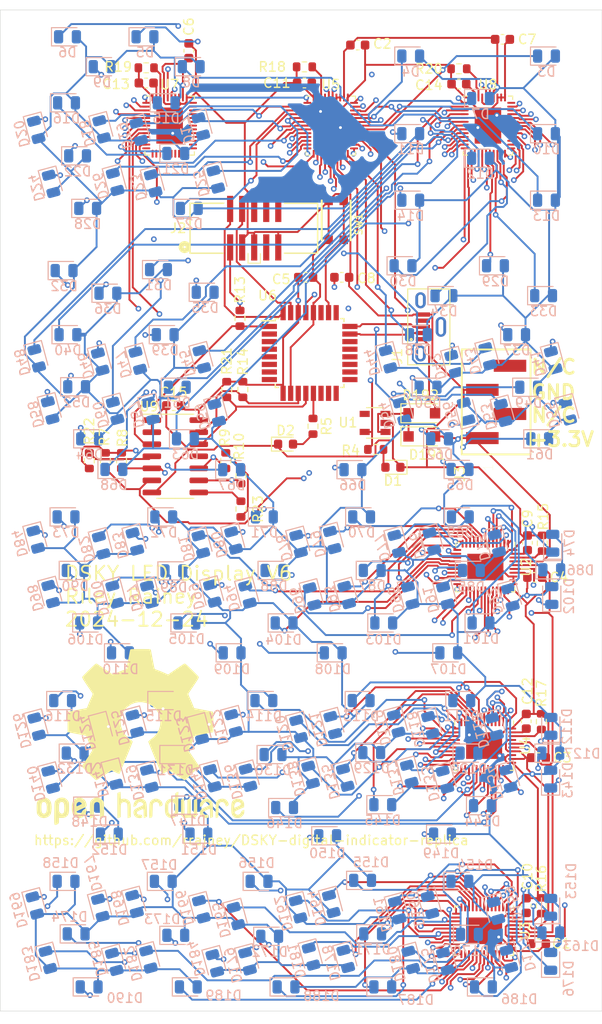
<source format=kicad_pcb>
(kicad_pcb (version 20221018) (generator pcbnew)
  (title_block (date "2025-03-16") (rev "V7"))
  (layers (0 "F.Cu" signal) (1 "In1.Cu" signal) (2 "In2.Cu" signal) (31 "B.Cu" mixed) (34 "B.Paste" user) (35 "F.Paste" user) (36 "B.SilkS" user "B.Silkscreen") (37 "F.SilkS" user "F.Silkscreen") (38 "B.Mask" user) (39 "F.Mask" user) (44 "Edge.Cuts" user))
  (net 0 "")
  (net 1 "GND")
  (net 2 "+3V3")
  (net 3 "Net-(U6-VDDCORE)")
  (net 4 "/D+")
  (net 5 "/D-")
  (net 6 "Net-(U2-VCAP)")
  (net 7 "Net-(U3-VCAP)")
  (net 8 "g0bus0")
  (net 9 "g0bus2")
  (net 10 "g1bus0")
  (net 11 "g1bus3")
  (net 12 "g0bus3")
  (net 13 "g1bus1")
  (net 14 "g1bus2")
  (net 15 "g0bus1")
  (net 16 "g0bus6")
  (net 17 "g0bus5")
  (net 18 "g0bus4")
  (net 19 "g0bus7")
  (net 20 "dbus0")
  (net 21 "dbus7")
  (net 22 "dbus5")
  (net 23 "dbus12")
  (net 24 "dbus1")
  (net 25 "dbus8")
  (net 26 "dbus6")
  (net 27 "dbus13")
  (net 28 "dbus2")
  (net 29 "dbus9")
  (net 30 "dbus4")
  (net 31 "dbus11")
  (net 32 "dbus3")
  (net 33 "dbus10")
  (net 34 "g2bus0")
  (net 35 "g2bus3")
  (net 36 "g3bus0")
  (net 37 "g3bus3")
  (net 38 "g2bus1")
  (net 39 "g2bus2")
  (net 40 "g3bus1")
  (net 41 "g3bus2")
  (net 42 "ebus0")
  (net 43 "ebus7")
  (net 44 "fbus0")
  (net 45 "fbus7")
  (net 46 "ebus5")
  (net 47 "ebus12")
  (net 48 "ebus1")
  (net 49 "ebus8")
  (net 50 "fbus5")
  (net 51 "fbus12")
  (net 52 "fbus1")
  (net 53 "fbus8")
  (net 54 "ebus6")
  (net 55 "ebus13")
  (net 56 "fbus6")
  (net 57 "fbus13")
  (net 58 "ebus2")
  (net 59 "ebus9")
  (net 60 "ebus4")
  (net 61 "ebus11")
  (net 62 "fbus2")
  (net 63 "fbus9")
  (net 64 "fbus4")
  (net 65 "fbus11")
  (net 66 "ebus3")
  (net 67 "ebus10")
  (net 68 "fbus3")
  (net 69 "fbus10")
  (net 70 "g4bus0")
  (net 71 "g4bus1")
  (net 72 "g4bus2")
  (net 73 "g4bus3")
  (net 74 "abus0")
  (net 75 "abus7")
  (net 76 "abus14")
  (net 77 "abus21")
  (net 78 "abus28")
  (net 79 "Net-(U5-VCAP)")
  (net 80 "abus5")
  (net 81 "abus1")
  (net 82 "abus12")
  (net 83 "abus19")
  (net 84 "abus8")
  (net 85 "abus15")
  (net 86 "abus26")
  (net 87 "abus33")
  (net 88 "abus22")
  (net 89 "abus29")
  (net 90 "abus6")
  (net 91 "Net-(U4-VCAP)")
  (net 92 "abus13")
  (net 93 "abus20")
  (net 94 "abus27")
  (net 95 "abus34")
  (net 96 "abus2")
  (net 97 "abus4")
  (net 98 "abus9")
  (net 99 "abus16")
  (net 100 "abus11")
  (net 101 "abus18")
  (net 102 "abus23")
  (net 103 "abus30")
  (net 104 "abus25")
  (net 105 "abus32")
  (net 106 "abus3")
  (net 107 "Net-(U7-VCAP)")
  (net 108 "abus10")
  (net 109 "abus17")
  (net 110 "abus24")
  (net 111 "abus31")
  (net 112 "g5bus0")
  (net 113 "g5bus1")
  (net 114 "g5bus2")
  (net 115 "g5bus3")
  (net 116 "bbus0")
  (net 117 "Net-(U8-VCAP)")
  (net 118 "bbus7")
  (net 119 "bbus14")
  (net 120 "bbus21")
  (net 121 "bbus28")
  (net 122 "bbus5")
  (net 123 "bbus1")
  (net 124 "bbus12")
  (net 125 "bbus19")
  (net 126 "bbus8")
  (net 127 "bbus15")
  (net 128 "bbus26")
  (net 129 "bbus33")
  (net 130 "bbus22")
  (net 131 "bbus29")
  (net 132 "Net-(D1-A)")
  (net 133 "bbus6")
  (net 134 "bbus13")
  (net 135 "bbus20")
  (net 136 "bbus27")
  (net 137 "bbus34")
  (net 138 "bbus2")
  (net 139 "bbus4")
  (net 140 "bbus9")
  (net 141 "bbus16")
  (net 142 "bbus11")
  (net 143 "bbus18")
  (net 144 "bbus23")
  (net 145 "bbus30")
  (net 146 "bbus25")
  (net 147 "bbus32")
  (net 148 "Net-(D2-A)")
  (net 149 "bbus3")
  (net 150 "bbus10")
  (net 151 "bbus17")
  (net 152 "bbus24")
  (net 153 "bbus31")
  (net 154 "g6bus0")
  (net 155 "g6bus1")
  (net 156 "g6bus2")
  (net 157 "g6bus3")
  (net 158 "/sabus0")
  (net 159 "cbus0")
  (net 160 "cbus7")
  (net 161 "cbus14")
  (net 162 "cbus21")
  (net 163 "cbus28")
  (net 164 "cbus5")
  (net 165 "cbus1")
  (net 166 "cbus12")
  (net 167 "cbus19")
  (net 168 "/sabus1")
  (net 169 "cbus8")
  (net 170 "cbus15")
  (net 171 "cbus26")
  (net 172 "cbus33")
  (net 173 "cbus22")
  (net 174 "cbus29")
  (net 175 "cbus6")
  (net 176 "cbus13")
  (net 177 "cbus20")
  (net 178 "cbus27")
  (net 179 "cbus34")
  (net 180 "cbus2")
  (net 181 "/sabus2")
  (net 182 "cbus4")
  (net 183 "cbus9")
  (net 184 "cbus16")
  (net 185 "cbus11")
  (net 186 "cbus18")
  (net 187 "cbus23")
  (net 188 "cbus30")
  (net 189 "cbus25")
  (net 190 "cbus32")
  (net 191 "cbus3")
  (net 192 "cbus10")
  (net 193 "cbus17")
  (net 194 "cbus24")
  (net 195 "cbus31")
  (net 196 "/3SDA")
  (net 197 "/3SCL")
  (net 198 "/sbbus0")
  (net 199 "/sbbus1")
  (net 200 "/sbbus2")
  (net 201 "/scbus0")
  (net 202 "/scbus1")
  (net 203 "/scbus2")
  (net 204 "Net-(D191-K)")
  (net 205 "/SWCLK")
  (net 206 "/SWDIO")
  (net 208 "VBUS")
  (net 216 "/SCL0")
  (net 217 "/SDA0")
  (net 218 "/SCL1")
  (net 219 "/SDA1")
  (net 220 "/BRESET")
  (net 221 "VCC")
  (net 222 "Net-(U6-PA10)")
  (net 223 "Net-(U2-IREF)")
  (net 224 "Net-(U3-IREF)")
  (net 225 "Net-(U4-IREF)")
  (net 226 "Net-(U5-IREF)")
  (net 227 "Net-(U7-IREF)")
  (net 228 "Net-(U8-IREF)")
  (net 229 "Net-(U9-INT0)")
  (net 230 "Net-(U9-INT1)")
  (net 231 "Net-(SW1-S)")
  (footprint "led-project:VQFN-46-optimized" (layer "F.Cu") (at 85.09 92.71 -90)
    (fp_text reference "U2")
    (fp_text value "LP5036")
  )
  (footprint "led-project:VQFN-46-optimized" (layer "F.Cu") (at 84.963 131.0434 -90)
    (fp_text reference "U3")
    (fp_text value "LP5036")
  )
  (footprint "led-project:VQFN-46-optimized" (layer "F.Cu") (at 84.963 111.531 -90)
    (fp_text reference "U4")
    (fp_text value "LP5036")
  )
  (footprint "led-project:VQFN-46-optimized" (layer "F.Cu") (at 68.775 46.193)
    (fp_text reference "U5")
    (fp_text value "LP5036")
  )
  (footprint "Package_QFP:TQFP-32_7x7mm_P0.8mm" (layer "F.Cu") (at 66.548 70.1548)
    (fp_text reference "U6")
    (fp_text value "ATSAMD21E18A-A")
  )
  (footprint "led-project:VQFN-46-optimized" (layer "F.Cu") (at 51.775 46.1877)
    (fp_text reference "U7")
    (fp_text value "LP5036")
  )
  (footprint "Capacitor_SMD:C_0603_1608Metric" (layer "F.Cu") (at 90.7 132.4)
    (fp_text reference "C1")
    (fp_text value "1 uF")
  )
  (footprint "Capacitor_SMD:C_0603_1608Metric" (layer "F.Cu") (at 71.625 37.7)
    (fp_text reference "C2")
    (fp_text value "1 uF")
  )
  (footprint "LED_SMD:LED_0603_1608Metric" (layer "F.Cu") (at 75.3364 82.1944 180)
    (fp_text reference "D1")
    (fp_text value "PWR LED")
  )
  (footprint "LED_SMD:LED_0603_1608Metric" (layer "F.Cu") (at 64.008 79.756)
    (fp_text reference "D2")
    (fp_text value "red")
  )
  (footprint "Resistor_SMD:R_0603_1608Metric" (layer "F.Cu") (at 73.5198 80.3148)
    (fp_text reference "R4")
    (fp_text value "1.5K")
  )
  (footprint "Resistor_SMD:R_0603_1608Metric" (layer "F.Cu") (at 66.9036 77.8764 -90)
    (fp_text reference "R5")
    (fp_text value "1.5K")
  )
  (footprint "Package_TO_SOT_SMD:SOT-23-5" (layer "F.Cu") (at 73.4568 77.5208 180)
    (fp_text reference "U1")
    (fp_text value "AP2204K-3.3")
  )
  (footprint "led-project:VQFN-46-optimized" (layer "F.Cu") (at 85.365 46.1888)
    (fp_text reference "U8")
    (fp_text value "LP5036")
  )
  (footprint "Capacitor_SMD:C_0603_1608Metric" (layer "F.Cu") (at 90.7 112.8)
    (fp_text reference "C3")
    (fp_text value "1 uF" hide)
  )
  (footprint "Capacitor_SMD:C_0603_1608Metric" (layer "F.Cu") (at 90.3 93.8)
    (fp_text reference "C4")
    (fp_text value "1 uF")
  )
  (footprint "Capacitor_SMD:C_0603_1608Metric" (layer "F.Cu") (at 66.1286 62.1792)
    (fp_text reference "C5")
    (fp_text value "10 uF")
  )
  (footprint "Capacitor_SMD:C_0603_1608Metric" (layer "F.Cu") (at 53.8 38.3 90)
    (fp_text reference "C6")
    (fp_text value "1 uF")
  )
  (footprint "Capacitor_SMD:C_0603_1608Metric" (layer "F.Cu") (at 86.9 37.1)
    (fp_text reference "C7")
    (fp_text value "1 uF")
  )
  (footprint "led-project:MOLEX_105133-0001" (layer "F.Cu") (at 78.25 67.4 90)
    (fp_text reference "J1")
    (fp_text value "105133-0001")
    (fp_line (start -3.15 0.25) (end -2.45 0.25) (stroke (width 0.005)) (layer "Edge.Cuts"))
    (fp_line (start -2.45 -0.25) (end -3.15 -0.25) (stroke (width 0.005)) (layer "Edge.Cuts"))
    (fp_line (start -0.55 2.4) (end 0.55 2.4) (stroke (width 0.005)) (layer "Edge.Cuts"))
    (fp_line (start 0.55 1.9) (end -0.55 1.9) (stroke (width 0.005)) (layer "Edge.Cuts"))
    (fp_line (start 2.45 0.25) (end 3.15 0.25) (stroke (width 0.005)) (layer "Edge.Cuts"))
    (fp_line (start 3.15 -0.25) (end 2.45 -0.25) (stroke (width 0.005)) (layer "Edge.Cuts"))
    (fp_arc (start -3.4 0) (mid -3.326777 -0.176777) (end -3.15 -0.25) (stroke (width 0.005)) (layer "Edge.Cuts"))
    (fp_arc (start -3.15 0.25) (mid -3.326777 0.176777) (end -3.4 0) (stroke (width 0.005)) (layer "Edge.Cuts"))
    (fp_arc (start -2.45 -0.25) (mid -2.273223 -0.176777) (end -2.2 0) (stroke (width 0.005)) (layer "Edge.Cuts"))
    (fp_arc (start -2.2 0) (mid -2.273223 0.176777) (end -2.45 0.25) (stroke (width 0.005)) (layer "Edge.Cuts"))
    (fp_arc (start -0.8 2.15) (mid -0.726777 1.973223) (end -0.55 1.9) (stroke (width 0.005)) (layer "Edge.Cuts"))
    (fp_arc (start -0.55 2.4) (mid -0.726777 2.326777) (end -0.8 2.15) (stroke (width 0.005)) (layer "Edge.Cuts"))
    (fp_arc (start 0.55 1.9) (mid 0.726777 1.973223) (end 0.8 2.15) (stroke (width 0.005)) (layer "Edge.Cuts"))
    (fp_arc (start 0.8 2.15) (mid 0.726777 2.326777) (end 0.55 2.4) (stroke (width 0.005)) (layer "Edge.Cuts"))
    (fp_arc (start 2.2 0) (mid 2.273223 -0.176777) (end 2.45 -0.25) (stroke (width 0.005)) (layer "Edge.Cuts"))
    (fp_arc (start 2.45 0.25) (mid 2.273223 0.176777) (end 2.2 0) (stroke (width 0.005)) (layer "Edge.Cuts"))
    (fp_arc (start 3.15 -0.25) (mid 3.326777 -0.176777) (end 3.4 0) (stroke (width 0.005)) (layer "Edge.Cuts"))
    (fp_arc (start 3.4 0) (mid 3.326777 0.176777) (end 3.15 0.25) (stroke (width 0.005)) (layer "Edge.Cuts"))
  )
  (footprint "Resistor_SMD:R_0603_1608Metric" (layer "F.Cu") (at 91.1 90.2 90)
    (fp_text reference "R15")
    (fp_text value "3.65K")
  )
  (footprint "Resistor_SMD:R_0603_1608Metric" (layer "F.Cu") (at 91 128.4 90)
    (fp_text reference "R16")
    (fp_text value "3.65K")
  )
  (footprint "Resistor_SMD:R_0603_1608Metric" (layer "F.Cu") (at 91 109 90)
    (fp_text reference "R17")
    (fp_text value "3.65K")
  )
  (footprint "Resistor_SMD:R_0603_1608Metric" (layer "F.Cu") (at 66 40 180)
    (fp_text reference "R18")
    (fp_text value "3.65K")
  )
  (footprint "Resistor_SMD:R_0603_1608Metric" (layer "F.Cu") (at 49.3 40.1 180)
    (fp_text reference "R19")
    (fp_text value "3.65K")
  )
  (footprint "Resistor_SMD:R_0603_1608Metric" (layer "F.Cu") (at 82.3 40.2 180)
    (fp_text reference "R20")
    (fp_text value "3.65K")
  )
  (footprint "led-project:BTN_KMR2_4.6X2.8" (layer "F.Cu") (at 69.35 56.175 90)
    (fp_text reference "SW1")
    (fp_text value "KMR241NG")
  )
  (footprint "led-project:3221-10-0300-00-TR" (layer "F.Cu") (at 60.7 57)
    (fp_text reference "J2")
    (fp_text value "3221-10-0300-00-TR" hide)
  )
  (footprint "led-project:TSM-104-01-L-SV" (layer "F.Cu") (at 86.233 75.311 90)
    (fp_text reference "J3")
    (fp_text value "TSM-104-01-L-SV")
  )
  (footprint "Diode_SMD:D_SOD-123F" (layer "F.Cu") (at 78.3844 78.9432)
    (fp_text reference "D191")
    (fp_text value "B0540W")
  )
  (footprint "Diode_SMD:D_SOD-123F" (layer "F.Cu") (at 78.3844 76.5048)
    (fp_text reference "D192")
    (fp_text value "B0540W")
  )
  (footprint "Capacitor_SMD:C_0603_1608Metric" (layer "F.Cu") (at 69.9386 62.1792)
    (fp_text reference "C8")
    (fp_text value "1 uF")
  )
  (footprint "Capacitor_SMD:C_0603_1608Metric" (layer "F.Cu") (at 89.535 90.157 90)
    (fp_text reference "C9")
    (fp_text value "1 uF")
  )
  (footprint "Capacitor_SMD:C_0603_1608Metric" (layer "F.Cu") (at 89.408 128.384 90)
    (fp_text reference "C10")
    (fp_text value "1 uF")
  )
  (footprint "Capacitor_SMD:C_0603_1608Metric" (layer "F.Cu") (at 66 41.7 180)
    (fp_text reference "C11")
    (fp_text value "1 uF")
  )
  (footprint "Capacitor_SMD:C_0603_1608Metric" (layer "F.Cu") (at 89.408 108.966 90)
    (fp_text reference "C12")
    (fp_text value "1 uF")
  )
  (footprint "Capacitor_SMD:C_0603_1608Metric" (layer "F.Cu") (at 49.3 41.7 180)
    (fp_text reference "C13")
    (fp_text value "1 uF")
  )
  (footprint "Capacitor_SMD:C_0603_1608Metric" (layer "F.Cu") (at 82.3 41.8 180)
    (fp_text reference "C14")
    (fp_text value "1 uF")
  )
  (footprint "Capacitor_SMD:C_0603_1608Metric" (layer "F.Cu") (at 52.2 75.7 180)
    (fp_text reference "C15")
    (fp_text value "10 uF")
  )
  (footprint "Resistor_SMD:R_0603_1608Metric" (layer "F.Cu") (at 45 81.5 -90)
    (fp_text reference "R7")
    (fp_text value "1K")
  )
  (footprint "Resistor_SMD:R_0603_1608Metric" (layer "F.Cu") (at 46.7 81.5 -90)
    (fp_text reference "R8")
    (fp_text value "1K")
  )
  (footprint "Resistor_SMD:R_0603_1608Metric" (layer "F.Cu") (at 57.7 81.5 -90)
    (fp_text reference "R9")
    (fp_text value "1K")
  )
  (footprint "Resistor_SMD:R_0603_1608Metric" (layer "F.Cu") (at 59.3 83.1 -90)
    (fp_text reference "R10")
    (fp_text value "1K")
  )
  (footprint "Symbol:OSHW-Logo2_24.3x20mm_SilkScreen" (layer "F.Cu") (at 48.7 110.6)
    (fp_text reference "REF**" hide)
    (fp_text value "OSHW-Logo2_24.3x20mm_SilkScreen" hide)
  )
  (footprint "Package_SO:SOIC-14_3.9x8.7mm_P1.27mm" (layer "F.Cu") (at 52.375 81.04)
    (fp_text reference "U9")
    (fp_text value "TCA9543ADR")
  )
  (footprint "Resistor_SMD:R_0603_1608Metric" (layer "F.Cu") (at 59.2 66.5 -90)
    (fp_text reference "R13")
    (fp_text value "0K")
  )
  (footprint "Resistor_SMD:R_0603_1608Metric" (layer "F.Cu") (at 59.5 74 -90)
    (fp_text reference "R14")
    (fp_text value "1K")
  )
  (footprint "Resistor_SMD:R_0603_1608Metric" (layer "F.Cu") (at 57.8 74 -90)
    (fp_text reference "R21")
    (fp_text value "1K")
  )
  (footprint "Resistor_SMD:R_0603_1608Metric" (layer "F.Cu") (at 43.3 81.5 90)
    (fp_text reference "R22")
    (fp_text value "1K")
  )
  (footprint "Resistor_SMD:R_0603_1608Metric" (layer "F.Cu") (at 59.3 86.6 90)
    (fp_text reference "R23")
    (fp_text value "1K")
  )
  (footprint "LED_SMD:LED_0805_2012Metric" (layer "B.Cu") (at 91.5416 38.862)
    (fp_text reference "D3")
    (fp_text value "IN-S85ATG")
  )
  (footprint "LED_SMD:LED_0805_2012Metric" (layer "B.Cu") (at 77.216 38.862)
    (fp_text reference "D4")
    (fp_text value "IN-S85ATG")
  )
  (footprint "LED_SMD:LED_0805_2012Metric" (layer "B.Cu") (at 49.1744 36.83)
    (fp_text reference "D5")
    (fp_text value "IN-S85ATG")
  )
  (footprint "LED_SMD:LED_0805_2012Metric" (layer "B.Cu") (at 40.9956 36.83)
    (fp_text reference "D6")
    (fp_text value "IN-S85ATG")
  )
  (footprint "LED_SMD:LED_0805_2012Metric" (layer "B.Cu") (at 84.582 43.3324)
    (fp_text reference "D7")
    (fp_text value "IN-S85ATG")
  )
  (footprint "LED_SMD:LED_0805_2012Metric" (layer "B.Cu") (at 54.0512 39.9796)
    (fp_text reference "D8")
    (fp_text value "IN-S85ATG")
  )
  (footprint "LED_SMD:LED_0805_2012Metric" (layer "B.Cu") (at 44.6532 39.9796)
    (fp_text reference "D9")
    (fp_text value "IN-S85ATG")
  )
  (footprint "LED_SMD:LED_0805_2012Metric" (layer "B.Cu") (at 91.5416 47.0408)
    (fp_text reference "D10")
    (fp_text value "IN-S85ATG")
  )
  (footprint "LED_SMD:LED_0805_2012Metric" (layer "B.Cu") (at 77.216 47.0408)
    (fp_text reference "D11")
    (fp_text value "IN-S85ATG")
  )
  (footprint "LED_SMD:LED_0805_2012Metric" (layer "B.Cu") (at 84.582 49.6316)
    (fp_text reference "D12")
    (fp_text value "IN-S85ATG")
  )
  (footprint "LED_SMD:LED_0805_2012Metric" (layer "B.Cu") (at 91.5416 54.0512)
    (fp_text reference "D13")
    (fp_text value "IN-S85ATG")
  )
  (footprint "LED_SMD:LED_0805_2012Metric" (layer "B.Cu") (at 77.216 54.0512)
    (fp_text reference "D14")
    (fp_text value "IN-S85ATG")
  )
  (footprint "LED_SMD:LED_0805_2012Metric" (layer "B.Cu") (at 51.4096 43.7896)
    (fp_text reference "D15")
    (fp_text value "IN-S85ATG")
  )
  (footprint "LED_SMD:LED_0805_2012Metric" (layer "B.Cu") (at 40.894 43.7896)
    (fp_text reference "D16")
    (fp_text value "IN-S85ATG")
  )
  (footprint "LED_SMD:LED_0805_2012Metric" (layer "B.Cu") (at 55.0672 46.2788 -75)
    (fp_text reference "D17")
    (fp_text value "IN-S85ATG")
  )
  (footprint "LED_SMD:LED_0805_2012Metric" (layer "B.Cu") (at 44.6024 46.5836 -75)
    (fp_text reference "D18")
    (fp_text value "IN-S85ATG")
  )
  (footprint "LED_SMD:LED_0805_2012Metric" (layer "B.Cu") (at 48.514 46.8376 -75)
    (fp_text reference "D19")
    (fp_text value "IN-S85ATG")
  )
  (footprint "LED_SMD:LED_0805_2012Metric" (layer "B.Cu") (at 37.6936 46.6344 -75)
    (fp_text reference "D20")
    (fp_text value "IN-S85ATG")
  )
  (footprint "LED_SMD:LED_0805_2012Metric" (layer "B.Cu") (at 52.4256 49.1236)
    (fp_text reference "D21")
    (fp_text value "IN-S85ATG")
  )
  (footprint "LED_SMD:LED_0805_2012Metric" (layer "B.Cu") (at 42.0624 49.3776)
    (fp_text reference "D22")
    (fp_text value "IN-S85ATG")
  )
  (footprint "LED_SMD:LED_0805_2012Metric" (layer "B.Cu") (at 50.038 52.2732 -75)
    (fp_text reference "D23")
    (fp_text value "IN-S85ATG")
  )
  (footprint "LED_SMD:LED_0805_2012Metric" (layer "B.Cu") (at 39.2684 52.324 -75)
    (fp_text reference "D24")
    (fp_text value "IN-S85ATG")
  )
  (footprint "LED_SMD:LED_0805_2012Metric" (layer "B.Cu") (at 56.642 51.8668 -75)
    (fp_text reference "D25")
    (fp_text value "IN-S85ATG")
  )
  (footprint "LED_SMD:LED_0805_2012Metric" (layer "B.Cu") (at 46.0248 52.1208 -75)
    (fp_text reference "D26")
    (fp_text value "IN-S85ATG")
  )
  (footprint "LED_SMD:LED_0805_2012Metric" (layer "B.Cu") (at 53.848 54.9148)
    (fp_text reference "D27")
    (fp_text value "IN-S85ATG")
  )
  (footprint "LED_SMD:LED_0805_2012Metric" (layer "B.Cu") (at 43.1292 54.9148)
    (fp_text reference "D28")
    (fp_text value "IN-S85ATG")
  )
  (footprint "LED_SMD:LED_0805_2012Metric" (layer "B.Cu") (at 86.1568 60.96)
    (fp_text reference "D29")
    (fp_text value "IN-S85ATG")
  )
  (footprint "LED_SMD:LED_0805_2012Metric" (layer "B.Cu") (at 76.4032 60.96)
    (fp_text reference "D30")
    (fp_text value "IN-S85ATG")
  )
  (footprint "LED_SMD:LED_0805_2012Metric" (layer "B.Cu") (at 50.5968 61.3664)
    (fp_text reference "D31")
    (fp_text value "IN-S85ATG")
  )
  (footprint "LED_SMD:LED_0805_2012Metric" (layer "B.Cu") (at 40.64 61.468)
    (fp_text reference "D32")
    (fp_text value "IN-S85ATG")
  )
  (footprint "LED_SMD:LED_0805_2012Metric" (layer "B.Cu") (at 91.2368 64.1096)
    (fp_text reference "D33")
    (fp_text value "IN-S85ATG")
  )
  (footprint "LED_SMD:LED_0805_2012Metric" (layer "B.Cu") (at 80.7212 64.1096)
    (fp_text reference "D34")
    (fp_text value "IN-S85ATG")
  )
  (footprint "LED_SMD:LED_0805_2012Metric" (layer "B.Cu") (at 55.5244 63.754)
    (fp_text reference "D35")
    (fp_text value "IN-S85ATG")
  )
  (footprint "LED_SMD:LED_0805_2012Metric" (layer "B.Cu") (at 45.2628 63.8556)
    (fp_text reference "D36")
    (fp_text value "IN-S85ATG")
  )
  (footprint "LED_SMD:LED_0805_2012Metric" (layer "B.Cu") (at 88.392 68.2244)
    (fp_text reference "D37")
    (fp_text value "IN-S85ATG")
  )
  (footprint "LED_SMD:LED_0805_2012Metric" (layer "B.Cu") (at 78.0288 68.2244)
    (fp_text reference "D38")
    (fp_text value "IN-S85ATG")
  )
  (footprint "LED_SMD:LED_0805_2012Metric" (layer "B.Cu") (at 51.308 68.2244)
    (fp_text reference "D39")
    (fp_text value "IN-S85ATG")
  )
  (footprint "LED_SMD:LED_0805_2012Metric" (layer "B.Cu") (at 41.0464 68.2244)
    (fp_text reference "D40")
    (fp_text value "IN-S85ATG")
  )
  (footprint "LED_SMD:LED_0805_2012Metric" (layer "B.Cu") (at 92.2528 70.9168 -75)
    (fp_text reference "D41")
    (fp_text value "IN-S85ATG")
  )
  (footprint "LED_SMD:LED_0805_2012Metric" (layer "B.Cu") (at 81.7372 71.3232 -75)
    (fp_text reference "D42")
    (fp_text value "IN-S85ATG")
  )
  (footprint "LED_SMD:LED_0805_2012Metric" (layer "B.Cu") (at 85.344 70.5104 -75)
    (fp_text reference "D43")
    (fp_text value "IN-S85ATG")
  )
  (footprint "LED_SMD:LED_0805_2012Metric" (layer "B.Cu") (at 74.8284 70.8152 -75)
    (fp_text reference "D44")
    (fp_text value "IN-S85ATG")
  )
  (footprint "LED_SMD:LED_0805_2012Metric" (layer "B.Cu") (at 55.1688 70.8152 -75)
    (fp_text reference "D45")
    (fp_text value "IN-S85ATG")
  )
  (footprint "LED_SMD:LED_0805_2012Metric" (layer "B.Cu") (at 44.45 71.0692 -75)
    (fp_text reference "D46")
    (fp_text value "IN-S85ATG")
  )
  (footprint "LED_SMD:LED_0805_2012Metric" (layer "B.Cu") (at 48.4124 70.9676 -75)
    (fp_text reference "D47")
    (fp_text value "IN-S85ATG")
  )
  (footprint "LED_SMD:LED_0805_2012Metric" (layer "B.Cu") (at 37.7444 70.7136 -75)
    (fp_text reference "D48")
    (fp_text value "IN-S85ATG")
  )
  (footprint "LED_SMD:LED_0805_2012Metric" (layer "B.Cu") (at 89.662 73.7616)
    (fp_text reference "D49")
    (fp_text value "IN-S85ATG")
  )
  (footprint "LED_SMD:LED_0805_2012Metric" (layer "B.Cu") (at 79.0448 73.7616)
    (fp_text reference "D50")
    (fp_text value "IN-S85ATG")
  )
  (footprint "LED_SMD:LED_0805_2012Metric" (layer "B.Cu") (at 52.578 73.7616)
    (fp_text reference "D51")
    (fp_text value "IN-S85ATG")
  )
  (footprint "LED_SMD:LED_0805_2012Metric" (layer "B.Cu") (at 41.9608 73.7108)
    (fp_text reference "D52")
    (fp_text value "IN-S85ATG")
  )
  (footprint "LED_SMD:LED_0805_2012Metric" (layer "B.Cu") (at 86.9696 76.454 -75)
    (fp_text reference "D53")
    (fp_text value "IN-S85ATG")
  )
  (footprint "LED_SMD:LED_0805_2012Metric" (layer "B.Cu") (at 76.3016 76.3016 -75)
    (fp_text reference "D54")
    (fp_text value "IN-S85ATG")
  )
  (footprint "LED_SMD:LED_0805_2012Metric" (layer "B.Cu") (at 93.7768 76.3016 -75)
    (fp_text reference "D55")
    (fp_text value "IN-S85ATG")
  )
  (footprint "LED_SMD:LED_0805_2012Metric" (layer "B.Cu") (at 83.058 76.3016 105)
    (fp_text reference "D56")
    (fp_text value "IN-S85ATG")
  )
  (footprint "LED_SMD:LED_0805_2012Metric" (layer "B.Cu") (at 49.784 76.2508 -75)
    (fp_text reference "D57")
    (fp_text value "IN-S85ATG")
  )
  (footprint "LED_SMD:LED_0805_2012Metric" (layer "B.Cu") (at 39.1668 76.2 -75)
    (fp_text reference "D58")
    (fp_text value "IN-S85ATG")
  )
  (footprint "LED_SMD:LED_0805_2012Metric" (layer "B.Cu") (at 56.7436 76.454 -75)
    (fp_text reference "D59")
    (fp_text value "IN-S85ATG")
  )
  (footprint "LED_SMD:LED_0805_2012Metric" (layer "B.Cu") (at 46.0248 76.2508 -75)
    (fp_text reference "D60")
    (fp_text value "IN-S85ATG")
  )
  (footprint "LED_SMD:LED_0805_2012Metric" (layer "B.Cu") (at 90.8304 79.1972)
    (fp_text reference "D61")
    (fp_text value "IN-S85ATG")
  )
  (footprint "LED_SMD:LED_0805_2012Metric" (layer "B.Cu") (at 80.264 79.1972)
    (fp_text reference "D62")
    (fp_text value "IN-S85ATG")
  )
  (footprint "LED_SMD:LED_0805_2012Metric" (layer "B.Cu") (at 53.4416 79.1972)
    (fp_text reference "D63")
    (fp_text value "IN-S85ATG")
  )
  (footprint "LED_SMD:LED_0805_2012Metric" (layer "B.Cu") (at 43.3324 79.1972)
    (fp_text reference "D64")
    (fp_text value "IN-S85ATG")
  )
  (footprint "LED_SMD:LED_0805_2012Metric" (layer "B.Cu") (at 82.423 82.423)
    (fp_text reference "D65")
    (fp_text value "IN-S85ATG")
  )
  (footprint "LED_SMD:LED_0805_2012Metric" (layer "B.Cu") (at 71.12 82.4484)
    (fp_text reference "D66")
    (fp_text value "IN-S85ATG")
  )
  (footprint "LED_SMD:LED_0805_2012Metric" (layer "B.Cu") (at 58.3184 82.4484)
    (fp_text reference "D67")
    (fp_text value "IN-S85ATG")
  )
  (footprint "LED_SMD:LED_0805_2012Metric" (layer "B.Cu") (at 45.8955 82.423)
    (fp_text reference "D68")
    (fp_text value "IN-S85ATG")
  )
  (footprint "LED_SMD:LED_0805_2012Metric" (layer "B.Cu") (at 82.4484 87.4268)
    (fp_text reference "D69")
    (fp_text value "IN-S85ATG")
  )
  (footprint "LED_SMD:LED_0805_2012Metric" (layer "B.Cu") (at 72.0344 87.4268)
    (fp_text reference "D70")
    (fp_text value "IN-S85ATG")
  )
  (footprint "LED_SMD:LED_0805_2012Metric" (layer "B.Cu") (at 61.7728 87.4268)
    (fp_text reference "D71")
    (fp_text value "IN-S85ATG")
  )
  (footprint "LED_SMD:LED_0805_2012Metric" (layer "B.Cu") (at 51.1556 87.4268)
    (fp_text reference "D72")
    (fp_text value "IN-S85ATG")
  )
  (footprint "LED_SMD:LED_0805_2012Metric" (layer "B.Cu") (at 40.8432 87.4268)
    (fp_text reference "D73")
    (fp_text value "IN-S85ATG")
  )
  (footprint "LED_SMD:LED_0805_2012Metric" (layer "B.Cu") (at 92.2 90.2 90)
    (fp_text reference "D74")
    (fp_text value "IN-S85ATG")
  )
  (footprint "LED_SMD:LED_0805_2012Metric" (layer "B.Cu") (at 86.3092 90.2208 -75)
    (fp_text reference "D75")
    (fp_text value "IN-S85ATG")
  )
  (footprint "LED_SMD:LED_0805_2012Metric" (layer "B.Cu") (at 79.4512 90.0176 -75)
    (fp_text reference "D76")
    (fp_text value "IN-S85ATG")
  )
  (footprint "LED_SMD:LED_0805_2012Metric" (layer "B.Cu") (at 75.7428 90.2716 -75)
    (fp_text reference "D77")
    (fp_text value "IN-S85ATG")
  )
  (footprint "LED_SMD:LED_0805_2012Metric" (layer "B.Cu") (at 65.3796 90.2716 -75)
    (fp_text reference "D78")
    (fp_text value "IN-S85ATG")
  )
  (footprint "LED_SMD:LED_0805_2012Metric" (layer "B.Cu") (at 68.9356 89.8652 -75)
    (fp_text reference "D79")
    (fp_text value "IN-S85ATG")
  )
  (footprint "LED_SMD:LED_0805_2012Metric" (layer "B.Cu") (at 58.5216 89.916 -75)
    (fp_text reference "D80")
    (fp_text value "IN-S85ATG")
  )
  (footprint "LED_SMD:LED_0805_2012Metric" (layer "B.Cu") (at 55.0672 90.3224 -75)
    (fp_text reference "D81")
    (fp_text value "IN-S85ATG")
  )
  (footprint "LED_SMD:LED_0805_2012Metric" (layer "B.Cu") (at 44.5516 90.424 -75)
    (fp_text reference "D82")
    (fp_text value "IN-S85ATG")
  )
  (footprint "LED_SMD:LED_0805_2012Metric" (layer "B.Cu") (at 48.1076 90.0176 -75)
    (fp_text reference "D83")
    (fp_text value "IN-S85ATG")
  )
  (footprint "LED_SMD:LED_0805_2012Metric" (layer "B.Cu") (at 37.6428 89.8144 -75)
    (fp_text reference "D84")
    (fp_text value "IN-S85ATG")
  )
  (footprint "LED_SMD:LED_0805_2012Metric" (layer "B.Cu") (at 83.6168 93.0656)
    (fp_text reference "D85")
    (fp_text value "IN-S85ATG")
  )
  (footprint "LED_SMD:LED_0805_2012Metric" (layer "B.Cu") (at 92.1 93)
    (fp_text reference "D86")
    (fp_text value "IN-S85ATG")
  )
  (footprint "LED_SMD:LED_0805_2012Metric" (layer "B.Cu") (at 73.152 93.0656)
    (fp_text reference "D87")
    (fp_text value "IN-S85ATG")
  )
  (footprint "LED_SMD:LED_0805_2012Metric" (layer "B.Cu") (at 62.7888 93.0656)
    (fp_text reference "D88")
    (fp_text value "IN-S85ATG")
  )
  (footprint "LED_SMD:LED_0805_2012Metric" (layer "B.Cu") (at 52.2224 93.1164)
    (fp_text reference "D89")
    (fp_text value "IN-S85ATG")
  )
  (footprint "LED_SMD:LED_0805_2012Metric" (layer "B.Cu") (at 41.8084 93.0656)
    (fp_text reference "D90")
    (fp_text value "IN-S85ATG")
  )
  (footprint "LED_SMD:LED_0805_2012Metric" (layer "B.Cu") (at 80.8736 95.7072 -75)
    (fp_text reference "D91")
    (fp_text value "IN-S85ATG")
  )
  (footprint "LED_SMD:LED_0805_2012Metric" (layer "B.Cu") (at 87.7316 95.9104 -75)
    (fp_text reference "D92")
    (fp_text value "IN-S85ATG")
  )
  (footprint "LED_SMD:LED_0805_2012Metric" (layer "B.Cu") (at 70.4596 95.6564 -75)
    (fp_text reference "D93")
    (fp_text value "IN-S85ATG")
  )
  (footprint "LED_SMD:LED_0805_2012Metric" (layer "B.Cu") (at 59.9948 95.6056 -75)
    (fp_text reference "D94")
    (fp_text value "IN-S85ATG")
  )
  (footprint "LED_SMD:LED_0805_2012Metric" (layer "B.Cu") (at 77.1652 95.7072 -75)
    (fp_text reference "D95")
    (fp_text value "IN-S85ATG")
  )
  (footprint "LED_SMD:LED_0805_2012Metric" (layer "B.Cu") (at 66.802 95.8088 -75)
    (fp_text reference "D96")
    (fp_text value "IN-S85ATG")
  )
  (footprint "LED_SMD:LED_0805_2012Metric" (layer "B.Cu") (at 49.6316 95.6056 -75)
    (fp_text reference "D97")
    (fp_text value "IN-S85ATG")
  )
  (footprint "LED_SMD:LED_0805_2012Metric" (layer "B.Cu") (at 39.2176 95.5548 -75)
    (fp_text reference "D98")
    (fp_text value "IN-S85ATG")
  )
  (footprint "LED_SMD:LED_0805_2012Metric" (layer "B.Cu") (at 56.2864 95.504 -75)
    (fp_text reference "D99")
    (fp_text value "IN-S85ATG")
  )
  (footprint "LED_SMD:LED_0805_2012Metric" (layer "B.Cu") (at 45.974 95.6056 -75)
    (fp_text reference "D100")
    (fp_text value "IN-S85ATG")
  )
  (footprint "LED_SMD:LED_0805_2012Metric" (layer "B.Cu") (at 84.6328 98.6028)
    (fp_text reference "D101")
    (fp_text value "IN-S85ATG")
  )
  (footprint "LED_SMD:LED_0805_2012Metric" (layer "B.Cu") (at 92.1 95.7072 90)
    (fp_text reference "D102")
    (fp_text value "IN-S85ATG")
  )
  (footprint "LED_SMD:LED_0805_2012Metric" (layer "B.Cu") (at 74.3712 98.6028)
    (fp_text reference "D103")
    (fp_text value "IN-S85ATG")
  )
  (footprint "LED_SMD:LED_0805_2012Metric" (layer "B.Cu") (at 63.8556 98.6028)
    (fp_text reference "D104")
    (fp_text value "IN-S85ATG")
  )
  (footprint "LED_SMD:LED_0805_2012Metric" (layer "B.Cu") (at 53.594 98.6028)
    (fp_text reference "D105")
    (fp_text value "IN-S85ATG")
  )
  (footprint "LED_SMD:LED_0805_2012Metric" (layer "B.Cu") (at 43.2308 98.6028)
    (fp_text reference "D106")
    (fp_text value "IN-S85ATG")
  )
  (footprint "LED_SMD:LED_0805_2012Metric" (layer "B.Cu") (at 81.2292 101.752)
    (fp_text reference "D107")
    (fp_text value "IN-S85ATG")
  )
  (footprint "LED_SMD:LED_0805_2012Metric" (layer "B.Cu") (at 69.0372 101.752)
    (fp_text reference "D108")
    (fp_text value "IN-S85ATG")
  )
  (footprint "LED_SMD:LED_0805_2012Metric" (layer "B.Cu") (at 58.3692 101.752)
    (fp_text reference "D109")
    (fp_text value "IN-S85ATG")
  )
  (footprint "LED_SMD:LED_0805_2012Metric" (layer "B.Cu") (at 46.5836 101.752)
    (fp_text reference "D110")
    (fp_text value "IN-S85ATG")
  )
  (footprint "LED_SMD:LED_0805_2012Metric" (layer "B.Cu") (at 82.6008 106.782)
    (fp_text reference "D111")
    (fp_text value "IN-S85ATG")
  )
  (footprint "LED_SMD:LED_0805_2012Metric" (layer "B.Cu") (at 92 109.5 90)
    (fp_text reference "D112")
    (fp_text value "IN-S85ATG")
  )
  (footprint "LED_SMD:LED_0805_2012Metric" (layer "B.Cu") (at 71.9836 106.782)
    (fp_text reference "D113")
    (fp_text value "IN-S85ATG")
  )
  (footprint "LED_SMD:LED_0805_2012Metric" (layer "B.Cu") (at 61.722 106.782)
    (fp_text reference "D114")
    (fp_text value "IN-S85ATG")
  )
  (footprint "LED_SMD:LED_0805_2012Metric" (layer "B.Cu") (at 51.1556 106.782)
    (fp_text reference "D115")
    (fp_text value "IN-S85ATG")
  )
  (footprint "LED_SMD:LED_0805_2012Metric" (layer "B.Cu") (at 40.4876 106.782)
    (fp_text reference "D116")
    (fp_text value "IN-S85ATG")
  )
  (footprint "LED_SMD:LED_0805_2012Metric" (layer "B.Cu") (at 86.0552 109.525 -75)
    (fp_text reference "D117")
    (fp_text value "IN-S85ATG")
  )
  (footprint "LED_SMD:LED_0805_2012Metric" (layer "B.Cu") (at 79.2988 109.372 -75)
    (fp_text reference "D118")
    (fp_text value "IN-S85ATG")
  )
  (footprint "LED_SMD:LED_0805_2012Metric" (layer "B.Cu") (at 75.692 109.22 -75)
    (fp_text reference "D119")
    (fp_text value "IN-S85ATG")
  )
  (footprint "LED_SMD:LED_0805_2012Metric" (layer "B.Cu") (at 65.3796 109.779 -75)
    (fp_text reference "D120")
    (fp_text value "IN-S85ATG")
  )
  (footprint "LED_SMD:LED_0805_2012Metric" (layer "B.Cu") (at 68.9864 109.372 -75)
    (fp_text reference "D121")
    (fp_text value "IN-S85ATG")
  )
  (footprint "LED_SMD:LED_0805_2012Metric" (layer "B.Cu") (at 58.5216 109.169 -75)
    (fp_text reference "D122")
    (fp_text value "IN-S85ATG")
  )
  (footprint "LED_SMD:LED_0805_2012Metric" (layer "B.Cu") (at 54.9656 109.931 -75)
    (fp_text reference "D123")
    (fp_text value "IN-S85ATG")
  )
  (footprint "LED_SMD:LED_0805_2012Metric" (layer "B.Cu") (at 44.5574 109.794 -75)
    (fp_text reference "D124")
    (fp_text value "IN-S85ATG")
  )
  (footprint "LED_SMD:LED_0805_2012Metric" (layer "B.Cu") (at 48.1076 109.22 -75)
    (fp_text reference "D125")
    (fp_text value "IN-S85ATG")
  )
  (footprint "LED_SMD:LED_0805_2012Metric" (layer "B.Cu") (at 37.7444 109.525 -75)
    (fp_text reference "D126")
    (fp_text value "IN-S85ATG")
  )
  (footprint "LED_SMD:LED_0805_2012Metric" (layer "B.Cu") (at 91.9988 112.319)
    (fp_text reference "D127")
    (fp_text value "IN-S85ATG")
  )
  (footprint "LED_SMD:LED_0805_2012Metric" (layer "B.Cu") (at 83.3628 112.319)
    (fp_text reference "D128")
    (fp_text value "IN-S85ATG")
  )
  (footprint "LED_SMD:LED_0805_2012Metric" (layer "B.Cu") (at 73.1012 112.268)
    (fp_text reference "D129")
    (fp_text value "IN-S85ATG")
  )
  (footprint "LED_SMD:LED_0805_2012Metric" (layer "B.Cu") (at 62.6872 112.471)
    (fp_text reference "D130")
    (fp_text value "IN-S85ATG")
  )
  (footprint "LED_SMD:LED_0805_2012Metric" (layer "B.Cu") (at 52.4256 112.471)
    (fp_text reference "D131")
    (fp_text value "IN-S85ATG")
  )
  (footprint "LED_SMD:LED_0805_2012Metric" (layer "B.Cu") (at 41.8084 112.319)
    (fp_text reference "D132")
    (fp_text value "IN-S85ATG")
  )
  (footprint "LED_SMD:LED_0805_2012Metric" (layer "B.Cu") (at 80.8228 115.113 -75)
    (fp_text reference "D133")
    (fp_text value "IN-S85ATG")
  )
  (footprint "LED_SMD:LED_0805_2012Metric" (layer "B.Cu") (at 87.5284 115.011 -75)
    (fp_text reference "D134")
    (fp_text value "IN-S85ATG")
  )
  (footprint "LED_SMD:LED_0805_2012Metric" (layer "B.Cu") (at 70.3072 114.91 -75)
    (fp_text reference "D135")
    (fp_text value "IN-S85ATG")
  )
  (footprint "LED_SMD:LED_0805_2012Metric" (layer "B.Cu") (at 60.0456 114.91 -75)
    (fp_text reference "D136")
    (fp_text value "IN-S85ATG")
  )
  (footprint "LED_SMD:LED_0805_2012Metric" (layer "B.Cu") (at 77.0636 114.503 -75)
    (fp_text reference "D137")
    (fp_text value "IN-S85ATG")
  )
  (footprint "LED_SMD:LED_0805_2012Metric" (layer "B.Cu") (at 66.6496 114.605 -75)
    (fp_text reference "D138")
    (fp_text value "IN-S85ATG")
  )
  (footprint "LED_SMD:LED_0805_2012Metric" (layer "B.Cu") (at 49.6316 115.011 -75)
    (fp_text reference "D139")
    (fp_text value "IN-S85ATG")
  )
  (footprint "LED_SMD:LED_0805_2012Metric" (layer "B.Cu") (at 39.2176 115.113 -75)
    (fp_text reference "D140")
    (fp_text value "IN-S85ATG")
  )
  (footprint "LED_SMD:LED_0805_2012Metric" (layer "B.Cu") (at 56.2864 114.96 -75)
    (fp_text reference "D141")
    (fp_text value "IN-S85ATG")
  )
  (footprint "LED_SMD:LED_0805_2012Metric" (layer "B.Cu") (at 45.9 114.7 -75)
    (fp_text reference "D142")
    (fp_text value "IN-S85ATG")
  )
  (footprint "LED_SMD:LED_0805_2012Metric" (layer "B.Cu") (at 91.9788 115.062 90)
    (fp_text reference "D143")
    (fp_text value "IN-S85ATG")
  )
  (footprint "LED_SMD:LED_0805_2012Metric" (layer "B.Cu") (at 84.7852 117.856)
    (fp_text reference "D144")
    (fp_text value "IN-S85ATG")
  )
  (footprint "LED_SMD:LED_0805_2012Metric" (layer "B.Cu") (at 74.2696 117.754)
    (fp_text reference "D145")
    (fp_text value "IN-S85ATG")
  )
  (footprint "LED_SMD:LED_0805_2012Metric" (layer "B.Cu") (at 63.9064 118.059)
    (fp_text reference "D146")
    (fp_text value "IN-S85ATG")
  )
  (footprint "LED_SMD:LED_0805_2012Metric" (layer "B.Cu") (at 53.6956 117.805)
    (fp_text reference "D147")
    (fp_text value "IN-S85ATG")
  )
  (footprint "LED_SMD:LED_0805_2012Metric" (layer "B.Cu") (at 43.3324 117.907)
    (fp_text reference "D148")
    (fp_text value "IN-S85ATG")
  )
  (footprint "LED_SMD:LED_0805_2012Metric" (layer "B.Cu") (at 80.5688 120.853)
    (fp_text reference "D149")
    (fp_text value "IN-S85ATG")
  )
  (footprint "LED_SMD:LED_0805_2012Metric" (layer "B.Cu") (at 68.453 121.031)
    (fp_text reference "D150")
    (fp_text value "IN-S85ATG")
  )
  (footprint "LED_SMD:LED_0805_2012Metric" (layer "B.Cu") (at 54.864 120.853)
    (fp_text reference "D151")
    (fp_text value "IN-S85ATG")
  )
  (footprint "LED_SMD:LED_0805_2012Metric" (layer "B.Cu") (at 45.4152 120.853)
    (fp_text reference "D152")
    (fp_text value "IN-S85ATG")
  )
  (footprint "LED_SMD:LED_0805_2012Metric" (layer "B.Cu") (at 91.9788 128.575 90)
    (fp_text reference "D153")
    (fp_text value "IN-S85ATG")
  )
  (footprint "LED_SMD:LED_0805_2012Metric" (layer "B.Cu") (at 82.3976 125.832)
    (fp_text reference "D154")
    (fp_text value "IN-S85ATG")
  )
  (footprint "LED_SMD:LED_0805_2012Metric" (layer "B.Cu") (at 72.136 125.73)
    (fp_text reference "D155")
    (fp_text value "IN-S85ATG")
  )
  (footprint "LED_SMD:LED_0805_2012Metric" (layer "B.Cu") (at 61.214 125.832)
    (fp_text reference "D156")
    (fp_text value "IN-S85ATG")
  )
  (footprint "LED_SMD:LED_0805_2012Metric" (layer "B.Cu") (at 51.1048 125.832)
    (fp_text reference "D157")
    (fp_text value "IN-S85ATG")
  )
  (footprint "LED_SMD:LED_0805_2012Metric" (layer "B.Cu") (at 40.8432 125.832)
    (fp_text reference "D158")
    (fp_text value "IN-S85ATG")
  )
  (footprint "LED_SMD:LED_0805_2012Metric" (layer "B.Cu") (at 86.2076 128.93 -75)
    (fp_text reference "D159")
    (fp_text value "IN-S85ATG")
  )
  (footprint "LED_SMD:LED_0805_2012Metric" (layer "B.Cu") (at 79.248 128.321 -75)
    (fp_text reference "D160")
    (fp_text value "IN-S85ATG")
  )
  (footprint "LED_SMD:LED_0805_2012Metric" (layer "B.Cu") (at 75.7936 128.88 -75)
    (fp_text reference "D161")
    (fp_text value "IN-S85ATG")
  )
  (footprint "LED_SMD:LED_0805_2012Metric" (layer "B.Cu") (at 65.3288 128.778 -75)
    (fp_text reference "D162")
    (fp_text value "IN-S85ATG")
  )
  (footprint "LED_SMD:LED_0805_2012Metric" (layer "B.Cu") (at 91.9988 131.267)
    (fp_text reference "D163")
    (fp_text value "IN-S85ATG")
  )
  (footprint "LED_SMD:LED_0805_2012Metric" (layer "B.Cu") (at 68.834 128.219 -75)
    (fp_text reference "D164")
    (fp_text value "IN-S85ATG")
  )
  (footprint "LED_SMD:LED_0805_2012Metric" (layer "B.Cu") (at 58.7756 129.489 -75)
    (fp_text reference "D165")
    (fp_text value "IN-S85ATG")
  )
  (footprint "LED_SMD:LED_0805_2012Metric" (layer "B.Cu") (at 55.118 128.778 -75)
    (fp_text reference "D166")
    (fp_text value "IN-S85ATG")
  )
  (footprint "LED_SMD:LED_0805_2012Metric" (layer "B.Cu") (at 44.4644 128.625 -75)
    (fp_text reference "D167")
    (fp_text value "IN-S85ATG")
  )
  (footprint "LED_SMD:LED_0805_2012Metric" (layer "B.Cu") (at 48.0712 128.218 -75)
    (fp_text reference "D168")
    (fp_text value "IN-S85ATG")
  )
  (footprint "LED_SMD:LED_0805_2012Metric" (layer "B.Cu") (at 37.5412 128.372 -75)
    (fp_text reference "D169")
    (fp_text value "IN-S85ATG")
  )
  (footprint "LED_SMD:LED_0805_2012Metric" (layer "B.Cu") (at 83.4136 131.42)
    (fp_text reference "D170")
    (fp_text value "IN-S85ATG")
  )
  (footprint "LED_SMD:LED_0805_2012Metric" (layer "B.Cu") (at 73.2028 131.369)
    (fp_text reference "D171")
    (fp_text value "IN-S85ATG")
  )
  (footprint "LED_SMD:LED_0805_2012Metric" (layer "B.Cu") (at 62.3316 131.623)
    (fp_text reference "D172")
    (fp_text value "IN-S85ATG")
  )
  (footprint "LED_SMD:LED_0805_2012Metric" (layer "B.Cu") (at 52.4256 131.521)
    (fp_text reference "D173")
    (fp_text value "IN-S85ATG")
  )
  (footprint "LED_SMD:LED_0805_2012Metric" (layer "B.Cu") (at 41.91 131.369)
    (fp_text reference "D174")
    (fp_text value "IN-S85ATG")
  )
  (footprint "LED_SMD:LED_0805_2012Metric" (layer "B.Cu") (at 80.8736 134.264 -75)
    (fp_text reference "D175")
    (fp_text value "IN-S85ATG")
  )
  (footprint "LED_SMD:LED_0805_2012Metric" (layer "B.Cu") (at 91.9788 134.264 90)
    (fp_text reference "D176")
    (fp_text value "IN-S85ATG")
  )
  (footprint "LED_SMD:LED_0805_2012Metric" (layer "B.Cu") (at 87.5792 134.01 -75)
    (fp_text reference "D177")
    (fp_text value "IN-S85ATG")
  )
  (footprint "LED_SMD:LED_0805_2012Metric" (layer "B.Cu") (at 70.358 134.01 -75)
    (fp_text reference "D178")
    (fp_text value "IN-S85ATG")
  )
  (footprint "LED_SMD:LED_0805_2012Metric" (layer "B.Cu") (at 59.9948 134.264 -75)
    (fp_text reference "D179")
    (fp_text value "IN-S85ATG")
  )
  (footprint "LED_SMD:LED_0805_2012Metric" (layer "B.Cu") (at 77.216 134.112 -75)
    (fp_text reference "D180")
    (fp_text value "IN-S85ATG")
  )
  (footprint "LED_SMD:LED_0805_2012Metric" (layer "B.Cu") (at 66.7004 133.756 -75)
    (fp_text reference "D181")
    (fp_text value "IN-S85ATG")
  )
  (footprint "LED_SMD:LED_0805_2012Metric" (layer "B.Cu") (at 49.5444 134.06 -75)
    (fp_text reference "D182")
    (fp_text value "IN-S85ATG")
  )
  (footprint "LED_SMD:LED_0805_2012Metric" (layer "B.Cu") (at 38.9272 134.111 -75)
    (fp_text reference "D183")
    (fp_text value "IN-S85ATG")
  )
  (footprint "LED_SMD:LED_0805_2012Metric" (layer "B.Cu") (at 56.5404 134.468 -75)
    (fp_text reference "D184")
    (fp_text value "IN-S85ATG")
  )
  (footprint "LED_SMD:LED_0805_2012Metric" (layer "B.Cu") (at 45.9376 134.314 -75)
    (fp_text reference "D185")
    (fp_text value "IN-S85ATG")
  )
  (footprint "LED_SMD:LED_0805_2012Metric" (layer "B.Cu") (at 84.8868 136.957)
    (fp_text reference "D186")
    (fp_text value "IN-S85ATG")
  )
  (footprint "LED_SMD:LED_0805_2012Metric" (layer "B.Cu") (at 74.2696 136.957)
    (fp_text reference "D187")
    (fp_text value "IN-S85ATG")
  )
  (footprint "LED_SMD:LED_0805_2012Metric" (layer "B.Cu") (at 64.0588 136.957)
    (fp_text reference "D188")
    (fp_text value "IN-S85ATG")
  )
  (footprint "LED_SMD:LED_0805_2012Metric" (layer "B.Cu") (at 53.7464 136.957)
    (fp_text reference "D189")
    (fp_text value "IN-S85ATG")
  )
  (footprint "LED_SMD:LED_0805_2012Metric" (layer "B.Cu") (at 43.2816 136.957)
    (fp_text reference "D190")
    (fp_text value "IN-S85ATG")
  )
  (gr_line (start 33.9 34) (end 97.4 34) (stroke (width 0.05)) (layer "Edge.Cuts"))
  (gr_line (start 97.4 34) (end 97.4 139.5) (stroke (width 0.05)) (layer "Edge.Cuts"))
  (gr_line (start 33.9 139.5) (end 97.4 139.5) (stroke (width 0.05)) (layer "Edge.Cuts"))
  (gr_line (start 33.9 139.5) (end 33.9 34) (stroke (width 0.05)) (layer "Edge.Cuts"))
  (gr_text "N/C" (at 89.789 71.628) (layer "F.SilkS") (effects (font (size 1.5 1.5) (thickness 0.3)) (justify left)))
  (gr_text "N/C" (at 89.789 76.708) (layer "F.SilkS") (effects (font (size 1.5 1.5) (thickness 0.3)) (justify left)))
  (gr_text "DSKY LED Display V6\nRiley Rainey\n2024-12-24" (at 40.6 95.8) (layer "F.SilkS") (effects (font (size 1.5 1.5) (thickness 0.2)) (justify left)))
  (gr_text "https://github.com/rrainey/DSKY-digital-indicator-replica" (at 60.4 121.5) (layer "F.SilkS") (effects (font (size 1 1))))
  (gr_text "+3.3V" (at 89.6 79.248) (layer "F.SilkS") (effects (font (size 1.5 1.5) (thickness 0.3)) (justify left)))
  (gr_text "GND" (at 89.789 74.295) (layer "F.SilkS") (effects (font (size 1.5 1.5) (thickness 0.3)) (justify left)))
  (segment (start 88.0525 90.8872) (end 88.0291 90.9106) (width 0.2) (layer "F.Cu") (net 1))
  (segment (start 48.525 40.15) (end 48.525 41.7) (width 0.2) (layer "F.Cu") (net 1))
  (segment (start 70.7136 62.1792) (end 70.85 62.0428) (width 0.2) (layer "F.Cu") (net 1))
  (segment (start 85.365 45.5349) (end 85.365 46.1888) (width 0.2) (layer "F.Cu") (net 1))
  (segment (start 87.5361 93.71) (end 88.0525 93.71) (width 0.2) (layer "F.Cu") (net 1))
  (segment (start 87.165 43.2263) (end 87.165 37.61) (width 0.2) (layer "F.Cu") (net 1))
  (segment (start 75.3371 81.2576) (end 75.3371 79.5761) (width 0.2) (layer "F.Cu") (net 1))
  (segment (start 90.99 95.6355) (end 90.4937 95.6355) (width 0.2) (layer "F.Cu") (net 1))
  (segment (start 53.5744 43.6781) (end 53.3589 43.8936) (width 0.2) (layer "F.Cu") (net 1))
  (segment (start 89.535 89.382) (end 90.993 89.382) (width 0.2) (layer "F.Cu") (net 1))
  (segment (start 89.2508 89.6662) (end 89.535 89.382) (width 0.2) (layer "F.Cu") (net 1))
  (segment (start 85.8145 130.8516) (end 87.4063 132.4434) (width 0.2) (layer "F.Cu") (net 1))
  (segment (start 85.7516 111.3687) (end 85.5893 111.531) (width 0.2) (layer "F.Cu") (net 1))
  (segment (start 87.9255 129.2537) (end 87.9255 129.2434) (width 0.2) (layer "F.Cu") (net 1))
  (segment (start 87.9255 129.2434) (end 87.9255 129.092) (width 0.2) (layer "F.Cu") (net 1))
  (segment (start 87.9255 132.8434) (end 87.9255 132.4434) (width 0.2) (layer "F.Cu") (net 1))
  (segment (start 81.059 39.784) (end 72.4 39.784) (width 0.2) (layer "F.Cu") (net 1))
  (segment (start 79.0616 78.1428) (end 79.6263 78.1428) (width 0.2) (layer "F.Cu") (net 1))
  (segment (start 53.8071 80.3352) (end 52.375 81.7673) (width 0.2) (layer "F.Cu") (net 1))
  (segment (start 85.1548 130.8516) (end 85.8145 130.8516) (width 0.2) (layer "F.Cu") (net 1))
  (segment (start 54.5502 42.6915) (end 57.7545 45.8958) (width 0.2) (layer "F.Cu") (net 1))
  (segment (start 79.5003 70.7336) (end 79.5003 66.1) (width 0.2) (layer "F.Cu") (net 1))
  (segment (start 78.9259 78.2785) (end 79.0616 78.1428) (width 0.2) (layer "F.Cu") (net 1))
  (segment (start 90.196 108.191) (end 90.984 108.191) (width 0.2) (layer "F.Cu") (net 1))
  (segment (start 68.775 45.5495) (end 68.7698 45.5443) (width 0.2) (layer "F.Cu") (net 1))
  (segment (start 53.575 43.2252) (end 53.5744 43.2258) (width 0.2) (layer "F.Cu") (net 1))
  (segment (start 91.7417 108.9327) (end 91.7417 112.5333) (width 0.2) (layer "F.Cu") (net 1))
  (segment (start 87.431 113.331) (end 87.9255 113.331) (width 0.2) (layer "F.Cu") (net 1))
  (segment (start 64.1904 81.0569) (end 63.0705 79.937) (width 0.2) (layer "F.Cu") (net 1))
  (segment (start 89.408 127.609) (end 90.6341 127.609) (width 0.2) (layer "F.Cu") (net 1))
  (segment (start 88.0291 90.9106) (end 87.6016 90.9106) (width 0.2) (layer "F.Cu") (net 1))
  (segment (start 88.7706 89.186) (end 88.7706 86.5866) (width 0.2) (layer "F.Cu") (net 1))
  (segment (start 84.963 131.0434) (end 85.1548 130.8516) (width 0.2) (layer "F.Cu") (net 1))
  (segment (start 86.365 43.2263) (end 86.365 43.7823) (width 0.2) (layer "F.Cu") (net 1))
  (segment (start 68.55 58.225) (end 66.9036 59.8714) (width 0.2) (layer "F.Cu") (net 1))
  (segment (start 87.9255 113.331) (end 90.6341 116.0396) (width 0.2) (layer "F.Cu") (net 1))
  (segment (start 90.984 108.191) (end 90.992 108.183) (width 0.2) (layer "F.Cu") (net 1))
  (segment (start 56.4712 80.3352) (end 53.8071 80.3352) (width 0.2) (layer "F.Cu") (net 1))
  (segment (start 73.4431 81.0569) (end 73.0503 81.0569) (width 0.2) (layer "F.Cu") (net 1))
  (segment (start 84.773 74.041) (end 82.8077 74.041) (width 0.2) (layer "F.Cu") (net 1))
  (segment (start 65.4445 41.7) (end 66.975 43.2305) (width 0.2) (layer "F.Cu") (net 1))
  (segment (start 87.9255 109.731) (end 87.9255 109.7025) (width 0.2) (layer "F.Cu") (net 1))
  (segment (start 90.6341 127.609) (end 90.966 127.609) (width 0.2) (layer "F.Cu") (net 1))
  (segment (start 72.4 39.784) (end 72.4 37.7) (width 0.2) (layer "F.Cu") (net 1))
  (segment (start 89.3552 97.8939) (end 89.3552 96.774) (width 0.2) (layer "F.Cu") (net 1))
  (segment (start 68.7698 45.5443) (end 70.5256 43.7885) (width 0.2) (layer "F.Cu") (net 1))
  (segment (start 87.9255 109.7025) (end 87.8964 109.7316) (width 0.2) (layer "F.Cu") (net 1))
  (segment (start 68.55 54.125) (end 68.55 54.1325) (width 0.2) (layer "F.Cu") (net 1))
  (segment (start 72.4 41.4055) (end 72.4 39.784) (width 0.2) (layer "F.Cu") (net 1))
  (segment (start 73.5 81) (end 73.4431 81.0569) (width 0.2) (layer "F.Cu") (net 1))
  (segment (start 60.7 59.03) (end 60.7 57.4873) (width 0.2) (layer "F.Cu") (net 1))
  (segment (start 52.375 81.7673) (end 52.375 82.687) (width 0.2) (layer "F.Cu") (net 1))
  (segment (start 66.975 43.2305) (end 66.9756 43.2311) (width 0.2) (layer "F.Cu") (net 1))
  (segment (start 83.5656 43.7355) (end 84.9887 45.1586) (width 0.2) (layer "F.Cu") (net 1))
  (segment (start 51.775 46.193) (end 51.775 45.5374) (width 0.2) (layer "F.Cu") (net 1))
  (segment (start 59.43 59.03) (end 59.43 58.2148) (width 0.2) (layer "F.Cu") (net 1))
  (segment (start 87.165 37.61) (end 87.675 37.1) (width 0.2) (layer "F.Cu") (net 1))
  (segment (start 88.0525 90.8872) (end 88.0525 90.8645) (width 0.2) (layer "F.Cu") (net 1))
  (segment (start 68.55 54.1325) (end 65.2828 57.3997) (width 0.2) (layer "F.Cu") (net 1))
  (segment (start 91.7417 112.5333) (end 91.475 112.8) (width 0.2) (layer "F.Cu") (net 1))
  (segment (start 70.5256 43.7885) (end 70.5256 43.2799) (width 0.2) (layer "F.Cu") (net 1))
  (segment (start 90.992 108.183) (end 91 108.175) (width 0.2) (layer "F.Cu") (net 1))
  (segment (start 76.2739 82.1944) (end 75.3371 81.2576) (width 0.2) (layer "F.Cu") (net 1))
  (segment (start 91.075 93.8) (end 91.4991 94.2241) (width 0.2) (layer "F.Cu") (net 1))
  (segment (start 90.196 108.191) (end 90.196 98.7347) (width 0.2) (layer "F.Cu") (net 1))
  (segment (start 73.7999 66.2046) (end 77.3951 66.2046) (width 0.2) (layer "F.Cu") (net 1))
  (segment (start 70.5256 43.2799) (end 70.575 43.2305) (width 0.2) (layer "F.Cu") (net 1))
  (segment (start 87.9255 129.2537) (end 87.4124 129.2537) (width 0.2) (layer "F.Cu") (net 1))
  (segment (start 82.8077 74.041) (end 79.5003 70.7336) (width 0.2) (layer "F.Cu") (net 1))
  (segment (start 70.825 53.4) (end 69.275 53.4) (width 0.2) (layer "F.Cu") (net 1))
  (segment (start 65.2828 57.3997) (end 63.24 57.3997) (width 0.2) (layer "F.Cu") (net 1))
  (segment (start 88.7706 86.5866) (end 84.3785 82.1945) (width 0.2) (layer "F.Cu") (net 1))
  (segment (start 70.575 43.2305) (end 72.4 41.4055) (width 0.2) (layer "F.Cu") (net 1))
  (segment (start 90.6956 133.1794) (end 91.475 132.4) (width 0.2) (layer "F.Cu") (net 1))
  (segment (start 56.8694 79.937) (end 56.4712 80.3352) (width 0.2) (layer "F.Cu") (net 1))
  (segment (start 87.3887 109.7316) (end 85.7516 111.3687) (width 0.2) (layer "F.Cu") (net 1))
  (segment (start 87.6016 90.9106) (end 86.8894 91.6228) (width 0.2) (layer "F.Cu") (net 1))
  (segment (start 87.9255 129.092) (end 89.408 127.609) (width 0.2) (layer "F.Cu") (net 1))
  (segment (start 60.7876 57.3997) (end 63.24 57.3997) (width 0.2) (layer "F.Cu") (net 1))
  (segment (start 49.9 77.23) (end 49.9 78.5) (width 0.2) (layer "F.Cu") (net 1))
  (segment (start 87.4124 129.2537) (end 85.8145 130.8516) (width 0.2) (layer "F.Cu") (net 1))
  (segment (start 89.3552 96.774) (end 89.5513 96.5779) (width 0.2) (layer "F.Cu") (net 1))
  (segment (start 51.5446 45.307) (end 50.0244 43.7868) (width 0.2) (layer "F.Cu") (net 1))
  (segment (start 66.948 67.16) (end 66.948 65.9048) (width 0.2) (layer "F.Cu") (net 1))
  (segment (start 70.85 62.0428) (end 70.85 53.425) (width 0.2) (layer "F.Cu") (net 1))
  (segment (start 82.9542 43.2263) (end 81.5279 41.8) (width 0.2) (layer "F.Cu") (net 1))
  (segment (start 86.365 43.2263) (end 86.765 43.2263) (width 0.2) (layer "F.Cu") (net 1))
  (segment (start 50.0244 43.7868) (end 50.0244 43.2799) (width 0.2) (layer "F.Cu") (net 1))
  (segment (start 91.4991 94.2241) (end 91.4991 95.1264) (width 0.2) (layer "F.Cu") (net 1))
  (segment (start 53.3589 43.8936) (end 52.958 43.8936) (width 0.2) (layer "F.Cu") (net 1))
  (segment (start 64.548 69.56) (end 66.948 67.16) (width 0.2) (layer "F.Cu") (net 1))
  (segment (start 89.408 108.191) (end 90.196 108.191) (width 0.2) (layer "F.Cu") (net 1))
  (segment (start 81.475 40.2) (end 81.059 39.784) (width 0.2) (layer "F.Cu") (net 1))
  (segment (start 66.9036 62.1792) (end 66.9292 62.1536) (width 0.2) (layer "F.Cu") (net 1))
  (segment (start 60.0054 57.4873) (end 60.0054 53.1357) (width 0.2) (layer "F.Cu") (net 1))
  (segment (start 87.9255 129.264) (end 87.9255 129.2537) (width 0.2) (layer "F.Cu") (net 1))
  (segment (start 87.4063 132.4434) (end 87.9255 132.4434) (width 0.2) (layer "F.Cu") (net 1))
  (segment (start 68.775 46.193) (end 68.775 45.5495) (width 0.2) (layer "F.Cu") (net 1))
  (segment (start 87.9255 132.8434) (end 88.2615 133.1794) (width 0.2) (layer "F.Cu") (net 1))
  (segment (start 87.2 112.8) (end 87.2 112.8171) (width 0.2) (layer "F.Cu") (net 1))
  (segment (start 83.5656 43.2269) (end 83.5656 43.7355) (width 0.2) (layer "F.Cu") (net 1))
  (segment (start 66.9036 62.1792) (end 67.6501 62.9257) (width 0.2) (layer "F.Cu") (net 1))
  (segment (start 49.9 77.225) (end 49.9 77.23) (width 0.2) (layer "F.Cu") (net 1))
  (segment (start 49.975 43.2305) (end 49.975 43.15) (width 0.2) (layer "F.Cu") (net 1))
  (segment (start 59.7065 52.8368) (end 59.7065 45.8958) (width 0.2) (layer "F.Cu") (net 1))
  (segment (start 87.469 112.531) (end 87.2 112.8) (width 0.2) (layer "F.Cu") (net 1))
  (segment (start 87.9255 112.531) (end 87.469 112.531) (width 0.2) (layer "F.Cu") (net 1))
  (segment (start 70.85 53.425) (end 70.825 53.4) (width 0.2) (layer "F.Cu") (net 1))
  (segment (start 90.993 89.382) (end 90.9965 89.3785) (width 0.2) (layer "F.Cu") (net 1))
  (segment (start 91.4991 95.1264) (end 90.99 95.6355) (width 0.2) (layer "F.Cu") (net 1))
  (segment (start 85.5893 111.531) (end 84.963 111.531) (width 0.2) (layer "F.Cu") (net 1))
  (segment (start 87.9255 109.674) (end 89.408 108.191) (width 0.2) (layer "F.Cu") (net 1))
  (segment (start 70.7136 62.1792) (end 70.7136 63.1183) (width 0.2) (layer "F.Cu") (net 1))
  (segment (start 60.0054 57.6394) (end 60.0054 57.4873) (width 0.2) (layer "F.Cu") (net 1))
  (segment (start 91.0965 89.3785) (end 91.1 89.375) (width 0.2) (layer "F.Cu") (net 1))
  (segment (start 57.7545 45.8958) (end 59.7065 45.8958) (width 0.2) (layer "F.Cu") (net 1))
  (segment (start 78.5 66.1) (end 77.4997 66.1) (width 0.2) (layer "F.Cu") (net 1))
  (segment (start 78.9259 82.1945) (end 78.9259 82.1944) (width 0.2) (layer "F.Cu") (net 1))
  (segment (start 54.5502 42.6915) (end 54.0165 43.2252) (width 0.2) (layer "F.Cu") (net 1))
  (segment (start 60.0054 53.1357) (end 59.7065 52.8368) (width 0.2) (layer "F.Cu") (net 1))
  (segment (start 73.8371 79.3629) (end 73.5 79.7) (width 0.2) (layer "F.Cu") (net 1))
  (segment (start 59.7065 45.8958) (end 63.9023 41.7) (width 0.2) (layer "F.Cu") (net 1))
  (segment (start 78.5 66.1) (end 79.5003 66.1) (width 0.2) (layer "F.Cu") (net 1))
  (segment (start 67.0331 64.8545) (end 66.948 64.8545) (width 0.2) (layer "F.Cu") (net 1))
  (segment (start 66.948 65.9048) (end 66.948 64.8545) (width 0.2) (layer "F.Cu") (net 1))
  (segment (start 63.0705 79.937) (end 56.8694 79.937) (width 0.2) (layer "F.Cu") (net 1))
  (segment (start 63.0705 79.937) (end 63.0705 79.756) (width 0.2) (layer "F.Cu") (net 1))
  (segment (start 88.0525 90.8645) (end 89.2508 89.6662) (width 0.2) (layer "F.Cu") (net 1))
  (segment (start 83.565 43.2263) (end 83.5656 43.2269) (width 0.2) (layer "F.Cu") (net 1))
  (segment (start 73.5 79.7) (end 73.5 81) (width 0.2) (layer "F.Cu") (net 1))
  (segment (start 66.9756 43.7501) (end 68.7698 45.5443) (width 0.2) (layer "F.Cu") (net 1))
  (segment (start 88.2615 133.1794) (end 90.6956 133.1794) (width 0.2) (layer "F.Cu") (net 1))
  (segment (start 51.775 45.5374) (end 51.5446 45.307) (width 0.2) (layer "F.Cu") (net 1))
  (segment (start 60.7 57.4873) (end 60.7876 57.3997) (width 0.2) (layer "F.Cu") (net 1))
  (segment (start 73.0503 81.0569) (end 64.1904 81.0569) (width 0.2) (layer "F.Cu") (net 1))
  (segment (start 81.475 41.75) (end 81.525 41.8) (width 0.2) (layer "F.Cu") (net 1))
  (segment (start 87.8964 109.7316) (end 87.3887 109.7316) (width 0.2) (layer "F.Cu") (net 1))
  (segment (start 49.975 43.15) (end 48.525 41.7) (width 0.2) (layer "F.Cu") (net 1))
  (segment (start 90.196 98.7347) (end 89.3552 97.8939) (width 0.2) (layer "F.Cu") (net 1))
  (segment (start 83.565 43.2263) (end 82.9542 43.2263) (width 0.2) (layer "F.Cu") (net 1))
  (segment (start 81.475 40.2) (end 81.475 41.75) (width 0.2) (layer "F.Cu") (net 1))
  (segment (start 65.175 41.7) (end 65.175 40) (width 0.2) (layer "F.Cu") (net 1))
  (segment (start 67.6501 64.2375) (end 67.0331 64.8545) (width 0.2) (layer "F.Cu") (net 1))
  (segment (start 51.5446 45.307) (end 52.958 43.8936) (width 0.2) (layer "F.Cu") (net 1))
  (segment (start 86.8894 92.71) (end 86.8894 93.0633) (width 0.2) (layer "F.Cu") (net 1))
  (segment (start 65.175 41.7) (end 65.225 41.7) (width 0.2) (layer "F.Cu") (net 1))
  (segment (start 75.3371 79.3629) (end 75.3371 79.5761) (width 0.2) (layer "F.Cu") (net 1))
  (segment (start 64.548 74.4048) (end 64.548 69.56) (width 0.2) (layer "F.Cu") (net 1))
  (segment (start 90.4937 95.6355) (end 89.5513 96.5779) (width 0.2) (layer "F.Cu") (net 1))
  (segment (start 88.0525 94.11) (end 88.0525 93.71) (width 0.2) (layer "F.Cu") (net 1))
  (segment (start 59.43 58.2148) (end 60.0054 57.6394) (width 0.2) (layer "F.Cu") (net 1))
  (segment (start 90.992 108.183) (end 91.7417 108.9327) (width 0.2) (layer "F.Cu") (net 1))
  (segment (start 52.375 82.687) (end 50.212 84.85) (width 0.2) (layer "F.Cu") (net 1))
  (segment (start 68.55 54.125) (end 68.55 58.225) (width 0.2) (layer "F.Cu") (net 1))
  (segment (start 81.5279 41.8) (end 81.525 41.8) (width 0.2) (layer "F.Cu") (net 1))
  (segment (start 75.3371 77.5208) (end 75.3371 79.3629) (width 0.2) (layer "F.Cu") (net 1))
  (segment (start 51.425 75.7) (end 49.9 77.225) (width 0.2) (layer "F.Cu") (net 1))
  (segment (start 53.8 37.525) (end 54.5502 38.2752) (width 0.2) (layer "F.Cu") (net 1))
  (segment (start 67.6501 62.9257) (end 67.6501 64.2375) (width 0.2) (layer "F.Cu") (net 1))
  (segment (start 90.966 127.609) (end 91 127.575) (width 0.2) (layer "F.Cu") (net 1))
  (segment (start 86.8894 93.0633) (end 87.5361 93.71) (width 0.2) (layer "F.Cu") (net 1))
  (segment (start 78.9259 82.1944) (end 76.2739 82.1944) (width 0.2) (layer "F.Cu") (net 1))
  (segment (start 54.0165 43.2252) (end 53.575 43.2252) (width 0.2) (layer "F.Cu") (net 1))
  (segment (start 77.3951 66.2046) (end 77.4997 66.1) (width 0.2) (layer "F.Cu") (net 1))
  (segment (start 69.275 53.4) (end 68.55 54.125) (width 0.2) (layer "F.Cu") (net 1))
  (segment (start 85.7516 111.3687) (end 87.2 112.8171) (width 0.2) (layer "F.Cu") (net 1))
  (segment (start 50.0244 43.2799) (end 49.975 43.2305) (width 0.2) (layer "F.Cu") (net 1))
  (segment (start 63.9023 41.7) (end 65.175 41.7) (width 0.2) (layer "F.Cu") (net 1))
  (segment (start 89.2508 89.6662) (end 88.7706 89.186) (width 0.2) (layer "F.Cu") (net 1))
  (segment (start 65.225 41.7) (end 65.4445 41.7) (width 0.2) (layer "F.Cu") (net 1))
  (segment (start 78.9259 82.1944) (end 78.9259 78.2785) (width 0.2) (layer "F.Cu") (net 1))
  (segment (start 66.9036 59.8714) (end 66.9036 62.1792) (width 0.2) (layer "F.Cu") (net 1))
  (segment (start 53.8071 80.3352) (end 51.425 77.9531) (width 0.2) (layer "F.Cu") (net 1))
  (segment (start 52.775 43.7106) (end 52.775 43.2305) (width 0.2) (layer "F.Cu") (net 1))
  (segment (start 60.0054 57.4873) (end 60.7 57.4873) (width 0.2) (layer "F.Cu") (net 1))
  (segment (start 66.9756 43.2311) (end 66.9756 43.7501) (width 0.2) (layer "F.Cu") (net 1))
  (segment (start 86.365 43.7823) (end 84.9887 45.1586) (width 0.2) (layer "F.Cu") (net 1))
  (segment (start 87.9255 109.7025) (end 87.9255 109.674) (width 0.2) (layer "F.Cu") (net 1))
  (segment (start 48.475 40.1) (end 48.525 40.15) (width 0.2) (layer "F.Cu") (net 1))
  (segment (start 88.0525 95.0791) (end 88.0525 94.51) (width 0.2) (layer "F.Cu") (net 1))
  (segment (start 75.3371 79.3629) (end 73.8371 79.3629) (width 0.2) (layer "F.Cu") (net 1))
  (segment (start 74.5568 77.5208) (end 75.3371 77.5208) (width 0.2) (layer "F.Cu") (net 1))
  (segment (start 63.24 59.03) (end 63.24 57.3997) (width 0.2) (layer "F.Cu") (net 1))
  (segment (start 51.425 77.9531) (end 51.425 75.7) (width 0.2) (layer "F.Cu") (net 1))
  (segment (start 70.7136 63.1183) (end 73.7999 66.2046) (width 0.2) (layer "F.Cu") (net 1))
  (segment (start 90.6341 116.0396) (end 90.6341 127.609) (width 0.2) (layer "F.Cu") (net 1))
  (segment (start 90.9965 89.3785) (end 91 89.375) (width 0.2) (layer "F.Cu") (net 1))
  (segment (start 50.212 84.85) (end 49.9 84.85) (width 0.2) (layer "F.Cu") (net 1))
  (segment (start 86.765 43.2263) (end 87.165 43.2263) (width 0.2) (layer "F.Cu") (net 1))
  (segment (start 54.5502 38.2752) (end 54.5502 42.6915) (width 0.2) (layer "F.Cu") (net 1))
  (segment (start 79.6263 78.1428) (end 82.8077 74.9614) (width 0.2) (layer "F.Cu") (net 1))
  (segment (start 89.5513 96.5779) (end 88.0525 95.0791) (width 0.2) (layer "F.Cu") (net 1))
  (segment (start 87.2 113.1) (end 87.431 113.331) (width 0.2) (layer "F.Cu") (net 1))
  (segment (start 84.3785 82.1945) (end 78.9259 82.1945) (width 0.2) (layer "F.Cu") (net 1))
  (segment (start 88.0525 94.51) (end 88.0525 94.11) (width 0.2) (layer "F.Cu") (net 1))
  (segment (start 87.2 112.8171) (end 87.2 113.1) (width 0.2) (layer "F.Cu") (net 1))
  (segment (start 84.9887 45.1586) (end 85.365 45.5349) (width 0.2) (layer "F.Cu") (net 1))
  (segment (start 53.5744 43.2258) (end 53.5744 43.6781) (width 0.2) (layer "F.Cu") (net 1))
  (segment (start 82.8077 74.9614) (end 82.8077 74.041) (width 0.2) (layer "F.Cu") (net 1))
  (segment (start 86.8894 91.6228) (end 86.8894 92.71) (width 0.2) (layer "F.Cu") (net 1))
  (segment (start 88.0525 90.91) (end 88.0525 90.8872) (width 0.2) (layer "F.Cu") (net 1))
  (segment (start 52.958 43.8936) (end 52.775 43.7106) (width 0.2) (layer "F.Cu") (net 1))
  (segment (start 86.8894 92.71) (end 85.09 92.71) (width 0.2) (layer "F.Cu") (net 1))
  (segment (start 90.9965 89.3785) (end 91.0965 89.3785) (width 0.2) (layer "F.Cu") (net 1))
  (via (at 83.4 110.4) (size 0.6) (drill 0.3) (layers "F.Cu" "B.Cu") (net 1))
  (via (at 86.5 131.7) (size 0.6) (drill 0.3) (layers "F.Cu" "B.Cu") (net 1))
  (via (at 52.1 47) (size 0.6) (drill 0.3) (layers "F.Cu" "B.Cu") (net 1))
  (via (at 67.7 44.7) (size 0.6) (drill 0.3) (layers "F.Cu" "B.Cu") (net 1))
  (via (at 69.8 46.4) (size 0.6) (drill 0.3) (layers "F.Cu" "B.Cu") (net 1))
  (via (at 84.3 46.4) (size 0.6) (drill 0.3) (layers "F.Cu" "B.Cu") (net 1))
  (via (at 86.6 112.6) (size 0.6) (drill 0.3) (layers "F.Cu" "B.Cu") (net 1))
  (via (at 86.3 45.1) (size 0.6) (drill 0.3) (layers "F.Cu" "B.Cu") (net 1))
  (segment (start 65.348 62.1848) (end 65.3536 62.1792) (width 0.2) (layer "F.Cu") (net 2))
  (segment (start 73.1371 78.4708) (end 73.1371 79.8725) (width 0.2) (layer "F.Cu") (net 2))
  (segment (start 63.748 73.501) (end 59.826 73.501) (width 0.2) (layer "F.Cu") (net 2))
  (segment (start 63.748 68.5551) (end 63.748 73.501) (width 0.2) (layer "F.Cu") (net 2))
  (segment (start 54.85 77.23) (end 54.85 76.125) (width 0.2) (layer "F.Cu") (net 2))
  (segment (start 65.348 65.9048) (end 65.348 64.6323) (width 0.2) (layer "F.Cu") (net 2))
  (segment (start 59.5 73.175) (end 57.8 73.175) (width 0.2) (layer "F.Cu") (net 2))
  (segment (start 73.1371 73.1879) (end 73.1371 78.4708) (width 0.2) (layer "F.Cu") (net 2))
  (segment (start 53.4 76.125) (end 52.975 75.7) (width 0.2) (layer "F.Cu") (net 2))
  (segment (start 73.1371 79.8725) (end 72.6948 80.3148) (width 0.2) (layer "F.Cu") (net 2))
  (segment (start 54.85 76.125) (end 57.8 73.175) (width 0.2) (layer "F.Cu") (net 2))
  (segment (start 54.85 76.125) (end 53.4 76.125) (width 0.2) (layer "F.Cu") (net 2))
  (segment (start 65.348 65.9048) (end 65.348 66.9551) (width 0.2) (layer "F.Cu") (net 2))
  (segment (start 63.748 73.501) (end 63.748 74.4048) (width 0.2) (layer "F.Cu") (net 2))
  (segment (start 65.348 64.6323) (end 65.348 62.1848) (width 0.2) (layer "F.Cu") (net 2))
  (segment (start 72.3568 78.4708) (end 73.1371 78.4708) (width 0.2) (layer "F.Cu") (net 2))
  (segment (start 59.2 65.675) (end 59.2 64.8174) (width 0.2) (layer "F.Cu") (net 2))
  (segment (start 59.826 73.501) (end 59.5 73.175) (width 0.2) (layer "F.Cu") (net 2))
  (segment (start 58.16 59.03) (end 58.16 63.7774) (width 0.2) (layer "F.Cu") (net 2))
  (segment (start 65.348 66.9551) (end 63.748 68.5551) (width 0.2) (layer "F.Cu") (net 2))
  (segment (start 58.16 63.7774) (end 59.2 64.8174) (width 0.2) (layer "F.Cu") (net 2))
  (segment (start 72.977 73.0278) (end 73.1371 73.1879) (width 0.2) (layer "F.Cu") (net 2))
  (via (at 72.977 73.0278) (size 0.6) (drill 0.3) (layers "F.Cu" "B.Cu") (net 2))
  (via (at 59.2 64.8174) (size 0.6) (drill 0.3) (layers "F.Cu" "B.Cu") (net 2))
  (via (at 65.348 64.6323) (size 0.6) (drill 0.3) (layers "F.Cu" "B.Cu") (net 2))
  (segment (start 66.148 65.9048) (end 66.148 64.8545) (width 0.2) (layer "F.Cu") (net 3))
  (segment (start 66.2009 64.8545) (end 67.0641 63.9913) (width 0.2) (layer "F.Cu") (net 3))
  (segment (start 66.148 64.8545) (end 66.2009 64.8545) (width 0.2) (layer "F.Cu") (net 3))
  (segment (start 69.1636 62.1792) (end 69.1636 63.2066) (width 0.2) (layer "F.Cu") (net 3))
  (via (at 67.0641 63.9913) (size 0.6) (drill 0.3) (layers "F.Cu" "B.Cu") (net 3))
  (via (at 69.1636 63.2066) (size 0.6) (drill 0.3) (layers "F.Cu" "B.Cu") (net 3))
  (segment (start 77.2083 67.1086) (end 72.0945 67.1086) (width 0.2) (layer "F.Cu") (net 4))
  (segment (start 70.798 67.3548) (end 71.8483 67.3548) (width 0.2) (layer "F.Cu") (net 4))
  (segment (start 72.0945 67.1086) (end 71.8483 67.3548) (width 0.2) (layer "F.Cu") (net 4))
  (segment (start 77.4997 67.4) (end 77.2083 67.1086) (width 0.2) (layer "F.Cu") (net 4))
  (segment (start 78.5 67.4) (end 77.4997 67.4) (width 0.2) (layer "F.Cu") (net 4))
  (segment (start 70.798 68.1548) (end 71.8483 68.1548) (width 0.2) (layer "F.Cu") (net 5))
  (segment (start 71.9166 68.2231) (end 77.3266 68.2231) (width 0.2) (layer "F.Cu") (net 5))
  (segment (start 78.5 68.05) (end 77.4997 68.05) (width 0.2) (layer "F.Cu") (net 5))
  (segment (start 71.8483 68.1548) (end 71.9166 68.2231) (width 0.2) (layer "F.Cu") (net 5))
  (segment (start 77.3266 68.2231) (end 77.4997 68.05) (width 0.2) (layer "F.Cu") (net 5))
  (segment (start 88.0525 91.31) (end 89.157 91.31) (width 0.2) (layer "F.Cu") (net 6))
  (segment (start 89.157 91.31) (end 89.535 90.932) (width 0.2) (layer "F.Cu") (net 6))
  (segment (start 87.9255 129.664) (end 88.903 129.664) (width 0.2) (layer "F.Cu") (net 7))
  (segment (start 87.9255 129.664) (end 87.9255 129.6434) (width 0.2) (layer "F.Cu") (net 7))
  (segment (start 88.903 129.664) (end 89.408 129.159) (width 0.2) (layer "F.Cu") (net 7))
  (segment (start 80.5929 40.4405) (end 80.5929 40.3343) (width 0.2) (layer "F.Cu") (net 8))
  (segment (start 71.2375 46.593) (end 74.4404 46.593) (width 0.2) (layer "F.Cu") (net 8))
  (segment (start 74.4404 46.593) (end 80.5929 40.4405) (width 0.2) (layer "F.Cu") (net 8))
  (via (at 80.5929 40.3343) (size 0.6) (drill 0.3) (layers "F.Cu" "B.Cu") (net 8))
  (segment (start 90.6041 38.862) (end 82.0652 38.862) (width 0.2) (layer "B.Cu") (net 8))
  (segment (start 82.0652 38.862) (end 80.5929 40.3343) (width 0.2) (layer "B.Cu") (net 8))
  (segment (start 71.2375 45.793) (end 71.2546 45.8101) (width 0.2) (layer "F.Cu") (net 9))
  (segment (start 71.2546 45.8101) (end 73.849 45.8101) (width 0.2) (layer "F.Cu") (net 9))
  (segment (start 73.849 45.8101) (end 74.0563 45.6028) (width 0.2) (layer "F.Cu") (net 9))
  (via (at 74.0563 45.6028) (size 0.6) (drill 0.3) (layers "F.Cu" "B.Cu") (net 9))
  (segment (start 76.2785 38.862) (end 76.2785 41.5731) (width 0.2) (layer "B.Cu") (net 9))
  (segment (start 73.8485 45.8106) (end 74.0563 45.6028) (width 0.2) (layer "B.Cu") (net 9))
  (segment (start 72.783 44.9974) (end 72.783 45.4891) (width 0.2) (layer "B.Cu") (net 9))
  (segment (start 73.2813 44.4991) (end 72.783 44.9974) (width 0.2) (layer "B.Cu") (net 9))
  (segment (start 72.783 45.4891) (end 73.1045 45.8106) (width 0.2) (layer "B.Cu") (net 9))
  (segment (start 76.2785 41.5731) (end 73.3525 44.4991) (width 0.2) (layer "B.Cu") (net 9))
  (segment (start 73.1045 45.8106) (end 73.8485 45.8106) (width 0.2) (layer "B.Cu") (net 9))
  (segment (start 73.3525 44.4991) (end 73.2813 44.4991) (width 0.2) (layer "B.Cu") (net 9))
  (segment (start 83.64 50.2909) (end 83.965 49.9659) (width 0.2) (layer "F.Cu") (net 10))
  (segment (start 83.64 51.7471) (end 83.64 50.2909) (width 0.2) (layer "F.Cu") (net 10))
  (segment (start 83.822 51.9291) (end 83.64 51.7471) (width 0.2) (layer "F.Cu") (net 10))
  (segment (start 83.965 49.9659) (end 83.965 49.1513) (width 0.2) (layer "F.Cu") (net 10))
  (via (at 83.822 51.9291) (size 0.6) (drill 0.3) (layers "F.Cu" "B.Cu") (net 10))
  (via (at 54.7462 37.3275) (size 0.6) (drill 0.3) (layers "F.Cu" "B.Cu") (net 10))
  (segment (start 49.2261 35.8408) (end 51.3454 35.8408) (width 0.2) (layer "B.Cu") (net 10))
  (segment (start 51.3454 35.8408) (end 52.8321 37.3275) (width 0.2) (layer "B.Cu") (net 10))
  (segment (start 52.8321 37.3275) (end 54.7462 37.3275) (width 0.2) (layer "B.Cu") (net 10))
  (segment (start 48.2369 36.83) (end 49.2261 35.8408) (width 0.2) (layer "B.Cu") (net 10))
  (segment (start 85.2464 51.7081) (end 85.2464 52.7359) (width 0.2) (layer "F.Cu") (net 11))
  (segment (start 85.539 50.5951) (end 85.539 51.4155) (width 0.2) (layer "F.Cu") (net 11))
  (segment (start 85.165 50.2211) (end 85.539 50.5951) (width 0.2) (layer "F.Cu") (net 11))
  (segment (start 85.165 49.1513) (end 85.165 50.2211) (width 0.2) (layer "F.Cu") (net 11))
  (segment (start 85.539 51.4155) (end 85.2464 51.7081) (width 0.2) (layer "F.Cu") (net 11))
  (via (at 85.2464 52.7359) (size 0.6) (drill 0.3) (layers "F.Cu" "B.Cu") (net 11))
  (via (at 52.6855 35.6964) (size 0.6) (drill 0.3) (layers "F.Cu" "B.Cu") (net 11))
  (segment (start 52.4795 35.4904) (end 52.6855 35.6964) (width 0.2) (layer "B.Cu") (net 11))
  (segment (start 40.0581 36.83) (end 41.3977 35.4904) (width 0.2) (layer "B.Cu") (net 11))
  (segment (start 41.3977 35.4904) (end 52.4795 35.4904) (width 0.2) (layer "B.Cu") (net 11))
  (segment (start 73.1906 45.393) (end 73.3335 45.2501) (width 0.2) (layer "F.Cu") (net 12))
  (segment (start 71.2375 45.393) (end 73.1906 45.393) (width 0.2) (layer "F.Cu") (net 12))
  (via (at 73.3335 45.2501) (size 0.6) (drill 0.3) (layers "F.Cu" "B.Cu") (net 12))
  (segment (start 81.7076 43.8796) (end 81.4163 43.5883) (width 0.2) (layer "B.Cu") (net 12))
  (segment (start 83.6445 43.3324) (end 83.0973 43.8796) (width 0.2) (layer "B.Cu") (net 12))
  (segment (start 74.9953 43.5883) (end 73.3335 45.2501) (width 0.2) (layer "B.Cu") (net 12))
  (segment (start 81.4163 43.5883) (end 74.9953 43.5883) (width 0.2) (layer "B.Cu") (net 12))
  (segment (start 83.0973 43.8796) (end 81.7076 43.8796) (width 0.2) (layer "B.Cu") (net 12))
  (segment (start 84.365 50.6081) (end 84.365 49.1513) (width 0.2) (layer "F.Cu") (net 13))
  (segment (start 84.2121 50.761) (end 84.365 50.6081) (width 0.2) (layer "F.Cu") (net 13))
  (via (at 84.2121 50.761) (size 0.6) (drill 0.3) (layers "F.Cu" "B.Cu") (net 13))
  (segment (start 84.3832 50.5899) (end 84.2121 50.761) (width 0.2) (layer "B.Cu") (net 13))
  (segment (start 72.9594 46.1609) (end 75.3443 46.1609) (width 0.2) (layer "B.Cu") (net 13))
  (segment (start 54.2811 41.147) (end 68.8088 41.147) (width 0.2) (layer "B.Cu") (net 13))
  (segment (start 81.3851 45.7252) (end 84.3832 48.7233) (width 0.2) (layer "B.Cu") (net 13))
  (segment (start 84.3832 48.7233) (end 84.3832 50.5899) (width 0.2) (layer "B.Cu") (net 13))
  (segment (start 76.4737 45.0315) (end 79.7049 45.0315) (width 0.2) (layer "B.Cu") (net 13))
  (segment (start 79.7049 45.0315) (end 80.3986 45.7252) (width 0.2) (layer "B.Cu") (net 13))
  (segment (start 80.3986 45.7252) (end 81.3851 45.7252) (width 0.2) (layer "B.Cu") (net 13))
  (segment (start 68.8088 41.147) (end 69.8078 42.146) (width 0.2) (layer "B.Cu") (net 13))
  (segment (start 69.8078 43.0093) (end 72.9594 46.1609) (width 0.2) (layer "B.Cu") (net 13))
  (segment (start 53.1137 39.9796) (end 54.2811 41.147) (width 0.2) (layer "B.Cu") (net 13))
  (segment (start 75.3443 46.1609) (end 76.4737 45.0315) (width 0.2) (layer "B.Cu") (net 13))
  (segment (start 69.8078 42.146) (end 69.8078 43.0093) (width 0.2) (layer "B.Cu") (net 13))
  (segment (start 84.765 50.5993) (end 84.765 49.1513) (width 0.2) (layer "F.Cu") (net 14))
  (segment (start 84.9687 50.803) (end 84.765 50.5993) (width 0.2) (layer "F.Cu") (net 14))
  (via (at 84.9687 50.803) (size 0.6) (drill 0.3) (layers "F.Cu" "B.Cu") (net 14))
  (via (at 44.5632 40.8271) (size 0.6) (drill 0.3) (layers "F.Cu" "B.Cu") (net 14))
  (segment (start 43.7157 39.9796) (end 44.5632 40.8271) (width 0.2) (layer "B.Cu") (net 14))
  (segment (start 76.0468 44.1847) (end 76.0468 44.4145) (width 0.2) (layer "F.Cu") (net 15))
  (segment (start 76.0468 44.4145) (end 74.2683 46.193) (width 0.2) (layer "F.Cu") (net 15))
  (segment (start 74.2683 46.193) (end 71.2375 46.193) (width 0.2) (layer "F.Cu") (net 15))
  (via (at 76.0468 44.1847) (size 0.6) (drill 0.3) (layers "F.Cu" "B.Cu") (net 15))
  (segment (start 90.6041 47.0408) (end 88.0128 44.4495) (width 0.2) (layer "B.Cu") (net 15))
  (segment (start 81.6071 44.4495) (end 81.3423 44.1847) (width 0.2) (layer "B.Cu") (net 15))
  (segment (start 88.0128 44.4495) (end 81.6071 44.4495) (width 0.2) (layer "B.Cu") (net 15))
  (segment (start 81.3423 44.1847) (end 76.0468 44.1847) (width 0.2) (layer "B.Cu") (net 15))
  (segment (start 72.1151 44.193) (end 71.2375 44.193) (width 0.2) (layer "F.Cu") (net 16))
  (segment (start 72.1805 44.1276) (end 72.1151 44.193) (width 0.2) (layer "F.Cu") (net 16))
  (via (at 75.3203 46.8703) (size 0.6) (drill 0.3) (layers "F.Cu" "B.Cu") (net 16))
  (via (at 72.1805 44.1276) (size 0.6) (drill 0.3) (layers "F.Cu" "B.Cu") (net 16))
  (segment (start 75.4908 47.0408) (end 75.3203 46.8703) (width 0.2) (layer "B.Cu") (net 16))
  (segment (start 76.2785 47.0408) (end 75.4908 47.0408) (width 0.2) (layer "B.Cu") (net 16))
  (segment (start 73.5524 43.534) (end 73.5524 43.5113) (width 0.2) (layer "F.Cu") (net 17))
  (segment (start 71.2375 44.593) (end 71.8677 44.593) (width 0.2) (layer "F.Cu") (net 17))
  (segment (start 71.9526 44.6779) (end 72.4085 44.6779) (width 0.2) (layer "F.Cu") (net 17))
  (segment (start 72.4085 44.6779) (end 73.5524 43.534) (width 0.2) (layer "F.Cu") (net 17))
  (segment (start 71.8677 44.593) (end 71.9526 44.6779) (width 0.2) (layer "F.Cu") (net 17))
  (via (at 78.5007 45.5818) (size 0.6) (drill 0.3) (layers "F.Cu" "B.Cu") (net 17))
  (via (at 73.5524 43.5113) (size 0.6) (drill 0.3) (layers "F.Cu" "B.Cu") (net 17))
  (segment (start 80.8574 46.8259) (end 81.6282 46.8259) (width 0.2) (layer "B.Cu") (net 17))
  (segment (start 78.6985 45.5818) (end 79.8125 46.6958) (width 0.2) (layer "B.Cu") (net 17))
  (segment (start 78.5007 45.5818) (end 78.6985 45.5818) (width 0.2) (layer "B.Cu") (net 17))
  (segment (start 79.8125 46.6958) (end 80.7273 46.6958) (width 0.2) (layer "B.Cu") (net 17))
  (segment (start 81.6282 46.8259) (end 83.6445 48.8422) (width 0.2) (layer "B.Cu") (net 17))
  (segment (start 83.6445 48.8422) (end 83.6445 49.6316) (width 0.2) (layer "B.Cu") (net 17))
  (segment (start 80.7273 46.6958) (end 80.8574 46.8259) (width 0.2) (layer "B.Cu") (net 17))
  (segment (start 72.7359 45.0424) (end 71.2869 45.0424) (width 0.2) (layer "F.Cu") (net 18))
  (segment (start 73.5792 44.1991) (end 72.7359 45.0424) (width 0.2) (layer "F.Cu") (net 18))
  (segment (start 75.1719 44.1991) (end 73.5792 44.1991) (width 0.2) (layer "F.Cu") (net 18))
  (segment (start 71.2869 45.0424) (end 71.2375 44.993) (width 0.2) (layer "F.Cu") (net 18))
  (via (at 75.1719 44.1991) (size 0.6) (drill 0.3) (layers "F.Cu" "B.Cu") (net 18))
  (segment (start 75.7078 44.735) (end 76.2747 44.735) (width 0.2) (layer "B.Cu") (net 18))
  (segment (start 79.8127 44.6438) (end 80.5438 45.3749) (width 0.2) (layer "B.Cu") (net 18))
  (segment (start 90.6041 51.552) (end 90.6041 54.0512) (width 0.2) (layer "B.Cu") (net 18))
  (segment (start 76.2747 44.735) (end 76.3659 44.6438) (width 0.2) (layer "B.Cu") (net 18))
  (segment (start 84.427 45.3749) (end 90.6041 51.552) (width 0.2) (layer "B.Cu") (net 18))
  (segment (start 76.3659 44.6438) (end 79.8127 44.6438) (width 0.2) (layer "B.Cu") (net 18))
  (segment (start 75.1719 44.1991) (end 75.7078 44.735) (width 0.2) (layer "B.Cu") (net 18))
  (segment (start 80.5438 45.3749) (end 84.427 45.3749) (width 0.2) (layer "B.Cu") (net 18))
  (segment (start 71.6919 43.3386) (end 71.2375 43.793) (width 0.2) (layer "F.Cu") (net 19))
  (segment (start 71.9239 43.3386) (end 71.6919 43.3386) (width 0.2) (layer "F.Cu") (net 19))
  (via (at 71.9239 43.3386) (size 0.6) (drill 0.3) (layers "F.Cu" "B.Cu") (net 19))
  (via (at 76.1265 52.7975) (size 0.6) (drill 0.3) (layers "F.Cu" "B.Cu") (net 19))
  (segment (start 76.1265 53.8992) (end 76.1265 52.7975) (width 0.2) (layer "B.Cu") (net 19))
  (segment (start 76.2785 54.0512) (end 76.1265 53.8992) (width 0.2) (layer "B.Cu") (net 19))
  (segment (start 66.3125 43.793) (end 66.3125 43.3662) (width 0.2) (layer "F.Cu") (net 20))
  (segment (start 66.3125 43.3662) (end 66.188 43.2417) (width 0.2) (layer "F.Cu") (net 20))
  (via (at 66.188 43.2417) (size 0.6) (drill 0.3) (layers "F.Cu" "B.Cu") (net 20))
  (segment (start 54.3041 43.2417) (end 66.188 43.2417) (width 0.2) (layer "B.Cu") (net 20))
  (segment (start 50.4721 43.7896) (end 51.4328 44.7503) (width 0.2) (layer "B.Cu") (net 20))
  (segment (start 51.4328 44.7503) (end 52.7955 44.7503) (width 0.2) (layer "B.Cu") (net 20))
  (segment (start 52.7955 44.7503) (end 54.3041 43.2417) (width 0.2) (layer "B.Cu") (net 20))
  (segment (start 63.8442 47.6327) (end 64.5027 46.9742) (width 0.2) (layer "F.Cu") (net 21))
  (segment (start 64.7459 46.9742) (end 65.1271 46.593) (width 0.2) (layer "F.Cu") (net 21))
  (segment (start 65.1271 46.593) (end 66.3125 46.593) (width 0.2) (layer "F.Cu") (net 21))
  (segment (start 63.8442 47.7731) (end 63.8442 47.6327) (width 0.2) (layer "F.Cu") (net 21))
  (segment (start 64.5027 46.9742) (end 64.7459 46.9742) (width 0.2) (layer "F.Cu") (net 21))
  (via (at 63.8442 47.7731) (size 0.6) (drill 0.3) (layers "F.Cu" "B.Cu") (net 21))
  (segment (start 50.0231 50.1038) (end 49.1715 49.2522) (width 0.2) (layer "B.Cu") (net 21))
  (segment (start 56.5961 47.7731) (end 54.2654 50.1038) (width 0.2) (layer "B.Cu") (net 21))
  (segment (start 39.9565 44.0798) (end 39.9565 43.7896) (width 0.2) (layer "B.Cu") (net 21))
  (segment (start 49.1715 49.2522) (end 45.1289 49.2522) (width 0.2) (layer "B.Cu") (net 21))
  (segment (start 45.1289 49.2522) (end 39.9565 44.0798) (width 0.2) (layer "B.Cu") (net 21))
  (segment (start 63.8442 47.7731) (end 56.5961 47.7731) (width 0.2) (layer "B.Cu") (net 21))
  (segment (start 54.2654 50.1038) (end 50.0231 50.1038) (width 0.2) (layer "B.Cu") (net 21))
  (segment (start 63.6774 46.2736) (end 64.4556 46.2736) (width 0.2) (layer "F.Cu") (net 22))
  (segment (start 63.4493 46.5017) (end 63.6774 46.2736) (width 0.2) (layer "F.Cu") (net 22))
  (segment (start 64.4556 46.2736) (end 64.9362 45.793) (width 0.2) (layer "F.Cu") (net 22))
  (segment (start 64.9362 45.793) (end 66.3125 45.793) (width 0.2) (layer "F.Cu") (net 22))
  (via (at 63.4493 46.5017) (size 0.6) (drill 0.3) (layers "F.Cu" "B.Cu") (net 22))
  (segment (start 55.1725 45.7211) (end 62.6687 45.7211) (width 0.2) (layer "B.Cu") (net 22))
  (segment (start 62.6687 45.7211) (end 63.4493 46.5017) (width 0.2) (layer "B.Cu") (net 22))
  (segment (start 54.8246 45.3732) (end 55.1725 45.7211) (width 0.2) (layer "B.Cu") (net 22))
  (segment (start 66.3125 49.1535) (end 66.3125 48.593) (width 0.2) (layer "F.Cu") (net 23))
  (via (at 66.3125 49.1535) (size 0.6) (drill 0.3) (layers "F.Cu" "B.Cu") (net 23))
  (segment (start 44.3598 45.678) (end 46.0522 45.678) (width 0.2) (layer "B.Cu") (net 23))
  (segment (start 46.6618 45.0684) (end 49.237 45.0684) (width 0.2) (layer "B.Cu") (net 23))
  (segment (start 63.4997 44.1579) (end 66.3124 46.9706) (width 0.2) (layer "B.Cu") (net 23))
  (segment (start 49.237 45.0684) (end 49.3361 45.1675) (width 0.2) (layer "B.Cu") (net 23))
  (segment (start 66.3124 46.9706) (end 66.3124 49.1535) (width 0.2) (layer "B.Cu") (net 23))
  (segment (start 46.0522 45.678) (end 46.6618 45.0684) (width 0.2) (layer "B.Cu") (net 23))
  (segment (start 52.8738 45.1675) (end 53.8834 44.1579) (width 0.2) (layer "B.Cu") (net 23))
  (segment (start 53.8834 44.1579) (end 63.4997 44.1579) (width 0.2) (layer "B.Cu") (net 23))
  (segment (start 66.3124 49.1535) (end 66.3125 49.1535) (width 0.2) (layer "B.Cu") (net 23))
  (segment (start 49.3361 45.1675) (end 52.8738 45.1675) (width 0.2) (layer "B.Cu") (net 23))
  (segment (start 61.2126 45.1708) (end 62.1904 44.193) (width 0.2) (layer "F.Cu") (net 24))
  (segment (start 62.1904 44.193) (end 66.3125 44.193) (width 0.2) (layer "F.Cu") (net 24))
  (via (at 61.2126 45.1708) (size 0.6) (drill 0.3) (layers "F.Cu" "B.Cu") (net 24))
  (segment (start 52.9011 45.932) (end 54.32 44.5131) (width 0.2) (layer "B.Cu") (net 24))
  (segment (start 48.2714 45.932) (end 52.9011 45.932) (width 0.2) (layer "B.Cu") (net 24))
  (segment (start 54.32 44.5131) (end 60.5549 44.5131) (width 0.2) (layer "B.Cu") (net 24))
  (segment (start 60.5549 44.5131) (end 61.2126 45.1708) (width 0.2) (layer "B.Cu") (net 24))
  (segment (start 65.2624 46.993) (end 66.3125 46.993) (width 0.2) (layer "F.Cu") (net 25))
  (segment (start 64.6939 47.5615) (end 65.2624 46.993) (width 0.2) (layer "F.Cu") (net 25))
  (via (at 38.6607 45.5182) (size 0.6) (drill 0.3) (layers "F.Cu" "B.Cu") (net 25))
  (via (at 64.6939 47.5615) (size 0.6) (drill 0.3) (layers "F.Cu" "B.Cu") (net 25))
  (segment (start 37.451 45.7288) (end 37.6616 45.5182) (width 0.2) (layer "B.Cu") (net 25))
  (segment (start 37.6616 45.5182) (end 38.6607 45.5182) (width 0.2) (layer "B.Cu") (net 25))
  (segment (start 64.1408 46.6239) (end 64.6008 46.6239) (width 0.2) (layer "F.Cu") (net 26))
  (segment (start 64.6008 46.6239) (end 65.0317 46.193) (width 0.2) (layer "F.Cu") (net 26))
  (segment (start 65.0317 46.193) (end 66.3125 46.193) (width 0.2) (layer "F.Cu") (net 26))
  (segment (start 62.4295 48.3352) (end 64.1408 46.6239) (width 0.2) (layer "F.Cu") (net 26))
  (via (at 62.4295 48.3352) (size 0.6) (drill 0.3) (layers "F.Cu" "B.Cu") (net 26))
  (via (at 46.6328 48.4181) (size 0.6) (drill 0.3) (layers "F.Cu" "B.Cu") (net 26))
  (segment (start 51.4881 49.1236) (end 51.2663 48.9018) (width 0.2) (layer "B.Cu") (net 26))
  (segment (start 51.2663 48.9018) (end 47.1165 48.9018) (width 0.2) (layer "B.Cu") (net 26))
  (segment (start 47.1165 48.9018) (end 46.6328 48.4181) (width 0.2) (layer "B.Cu") (net 26))
  (segment (start 62.1453 50.4891) (end 65.7928 50.4891) (width 0.2) (layer "F.Cu") (net 27))
  (segment (start 65.7928 50.4891) (end 66.975 49.3069) (width 0.2) (layer "F.Cu") (net 27))
  (segment (start 61.6769 50.0207) (end 62.1453 50.4891) (width 0.2) (layer "F.Cu") (net 27))
  (segment (start 66.975 49.3069) (end 66.975 49.1555) (width 0.2) (layer "F.Cu") (net 27))
  (via (at 61.6769 50.0207) (size 0.6) (drill 0.3) (layers "F.Cu" "B.Cu") (net 27))
  (via (at 41.7988 48.3228) (size 0.6) (drill 0.3) (layers "F.Cu" "B.Cu") (net 27))
  (segment (start 41.1249 48.9967) (end 41.1249 49.3776) (width 0.2) (layer "B.Cu") (net 27))
  (segment (start 41.7988 48.3228) (end 41.1249 48.9967) (width 0.2) (layer "B.Cu") (net 27))
  (segment (start 60.2756 48.3627) (end 60.2756 50.0403) (width 0.2) (layer "F.Cu") (net 28))
  (segment (start 66.3125 44.593) (end 64.0453 44.593) (width 0.2) (layer "F.Cu") (net 28))
  (segment (start 64.0453 44.593) (end 60.2756 48.3627) (width 0.2) (layer "F.Cu") (net 28))
  (via (at 60.2756 50.0403) (size 0.6) (drill 0.3) (layers "F.Cu" "B.Cu") (net 28))
  (segment (start 49.7954 51.3676) (end 54.4879 51.3676) (width 0.2) (layer "B.Cu") (net 28))
  (segment (start 55.8152 50.0403) (end 60.2756 50.0403) (width 0.2) (layer "B.Cu") (net 28))
  (segment (start 54.4879 51.3676) (end 55.8152 50.0403) (width 0.2) (layer "B.Cu") (net 28))
  (segment (start 64.7217 48.3119) (end 65.6406 47.393) (width 0.2) (layer "F.Cu") (net 29))
  (segment (start 65.6406 47.393) (end 66.3125 47.393) (width 0.2) (layer "F.Cu") (net 29))
  (segment (start 64.4461 48.3119) (end 64.7217 48.3119) (width 0.2) (layer "F.Cu") (net 29))
  (via (at 64.4461 48.3119) (size 0.6) (drill 0.3) (layers "F.Cu" "B.Cu") (net 29))
  (via (at 40.2271 51.4184) (size 0.6) (drill 0.3) (layers "F.Cu" "B.Cu") (net 29))
  (segment (start 39.0258 51.4184) (end 40.2271 51.4184) (width 0.2) (layer "B.Cu") (net 29))
  (segment (start 64.5302 45.393) (end 64.2355 45.6877) (width 0.2) (layer "F.Cu") (net 30))
  (segment (start 66.3125 45.393) (end 64.5302 45.393) (width 0.2) (layer "F.Cu") (net 30))
  (via (at 64.2355 45.6877) (size 0.6) (drill 0.3) (layers "F.Cu" "B.Cu") (net 30))
  (segment (start 65.2442 49.2361) (end 63.5191 50.9612) (width 0.2) (layer "B.Cu") (net 30))
  (segment (start 64.2355 45.6877) (end 65.2442 46.6964) (width 0.2) (layer "B.Cu") (net 30))
  (segment (start 63.5191 50.9612) (end 56.3994 50.9612) (width 0.2) (layer "B.Cu") (net 30))
  (segment (start 65.2442 46.6964) (end 65.2442 49.2361) (width 0.2) (layer "B.Cu") (net 30))
  (segment (start 65.6323 48.3994) (end 65.8387 48.193) (width 0.2) (layer "F.Cu") (net 31))
  (segment (start 63.7304 49.9388) (end 64.348 49.9388) (width 0.2) (layer "F.Cu") (net 31))
  (segment (start 65.6323 48.6545) (end 65.6323 48.3994) (width 0.2) (layer "F.Cu") (net 31))
  (segment (start 64.348 49.9388) (end 65.6323 48.6545) (width 0.2) (layer "F.Cu") (net 31))
  (segment (start 65.8387 48.193) (end 66.3125 48.193) (width 0.2) (layer "F.Cu") (net 31))
  (via (at 63.7304 49.9388) (size 0.6) (drill 0.3) (layers "F.Cu" "B.Cu") (net 31))
  (segment (start 46.4774 50.52) (end 54.4171 50.52) (width 0.2) (layer "B.Cu") (net 31))
  (segment (start 63.2619 49.4703) (end 63.7304 49.9388) (width 0.2) (layer "B.Cu") (net 31))
  (segment (start 55.4668 49.4703) (end 63.2619 49.4703) (width 0.2) (layer "B.Cu") (net 31))
  (segment (start 54.4171 50.52) (end 55.4668 49.4703) (width 0.2) (layer "B.Cu") (net 31))
  (segment (start 45.7822 51.2152) (end 46.4774 50.52) (width 0.2) (layer "B.Cu") (net 31))
  (segment (start 64.152 44.993) (end 60.9427 48.2023) (width 0.2) (layer "F.Cu") (net 32))
  (segment (start 66.3125 44.993) (end 64.152 44.993) (width 0.2) (layer "F.Cu") (net 32))
  (segment (start 60.9427 51.4147) (end 60.3604 51.997) (width 0.2) (layer "F.Cu") (net 32))
  (segment (start 60.9427 48.2023) (end 60.9427 51.4147) (width 0.2) (layer "F.Cu") (net 32))
  (via (at 60.3604 51.997) (size 0.6) (drill 0.3) (layers "F.Cu" "B.Cu") (net 32))
  (segment (start 52.9105 54.9148) (end 53.9092 53.9161) (width 0.2) (layer "B.Cu") (net 32))
  (segment (start 53.9092 53.9161) (end 58.4413 53.9161) (width 0.2) (layer "B.Cu") (net 32))
  (segment (start 58.4413 53.9161) (end 60.3604 51.997) (width 0.2) (layer "B.Cu") (net 32))
  (segment (start 65.7432 47.793) (end 66.3125 47.793) (width 0.2) (layer "F.Cu") (net 33))
  (segment (start 64.4461 49.0623) (end 64.4739 49.0623) (width 0.2) (layer "F.Cu") (net 33))
  (segment (start 64.4739 49.0623) (end 65.7432 47.793) (width 0.2) (layer "F.Cu") (net 33))
  (via (at 43.0466 54.0599) (size 0.6) (drill 0.3) (layers "F.Cu" "B.Cu") (net 33))
  (via (at 64.4461 49.0623) (size 0.6) (drill 0.3) (layers "F.Cu" "B.Cu") (net 33))
  (segment (start 42.1917 54.9148) (end 43.0466 54.0599) (width 0.2) (layer "B.Cu") (net 33))
  (segment (start 85.565 49.1513) (end 85.565 50.1256) (width 0.2) (layer "F.Cu") (net 34))
  (segment (start 85.565 50.1256) (end 85.9348 50.4954) (width 0.2) (layer "F.Cu") (net 34))
  (segment (start 85.6189 53.3696) (end 85.6189 59.773) (width 0.2) (layer "F.Cu") (net 34))
  (segment (start 85.9348 51.5151) (end 85.7967 51.6532) (width 0.2) (layer "F.Cu") (net 34))
  (segment (start 85.7967 53.1918) (end 85.6189 53.3696) (width 0.2) (layer "F.Cu") (net 34))
  (segment (start 85.9348 50.4954) (end 85.9348 51.5151) (width 0.2) (layer "F.Cu") (net 34))
  (segment (start 85.7967 51.6532) (end 85.7967 53.1918) (width 0.2) (layer "F.Cu") (net 34))
  (via (at 85.6189 59.773) (size 0.6) (drill 0.3) (layers "F.Cu" "B.Cu") (net 34))
  (segment (start 85.6189 60.5604) (end 85.6189 59.773) (width 0.2) (layer "B.Cu") (net 34))
  (segment (start 85.2193 60.96) (end 85.6189 60.5604) (width 0.2) (layer "B.Cu") (net 34))
  (segment (start 87.0295 49.9593) (end 87.0295 51.3245) (width 0.2) (layer "F.Cu") (net 35))
  (segment (start 86.765 49.6948) (end 87.0295 49.9593) (width 0.2) (layer "F.Cu") (net 35))
  (segment (start 87.3524 53.6071) (end 86.8086 54.1509) (width 0.2) (layer "F.Cu") (net 35))
  (segment (start 87.3524 51.6474) (end 87.3524 53.6071) (width 0.2) (layer "F.Cu") (net 35))
  (segment (start 86.765 49.1513) (end 86.765 49.6948) (width 0.2) (layer "F.Cu") (net 35))
  (segment (start 87.0295 51.3245) (end 87.3524 51.6474) (width 0.2) (layer "F.Cu") (net 35))
  (via (at 86.8086 54.1509) (size 0.6) (drill 0.3) (layers "F.Cu" "B.Cu") (net 35))
  (segment (start 76.4367 61.931) (end 77.8178 61.931) (width 0.2) (layer "B.Cu") (net 35))
  (segment (start 77.8178 61.931) (end 85.5979 54.1509) (width 0.2) (layer "B.Cu") (net 35))
  (segment (start 75.4657 60.96) (end 76.4367 61.931) (width 0.2) (layer "B.Cu") (net 35))
  (segment (start 85.5979 54.1509) (end 86.8086 54.1509) (width 0.2) (layer "B.Cu") (net 35))
  (segment (start 87.6843 49.468) (end 87.4817 49.468) (width 0.2) (layer "F.Cu") (net 36))
  (segment (start 87.6843 49.4681) (end 87.6843 49.468) (width 0.2) (layer "F.Cu") (net 36))
  (segment (start 87.4817 49.468) (end 87.165 49.1513) (width 0.2) (layer "F.Cu") (net 36))
  (segment (start 87.7329 49.5167) (end 87.6843 49.4681) (width 0.2) (layer "F.Cu") (net 36))
  (via (at 87.7329 49.5167) (size 0.6) (drill 0.3) (layers "F.Cu" "B.Cu") (net 36))
  (via (at 53.7205 60.4056) (size 0.6) (drill 0.3) (layers "F.Cu" "B.Cu") (net 36))
  (segment (start 50.6201 60.4056) (end 53.7205 60.4056) (width 0.2) (layer "B.Cu") (net 36))
  (segment (start 49.6593 61.3664) (end 50.6201 60.4056) (width 0.2) (layer "B.Cu") (net 36))
  (segment (start 88.0961 51.9371) (end 88.1686 51.9371) (width 0.2) (layer "F.Cu") (net 37))
  (segment (start 89.0852 48.7075) (end 88.9416 48.5639) (width 0.2) (layer "F.Cu") (net 37))
  (segment (start 88.9416 48.5639) (end 88.9416 48.3394) (width 0.2) (layer "F.Cu") (net 37))
  (segment (start 88.391 47.7888) (end 87.8275 47.7888) (width 0.2) (layer "F.Cu") (net 37))
  (segment (start 88.1686 51.9371) (end 89.0852 51.0205) (width 0.2) (layer "F.Cu") (net 37))
  (segment (start 89.0852 51.0205) (end 89.0852 48.7075) (width 0.2) (layer "F.Cu") (net 37))
  (segment (start 88.9416 48.3394) (end 88.391 47.7888) (width 0.2) (layer "F.Cu") (net 37))
  (via (at 41.0313 62.9949) (size 0.6) (drill 0.3) (layers "F.Cu" "B.Cu") (net 37))
  (via (at 88.0961 51.9371) (size 0.6) (drill 0.3) (layers "F.Cu" "B.Cu") (net 37))
  (segment (start 39.7025 61.468) (end 39.7025 61.6661) (width 0.2) (layer "B.Cu") (net 37))
  (segment (start 39.7025 61.6661) (end 41.0313 62.9949) (width 0.2) (layer "B.Cu") (net 37))
  (segment (start 86.3004 50.3656) (end 86.3004 51.6449) (width 0.2) (layer "F.Cu") (net 38))
  (segment (start 85.965 50.0302) (end 86.3004 50.3656) (width 0.2) (layer "F.Cu") (net 38))
  (segment (start 86.1775 51.7678) (end 86.1775 55.5859) (width 0.2) (layer "F.Cu") (net 38))
  (segment (start 85.965 49.1513) (end 85.965 50.0302) (width 0.2) (layer "F.Cu") (net 38))
  (segment (start 86.3004 51.6449) (end 86.1775 51.7678) (width 0.2) (layer "F.Cu") (net 38))
  (via (at 86.1775 55.5859) (size 0.6) (drill 0.3) (layers "F.Cu" "B.Cu") (net 38))
  (segment (start 90.2993 59.7077) (end 86.1775 55.5859) (width 0.2) (layer "B.Cu") (net 38))
  (segment (start 90.2993 64.1096) (end 90.2993 59.7077) (width 0.2) (layer "B.Cu") (net 38))
  (segment (start 86.6792 52.0929) (end 86.7454 52.1591) (width 0.2) (layer "F.Cu") (net 39))
  (segment (start 86.6792 50.2489) (end 86.6792 52.0929) (width 0.2) (layer "F.Cu") (net 39))
  (segment (start 86.365 49.1513) (end 86.365 49.9347) (width 0.2) (layer "F.Cu") (net 39))
  (segment (start 86.365 49.9347) (end 86.6792 50.2489) (width 0.2) (layer "F.Cu") (net 39))
  (via (at 86.7454 52.1591) (size 0.6) (drill 0.3) (layers "F.Cu" "B.Cu") (net 39))
  (segment (start 86.2225 54.7625) (end 86.9893 54.7625) (width 0.2) (layer "B.Cu") (net 39))
  (segment (start 85.294 55.691) (end 86.2225 54.7625) (width 0.2) (layer "B.Cu") (net 39))
  (segment (start 85.294 58.5993) (end 85.294 55.691) (width 0.2) (layer "B.Cu") (net 39))
  (segment (start 87.3706 52.7843) (end 86.7454 52.1591) (width 0.2) (layer "B.Cu") (net 39))
  (segment (start 86.9893 54.7625) (end 87.3706 54.3812) (width 0.2) (layer "B.Cu") (net 39))
  (segment (start 79.7837 64.1096) (end 85.294 58.5993) (width 0.2) (layer "B.Cu") (net 39))
  (segment (start 87.3706 54.3812) (end 87.3706 52.7843) (width 0.2) (layer "B.Cu") (net 39))
  (segment (start 88.2875 50.2272) (end 88.2875 49.0488) (width 0.2) (layer "F.Cu") (net 40))
  (segment (start 88.2875 49.0488) (end 87.8275 48.5888) (width 0.2) (layer "F.Cu") (net 40))
  (segment (start 87.624 50.8907) (end 88.2875 50.2272) (width 0.2) (layer "F.Cu") (net 40))
  (via (at 54.5869 62.4981) (size 0.6) (drill 0.3) (layers "F.Cu" "B.Cu") (net 40))
  (via (at 87.624 50.8907) (size 0.6) (drill 0.3) (layers "F.Cu" "B.Cu") (net 40))
  (segment (start 54.5869 63.754) (end 54.5869 62.4981) (width 0.2) (layer "B.Cu") (net 40))
  (segment (start 88.7034 48.8211) (end 88.5283 48.646) (width 0.2) (layer "F.Cu") (net 41))
  (segment (start 88.5283 48.646) (end 88.5283 48.4215) (width 0.2) (layer "F.Cu") (net 41))
  (segment (start 88.5283 48.4215) (end 88.2956 48.1888) (width 0.2) (layer "F.Cu") (net 41))
  (segment (start 88.2956 48.1888) (end 87.8275 48.1888) (width 0.2) (layer "F.Cu") (net 41))
  (segment (start 88.3867 50.9197) (end 88.7034 50.603) (width 0.2) (layer "F.Cu") (net 41))
  (segment (start 88.7034 50.603) (end 88.7034 48.8211) (width 0.2) (layer "F.Cu") (net 41))
  (via (at 88.3867 50.9197) (size 0.6) (drill 0.3) (layers "F.Cu" "B.Cu") (net 41))
  (via (at 45.0713 62.9164) (size 0.6) (drill 0.3) (layers "F.Cu" "B.Cu") (net 41))
  (segment (start 44.3253 63.8556) (end 44.3253 63.6624) (width 0.2) (layer "B.Cu") (net 41))
  (segment (start 44.3253 63.6624) (end 45.0713 62.9164) (width 0.2) (layer "B.Cu") (net 41))
  (segment (start 67.375 49.1555) (end 67.375 49.915) (width 0.2) (layer "F.Cu") (net 42))
  (segment (start 67.375 49.915) (end 67.2037 50.0863) (width 0.2) (layer "F.Cu") (net 42))
  (via (at 67.2037 50.0863) (size 0.6) (drill 0.3) (layers "F.Cu" "B.Cu") (net 42))
  (via (at 86.7421 67.222) (size 0.6) (drill 0.3) (layers "F.Cu" "B.Cu") (net 42))
  (segment (start 86.7421 67.512) (end 86.7421 67.222) (width 0.2) (layer "B.Cu") (net 42))
  (segment (start 87.4545 68.2244) (end 86.7421 67.512) (width 0.2) (layer "B.Cu") (net 42))
  (segment (start 72.4889 62.9735) (end 75.1636 65.6482) (width 0.2) (layer "F.Cu") (net 43))
  (segment (start 70.1778 49.6328) (end 72.4889 51.9439) (width 0.2) (layer "F.Cu") (net 43))
  (segment (start 70.175 49.1555) (end 70.1778 49.1583) (width 0.2) (layer "F.Cu") (net 43))
  (segment (start 70.1778 49.1583) (end 70.1778 49.6328) (width 0.2) (layer "F.Cu") (net 43))
  (segment (start 72.4889 51.9439) (end 72.4889 62.9735) (width 0.2) (layer "F.Cu") (net 43))
  (via (at 75.1636 65.6482) (size 0.6) (drill 0.3) (layers "F.Cu" "B.Cu") (net 43))
  (segment (start 75.1636 66.2967) (end 75.1636 65.6482) (width 0.2) (layer "B.Cu") (net 43))
  (segment (start 77.0913 68.2244) (end 75.1636 66.2967) (width 0.2) (layer "B.Cu") (net 43))
  (segment (start 82.2571 43.3075) (end 82.7384 43.7888) (width 0.2) (layer "F.Cu") (net 44))
  (segment (start 82.7384 43.7888) (end 82.9025 43.7888) (width 0.2) (layer "F.Cu") (net 44))
  (via (at 82.2571 43.3075) (size 0.6) (drill 0.3) (layers "F.Cu" "B.Cu") (net 44))
  (via (at 49.1997 68.2501) (size 0.6) (drill 0.3) (layers "F.Cu" "B.Cu") (net 44))
  (segment (start 50.3448 68.2501) (end 49.1997 68.2501) (width 0.2) (layer "B.Cu") (net 44))
  (segment (start 50.3705 68.2244) (end 50.3448 68.2501) (width 0.2) (layer "B.Cu") (net 44))
  (segment (start 82.9025 46.5888) (end 82.0458 46.5888) (width 0.2) (layer "F.Cu") (net 45))
  (segment (start 82.0458 46.5888) (end 81.4584 47.1762) (width 0.2) (layer "F.Cu") (net 45))
  (segment (start 81.4584 47.1762) (end 80.9244 47.1762) (width 0.2) (layer "F.Cu") (net 45))
  (segment (start 80.9244 47.1762) (end 80.1538 47.9468) (width 0.2) (layer "F.Cu") (net 45))
  (via (at 80.1538 47.9468) (size 0.6) (drill 0.3) (layers "F.Cu" "B.Cu") (net 45))
  (segment (start 48.0436 58.7375) (end 67.3238 58.7375) (width 0.2) (layer "B.Cu") (net 45))
  (segment (start 77.4643 48.597) (end 79.5036 48.597) (width 0.2) (layer "B.Cu") (net 45))
  (segment (start 40.1089 68.2244) (end 40.1089 66.6722) (width 0.2) (layer "B.Cu") (net 45))
  (segment (start 40.1089 66.6722) (end 48.0436 58.7375) (width 0.2) (layer "B.Cu") (net 45))
  (segment (start 67.3238 58.7375) (end 77.4643 48.597) (width 0.2) (layer "B.Cu") (net 45))
  (segment (start 79.5036 48.597) (end 80.1538 47.9468) (width 0.2) (layer "B.Cu") (net 45))
  (segment (start 71.5801 52.9033) (end 71.5801 63.2066) (width 0.2) (layer "F.Cu") (net 46))
  (segment (start 69.4772 49.8296) (end 69.4772 50.8004) (width 0.2) (layer "F.Cu") (net 46))
  (segment (start 69.375 49.1555) (end 69.375 49.7274) (width 0.2) (layer "F.Cu") (net 46))
  (segment (start 69.4772 50.8004) (end 71.5801 52.9033) (width 0.2) (layer "F.Cu") (net 46))
  (segment (start 69.375 49.7274) (end 69.4772 49.8296) (width 0.2) (layer "F.Cu") (net 46))
  (via (at 71.5801 63.2066) (size 0.6) (drill 0.3) (layers "F.Cu" "B.Cu") (net 46))
  (via (at 92.19 68.9408) (size 0.6) (drill 0.3) (layers "F.Cu" "B.Cu") (net 46))
  (segment (start 92.0102 69.1206) (end 92.19 68.9408) (width 0.2) (layer "B.Cu") (net 46))
  (segment (start 92.0102 70.0112) (end 92.0102 69.1206) (width 0.2) (layer "B.Cu") (net 46))
  (segment (start 74.082 56.936) (end 74.4591 57.3131) (width 0.2) (layer "F.Cu") (net 47))
  (segment (start 74.082 49.2928) (end 74.082 56.936) (width 0.2) (layer "F.Cu") (net 47))
  (segment (start 72.1822 47.393) (end 74.082 49.2928) (width 0.2) (layer "F.Cu") (net 47))
  (segment (start 71.2375 47.393) (end 72.1822 47.393) (width 0.2) (layer "F.Cu") (net 47))
  (via (at 81.5885 69.3594) (size 0.6) (drill 0.3) (layers "F.Cu" "B.Cu") (net 47))
  (via (at 74.4591 57.3131) (size 0.6) (drill 0.3) (layers "F.Cu" "B.Cu") (net 47))
  (segment (start 81.4946 70.4176) (end 81.5885 70.3237) (width 0.2) (layer "B.Cu") (net 47))
  (segment (start 81.5885 70.3237) (end 81.5885 69.3594) (width 0.2) (layer "B.Cu") (net 47))
  (segment (start 67.6412 51.6066) (end 67.6412 50.4271) (width 0.2) (layer "F.Cu") (net 48))
  (segment (start 67.775 50.2933) (end 67.775 49.1555) (width 0.2) (layer "F.Cu") (net 48))
  (segment (start 67.6412 50.4271) (end 67.775 50.2933) (width 0.2) (layer "F.Cu") (net 48))
  (via (at 70.1606 59.6537) (size 0.6) (drill 0.3) (layers "F.Cu" "B.Cu") (net 48))
  (via (at 67.6412 51.6066) (size 0.6) (drill 0.3) (layers "F.Cu" "B.Cu") (net 48))
  (segment (start 83.4058 71.3004) (end 77.9102 71.3004) (width 0.2) (layer "B.Cu") (net 48))
  (segment (start 85.1014 69.6048) (end 83.4058 71.3004) (width 0.2) (layer "B.Cu") (net 48))
  (segment (start 77.884 69.0315) (end 77.884 65.8613) (width 0.2) (layer "B.Cu") (net 48))
  (segment (start 77.884 65.8613) (end 71.6764 59.6537) (width 0.2) (layer "B.Cu") (net 48))
  (segment (start 77.9102 71.3004) (end 77.4413 70.8315) (width 0.2) (layer "B.Cu") (net 48))
  (segment (start 77.4413 70.8315) (end 77.4413 69.4742) (width 0.2) (layer "B.Cu") (net 48))
  (segment (start 71.6764 59.6537) (end 70.1606 59.6537) (width 0.2) (layer "B.Cu") (net 48))
  (segment (start 77.4413 69.4742) (end 77.884 69.0315) (width 0.2) (layer "B.Cu") (net 48))
  (segment (start 73.7317 52.4819) (end 73.7317 63.2066) (width 0.2) (layer "F.Cu") (net 49))
  (segment (start 70.575 49.3252) (end 73.7317 52.4819) (width 0.2) (layer "F.Cu") (net 49))
  (segment (start 70.575 49.1555) (end 70.575 49.3252) (width 0.2) (layer "F.Cu") (net 49))
  (via (at 73.7317 63.2066) (size 0.6) (drill 0.3) (layers "F.Cu" "B.Cu") (net 49))
  (segment (start 74.5858 64.0607) (end 73.7317 63.2066) (width 0.2) (layer "B.Cu") (net 49))
  (segment (start 74.5858 69.9096) (end 74.5858 64.0607) (width 0.2) (layer "B.Cu") (net 49))
  (segment (start 81.0897 46.2756) (end 81.5765 45.7888) (width 0.2) (layer "F.Cu") (net 50))
  (segment (start 81.0853 46.2756) (end 81.0897 46.2756) (width 0.2) (layer "F.Cu") (net 50))
  (segment (start 81.5765 45.7888) (end 82.9025 45.7888) (width 0.2) (layer "F.Cu") (net 50))
  (via (at 81.0853 46.2756) (size 0.6) (drill 0.3) (layers "F.Cu" "B.Cu") (net 50))
  (via (at 74.6495 52.7932) (size 0.6) (drill 0.3) (layers "F.Cu" "B.Cu") (net 50))
  (segment (start 57.5331 69.9096) (end 74.6495 52.7932) (width 0.2) (layer "B.Cu") (net 50))
  (segment (start 54.9262 69.9096) (end 57.5331 69.9096) (width 0.2) (layer "B.Cu") (net 50))
  (segment (start 82.9025 58.077) (end 82.7817 58.1978) (width 0.2) (layer "F.Cu") (net 51))
  (segment (start 82.9025 48.5888) (end 82.9025 58.077) (width 0.2) (layer "F.Cu") (net 51))
  (via (at 44.3462 69.1101) (size 0.6) (drill 0.3) (layers "F.Cu" "B.Cu") (net 51))
  (via (at 82.7817 58.1978) (size 0.6) (drill 0.3) (layers "F.Cu" "B.Cu") (net 51))
  (segment (start 44.2074 69.2489) (end 44.3462 69.1101) (width 0.2) (layer "B.Cu") (net 51))
  (segment (start 44.2074 70.1636) (end 44.2074 69.2489) (width 0.2) (layer "B.Cu") (net 51))
  (segment (start 77.9442 50.2533) (end 77.9442 46.9166) (width 0.2) (layer "F.Cu") (net 52))
  (segment (start 79.051 45.6978) (end 80.56 44.1888) (width 0.2) (layer "F.Cu") (net 52))
  (segment (start 79.051 45.8098) (end 79.051 45.6978) (width 0.2) (layer "F.Cu") (net 52))
  (segment (start 80.56 44.1888) (end 82.9025 44.1888) (width 0.2) (layer "F.Cu") (net 52))
  (segment (start 77.9442 46.9166) (end 79.051 45.8098) (width 0.2) (layer "F.Cu") (net 52))
  (via (at 77.9442 50.2533) (size 0.6) (drill 0.3) (layers "F.Cu" "B.Cu") (net 52))
  (segment (start 65.5406 61.0162) (end 76.3035 50.2533) (width 0.2) (layer "B.Cu") (net 52))
  (segment (start 55.6002 63.1969) (end 57.7809 61.0162) (width 0.2) (layer "B.Cu") (net 52))
  (segment (start 50.0427 66.6289) (end 53.1376 66.6289) (width 0.2) (layer "B.Cu") (net 52))
  (segment (start 53.1376 66.6289) (end 55.6002 64.1663) (width 0.2) (layer "B.Cu") (net 52))
  (segment (start 57.7809 61.0162) (end 65.5406 61.0162) (width 0.2) (layer "B.Cu") (net 52))
  (segment (start 76.3035 50.2533) (end 77.9442 50.2533) (width 0.2) (layer "B.Cu") (net 52))
  (segment (start 48.1698 70.062) (end 48.1698 68.5018) (width 0.2) (layer "B.Cu") (net 52))
  (segment (start 48.1698 68.5018) (end 50.0427 66.6289) (width 0.2) (layer "B.Cu") (net 52))
  (segment (start 55.6002 64.1663) (end 55.6002 63.1969) (width 0.2) (layer "B.Cu") (net 52))
  (segment (start 82.9025 46.9888) (end 82.1412 46.9888) (width 0.2) (layer "F.Cu") (net 53))
  (segment (start 82.1412 46.9888) (end 81.4035 47.7265) (width 0.2) (layer "F.Cu") (net 53))
  (segment (start 81.4035 47.7265) (end 81.1529 47.7265) (width 0.2) (layer "F.Cu") (net 53))
  (via (at 81.1529 47.7265) (size 0.6) (drill 0.3) (layers "F.Cu" "B.Cu") (net 53))
  (segment (start 79.6749 47.3964) (end 80.4371 47.3964) (width 0.2) (layer "B.Cu") (net 53))
  (segment (start 37.5018 68.7834) (end 49.194 57.0912) (width 0.2) (layer "B.Cu") (net 53))
  (segment (start 37.5018 69.808) (end 37.5018 68.7834) (width 0.2) (layer "B.Cu") (net 53))
  (segment (start 80.7672 47.7265) (end 81.1529 47.7265) (width 0.2) (layer "B.Cu") (net 53))
  (segment (start 68.4747 57.0912) (end 77.3192 48.2467) (width 0.2) (layer "B.Cu") (net 53))
  (segment (start 77.3192 48.2467) (end 78.8246 48.2467) (width 0.2) (layer "B.Cu") (net 53))
  (segment (start 80.4371 47.3964) (end 80.7672 47.7265) (width 0.2) (layer "B.Cu") (net 53))
  (segment (start 49.194 57.0912) (end 68.4747 57.0912) (width 0.2) (layer "B.Cu") (net 53))
  (segment (start 78.8246 48.2467) (end 79.6749 47.3964) (width 0.2) (layer "B.Cu") (net 53))
  (segment (start 69.8275 49.6845) (end 69.775 49.632) (width 0.2) (layer "F.Cu") (net 54))
  (segment (start 69.775 49.632) (end 69.775 49.1555) (width 0.2) (layer "F.Cu") (net 54))
  (segment (start 69.8275 50.3726) (end 69.8275 49.6845) (width 0.2) (layer "F.Cu") (net 54))
  (segment (start 70.0474 50.5925) (end 69.8275 50.3726) (width 0.2) (layer "F.Cu") (net 54))
  (via (at 76.0487 73.3678) (size 0.6) (drill 0.3) (layers "F.Cu" "B.Cu") (net 54))
  (via (at 70.0474 50.5925) (size 0.6) (drill 0.3) (layers "F.Cu" "B.Cu") (net 54))
  (segment (start 77.3943 74.7134) (end 76.0487 73.3678) (width 0.2) (layer "B.Cu") (net 54))
  (segment (start 88.7245 73.7616) (end 81.8011 73.7616) (width 0.2) (layer "B.Cu") (net 54))
  (segment (start 80.8493 74.7134) (end 77.3943 74.7134) (width 0.2) (layer "B.Cu") (net 54))
  (segment (start 81.8011 73.7616) (end 80.8493 74.7134) (width 0.2) (layer "B.Cu") (net 54))
  (segment (start 75.5605 50.2759) (end 75.5605 64.3161) (width 0.2) (layer "F.Cu") (net 55))
  (segment (start 71.2375 46.993) (end 72.2776 46.993) (width 0.2) (layer "F.Cu") (net 55))
  (segment (start 75.5605 64.3161) (end 76.8987 65.6543) (width 0.2) (layer "F.Cu") (net 55))
  (segment (start 72.2776 46.993) (end 75.5605 50.2759) (width 0.2) (layer "F.Cu") (net 55))
  (via (at 76.8987 65.6543) (size 0.6) (drill 0.3) (layers "F.Cu" "B.Cu") (net 55))
  (via (at 77.4048 72.767) (size 0.6) (drill 0.3) (layers "F.Cu" "B.Cu") (net 55))
  (segment (start 78.1073 73.7616) (end 78.1073 73.4695) (width 0.2) (layer "B.Cu") (net 55))
  (segment (start 78.1073 73.4695) (end 77.4048 72.767) (width 0.2) (layer "B.Cu") (net 55))
  (segment (start 79.1982 49.956) (end 79.1982 48.0643) (width 0.2) (layer "F.Cu") (net 56))
  (segment (start 81.9503 46.1888) (end 82.9025 46.1888) (width 0.2) (layer "F.Cu") (net 56))
  (segment (start 79.1982 48.0643) (end 80.4366 46.8259) (width 0.2) (layer "F.Cu") (net 56))
  (segment (start 81.3132 46.8259) (end 81.9503 46.1888) (width 0.2) (layer "F.Cu") (net 56))
  (segment (start 80.4366 46.8259) (end 81.3132 46.8259) (width 0.2) (layer "F.Cu") (net 56))
  (via (at 79.1982 49.956) (size 0.6) (drill 0.3) (layers "F.Cu" "B.Cu") (net 56))
  (segment (start 76.3911 51.2593) (end 75.2259 52.4245) (width 0.2) (layer "B.Cu") (net 56))
  (segment (start 64.8689 63.6519) (end 55.7146 72.8062) (width 0.2) (layer "B.Cu") (net 56))
  (segment (start 64.8689 63.1078) (end 64.8689 63.6519) (width 0.2) (layer "B.Cu") (net 56))
  (segment (start 52.5959 72.8062) (end 51.6405 73.7616) (width 0.2) (layer "B.Cu") (net 56))
  (segment (start 75.2259 52.4245) (end 75.2259 53.011) (width 0.2) (layer "B.Cu") (net 56))
  (segment (start 55.7146 72.8062) (end 52.5959 72.8062) (width 0.2) (layer "B.Cu") (net 56))
  (segment (start 77.8949 51.2593) (end 76.3911 51.2593) (width 0.2) (layer "B.Cu") (net 56))
  (segment (start 74.6332 53.3435) (end 64.8689 63.1078) (width 0.2) (layer "B.Cu") (net 56))
  (segment (start 74.8934 53.3435) (end 74.6332 53.3435) (width 0.2) (layer "B.Cu") (net 56))
  (segment (start 79.1982 49.956) (end 77.8949 51.2593) (width 0.2) (layer "B.Cu") (net 56))
  (segment (start 75.2259 53.011) (end 74.8934 53.3435) (width 0.2) (layer "B.Cu") (net 56))
  (segment (start 80.6375 61.1727) (end 79.7934 61.1727) (width 0.2) (layer "F.Cu") (net 57))
  (segment (start 83.2717 52.6555) (end 83.3563 52.7401) (width 0.2) (layer "F.Cu") (net 57))
  (segment (start 83.2717 49.4446) (end 83.2717 52.6555) (width 0.2) (layer "F.Cu") (net 57))
  (segment (start 83.565 49.1513) (end 83.2717 49.4446) (width 0.2) (layer "F.Cu") (net 57))
  (segment (start 83.3563 58.4539) (end 80.6375 61.1727) (width 0.2) (layer "F.Cu") (net 57))
  (segment (start 83.3563 52.7401) (end 83.3563 58.4539) (width 0.2) (layer "F.Cu") (net 57))
  (via (at 41.363 72.5363) (size 0.6) (drill 0.3) (layers "F.Cu" "B.Cu") (net 57))
  (via (at 79.7934 61.1727) (size 0.6) (drill 0.3) (layers "F.Cu" "B.Cu") (net 57))
  (segment (start 41.0233 72.876) (end 41.0233 73.7108) (width 0.2) (layer "B.Cu") (net 57))
  (segment (start 41.363 72.5363) (end 41.0233 72.876) (width 0.2) (layer "B.Cu") (net 57))
  (segment (start 68.2023 51.0887) (end 68.175 51.0614) (width 0.2) (layer "F.Cu") (net 58))
  (segment (start 68.175 51.0614) (end 68.175 49.1555) (width 0.2) (layer "F.Cu") (net 58))
  (via (at 68.2023 51.0887) (size 0.6) (drill 0.3) (layers "F.Cu" "B.Cu") (net 58))
  (via (at 75.4141 74.4368) (size 0.6) (drill 0.3) (layers "F.Cu" "B.Cu") (net 58))
  (segment (start 81.0633 75.0643) (end 77.1619 75.0643) (width 0.2) (layer "B.Cu") (net 58))
  (segment (start 76.5344 74.4368) (end 75.4141 74.4368) (width 0.2) (layer "B.Cu") (net 58))
  (segment (start 77.1619 75.0643) (end 76.5344 74.4368) (width 0.2) (layer "B.Cu") (net 58))
  (segment (start 81.5806 74.547) (end 81.0633 75.0643) (width 0.2) (layer "B.Cu") (net 58))
  (segment (start 86.727 75.5484) (end 85.7256 74.547) (width 0.2) (layer "B.Cu") (net 58))
  (segment (start 85.7256 74.547) (end 81.5806 74.547) (width 0.2) (layer "B.Cu") (net 58))
  (segment (start 71.2375 48.593) (end 71.2375 49.0873) (width 0.2) (layer "F.Cu") (net 59))
  (segment (start 71.2375 49.0873) (end 71.1764 49.1484) (width 0.2) (layer "F.Cu") (net 59))
  (via (at 71.1764 49.1484) (size 0.6) (drill 0.3) (layers "F.Cu" "B.Cu") (net 59))
  (via (at 73.62 67.6589) (size 0.6) (drill 0.3) (layers "F.Cu" "B.Cu") (net 59))
  (segment (start 75.5636 75.396) (end 73.5455 73.3779) (width 0.2) (layer "B.Cu") (net 59))
  (segment (start 76.059 75.396) (end 75.5636 75.396) (width 0.2) (layer "B.Cu") (net 59))
  (segment (start 73.5455 73.3779) (end 73.5455 67.7334) (width 0.2) (layer "B.Cu") (net 59))
  (segment (start 73.5455 67.7334) (end 73.62 67.6589) (width 0.2) (layer "B.Cu") (net 59))
  (segment (start 69.1269 49.9747) (end 68.975 49.8228) (width 0.2) (layer "F.Cu") (net 60))
  (segment (start 69.3286 52.6205) (end 69.3286 51.816) (width 0.2) (layer "F.Cu") (net 60))
  (segment (start 68.975 49.8228) (end 68.975 49.1555) (width 0.2) (layer "F.Cu") (net 60))
  (segment (start 69.3286 51.816) (end 69.1269 51.6143) (width 0.2) (layer "F.Cu") (net 60))
  (segment (start 69.1269 51.6143) (end 69.1269 49.9747) (width 0.2) (layer "F.Cu") (net 60))
  (segment (start 69.0909 52.8582) (end 69.3286 52.6205) (width 0.2) (layer "F.Cu") (net 60))
  (via (at 70.6378 65.4549) (size 0.6) (drill 0.3) (layers "F.Cu" "B.Cu") (net 60))
  (via (at 92.2572 75.396) (size 0.6) (drill 0.3) (layers "F.Cu" "B.Cu") (net 60))
  (via (at 69.0909 52.8582) (size 0.6) (drill 0.3) (layers "F.Cu" "B.Cu") (net 60))
  (segment (start 93.5342 75.396) (end 92.2572 75.396) (width 0.2) (layer "B.Cu") (net 60))
  (segment (start 71.2375 47.793) (end 72.0868 47.793) (width 0.2) (layer "F.Cu") (net 61))
  (segment (start 72.9815 48.6877) (end 72.9815 49.1914) (width 0.2) (layer "F.Cu") (net 61))
  (segment (start 72.0868 47.793) (end 72.9815 48.6877) (width 0.2) (layer "F.Cu") (net 61))
  (via (at 81.5883 77.7115) (size 0.6) (drill 0.3) (layers "F.Cu" "B.Cu") (net 61))
  (via (at 72.9815 49.1914) (size 0.6) (drill 0.3) (layers "F.Cu" "B.Cu") (net 61))
  (segment (start 83.3006 77.2072) (end 82.7963 77.7115) (width 0.2) (layer "B.Cu") (net 61))
  (segment (start 82.7963 77.7115) (end 81.5883 77.7115) (width 0.2) (layer "B.Cu") (net 61))
  (segment (start 82.9025 44.5888) (end 81.0074 44.5888) (width 0.2) (layer "F.Cu") (net 62))
  (segment (start 81.0074 44.5888) (end 80.7716 44.8246) (width 0.2) (layer "F.Cu") (net 62))
  (via (at 50.1099 58.1608) (size 0.6) (drill 0.3) (layers "F.Cu" "B.Cu") (net 62))
  (via (at 80.7716 44.8246) (size 0.6) (drill 0.3) (layers "F.Cu" "B.Cu") (net 62))
  (via (at 50.1099 74.2971) (size 0.6) (drill 0.3) (layers "F.Cu" "B.Cu") (net 62))
  (segment (start 50.1099 74.7767) (end 50.1099 74.2971) (width 0.2) (layer "B.Cu") (net 62))
  (segment (start 49.5414 75.3452) (end 50.1099 74.7767) (width 0.2) (layer "B.Cu") (net 62))
  (segment (start 81.3808 48.2769) (end 82.2689 47.3888) (width 0.2) (layer "F.Cu") (net 63))
  (segment (start 82.2689 47.3888) (end 82.9025 47.3888) (width 0.2) (layer "F.Cu") (net 63))
  (segment (start 80.9571 48.2769) (end 81.3808 48.2769) (width 0.2) (layer "F.Cu") (net 63))
  (segment (start 80.7995 48.4345) (end 80.9571 48.2769) (width 0.2) (layer "F.Cu") (net 63))
  (via (at 38.8756 74.2435) (size 0.6) (drill 0.3) (layers "F.Cu" "B.Cu") (net 63))
  (via (at 80.7995 48.4345) (size 0.6) (drill 0.3) (layers "F.Cu" "B.Cu") (net 63))
  (segment (start 38.9242 75.2944) (end 38.8756 75.2458) (width 0.2) (layer "B.Cu") (net 63))
  (segment (start 38.8756 75.2458) (end 38.8756 74.2435) (width 0.2) (layer "B.Cu") (net 63))
  (segment (start 80.4607 45.7252) (end 80.0404 46.1455) (width 0.2) (layer "F.Cu") (net 64))
  (segment (start 81.1447 45.7252) (end 80.4607 45.7252) (width 0.2) (layer "F.Cu") (net 64))
  (segment (start 81.4811 45.3888) (end 81.1447 45.7252) (width 0.2) (layer "F.Cu") (net 64))
  (segment (start 82.9025 45.3888) (end 81.4811 45.3888) (width 0.2) (layer "F.Cu") (net 64))
  (via (at 80.0404 46.1455) (size 0.6) (drill 0.3) (layers "F.Cu" "B.Cu") (net 64))
  (via (at 76.9733 56.501) (size 0.6) (drill 0.3) (layers "F.Cu" "B.Cu") (net 64))
  (segment (start 56.501 75.5484) (end 66.1444 65.905) (width 0.2) (layer "B.Cu") (net 64))
  (segment (start 66.1444 62.8354) (end 72.4788 56.501) (width 0.2) (layer "B.Cu") (net 64))
  (segment (start 66.1444 65.905) (end 66.1444 62.8354) (width 0.2) (layer "B.Cu") (net 64))
  (segment (start 72.4788 56.501) (end 76.9733 56.501) (width 0.2) (layer "B.Cu") (net 64))
  (segment (start 81.5494 49.2413) (end 81.5494 49.0991) (width 0.2) (layer "F.Cu") (net 65))
  (segment (start 81.5494 49.0991) (end 82.4597 48.1888) (width 0.2) (layer "F.Cu") (net 65))
  (segment (start 82.4597 48.1888) (end 82.9025 48.1888) (width 0.2) (layer "F.Cu") (net 65))
  (via (at 81.5494 49.2413) (size 0.6) (drill 0.3) (layers "F.Cu" "B.Cu") (net 65))
  (via (at 50.8371 62.4929) (size 0.6) (drill 0.3) (layers "F.Cu" "B.Cu") (net 65))
  (segment (start 45.7822 69.4162) (end 50.8371 64.3613) (width 0.2) (layer "B.Cu") (net 65))
  (segment (start 50.8371 64.3613) (end 50.8371 62.4929) (width 0.2) (layer "B.Cu") (net 65))
  (segment (start 45.7822 75.3452) (end 45.7822 69.4162) (width 0.2) (layer "B.Cu") (net 65))
  (segment (start 68.7615 50.6627) (end 68.575 50.4762) (width 0.2) (layer "F.Cu") (net 66))
  (segment (start 68.7615 52.0272) (end 68.7615 50.6627) (width 0.2) (layer "F.Cu") (net 66))
  (segment (start 68.575 50.4762) (end 68.575 49.1555) (width 0.2) (layer "F.Cu") (net 66))
  (via (at 82.7395 80.0795) (size 0.6) (drill 0.3) (layers "F.Cu" "B.Cu") (net 66))
  (via (at 68.7615 52.0272) (size 0.6) (drill 0.3) (layers "F.Cu" "B.Cu") (net 66))
  (segment (start 83.6218 79.1972) (end 82.7395 80.0795) (width 0.2) (layer "B.Cu") (net 66))
  (segment (start 89.8929 79.1972) (end 83.6218 79.1972) (width 0.2) (layer "B.Cu") (net 66))
  (segment (start 71.6844 48.193) (end 72.1048 48.6134) (width 0.2) (layer "F.Cu") (net 67))
  (segment (start 71.2375 48.193) (end 71.6844 48.193) (width 0.2) (layer "F.Cu") (net 67))
  (via (at 72.1048 48.6134) (size 0.6) (drill 0.3) (layers "F.Cu" "B.Cu") (net 67))
  (via (at 78.3623 78.233) (size 0.6) (drill 0.3) (layers "F.Cu" "B.Cu") (net 67))
  (segment (start 79.3265 79.1972) (end 78.3623 78.233) (width 0.2) (layer "B.Cu") (net 67))
  (segment (start 81.3856 44.9888) (end 80.9995 45.3749) (width 0.2) (layer "F.Cu") (net 68))
  (segment (start 79.3156 46.0478) (end 79.3156 46.9774) (width 0.2) (layer "F.Cu") (net 68))
  (segment (start 80.9995 45.3749) (end 79.9885 45.3749) (width 0.2) (layer "F.Cu") (net 68))
  (segment (start 79.9885 45.3749) (end 79.3156 46.0478) (width 0.2) (layer "F.Cu") (net 68))
  (segment (start 82.9025 44.9888) (end 81.3856 44.9888) (width 0.2) (layer "F.Cu") (net 68))
  (via (at 79.3156 46.9774) (size 0.6) (drill 0.3) (layers "F.Cu" "B.Cu") (net 68))
  (segment (start 75.0385 53.6938) (end 74.7783 53.6938) (width 0.2) (layer "B.Cu") (net 68))
  (segment (start 79.3156 46.9774) (end 79.3843 47.0461) (width 0.2) (layer "B.Cu") (net 68))
  (segment (start 75.5762 53.1561) (end 75.0385 53.6938) (width 0.2) (layer "B.Cu") (net 68))
  (segment (start 74.7783 53.6938) (end 65.3529 63.1192) (width 0.2) (layer "B.Cu") (net 68))
  (segment (start 65.3529 63.1192) (end 65.3529 63.6632) (width 0.2) (layer "B.Cu") (net 68))
  (segment (start 80.5822 47.0461) (end 80.7123 47.1762) (width 0.2) (layer "B.Cu") (net 68))
  (segment (start 79.3348 52.2472) (end 75.8986 52.2472) (width 0.2) (layer "B.Cu") (net 68))
  (segment (start 81.4368 47.1762) (end 82.1225 47.8619) (width 0.2) (layer "B.Cu") (net 68))
  (segment (start 52.5041 76.512) (end 52.5041 79.1972) (width 0.2) (layer "B.Cu") (net 68))
  (segment (start 75.5762 52.5696) (end 75.5762 53.1561) (width 0.2) (layer "B.Cu") (net 68))
  (segment (start 75.8986 52.2472) (end 75.5762 52.5696) (width 0.2) (layer "B.Cu") (net 68))
  (segment (start 79.3843 47.0461) (end 80.5822 47.0461) (width 0.2) (layer "B.Cu") (net 68))
  (segment (start 82.1225 47.8619) (end 82.1225 49.4595) (width 0.2) (layer "B.Cu") (net 68))
  (segment (start 82.1225 49.4595) (end 79.3348 52.2472) (width 0.2) (layer "B.Cu") (net 68))
  (segment (start 65.3529 63.6632) (end 52.5041 76.512) (width 0.2) (layer "B.Cu") (net 68))
  (segment (start 80.7123 47.1762) (end 81.4368 47.1762) (width 0.2) (layer "B.Cu") (net 68))
  (segment (start 81.5259 48.6272) (end 82.3643 47.7888) (width 0.2) (layer "F.Cu") (net 69))
  (segment (start 82.3643 47.7888) (end 82.9025 47.7888) (width 0.2) (layer "F.Cu") (net 69))
  (segment (start 81.3853 48.6272) (end 81.5259 48.6272) (width 0.2) (layer "F.Cu") (net 69))
  (segment (start 80.7991 49.2134) (end 81.3853 48.6272) (width 0.2) (layer "F.Cu") (net 69))
  (via (at 42.3949 78.0381) (size 0.6) (drill 0.3) (layers "F.Cu" "B.Cu") (net 69))
  (via (at 80.7991 49.2134) (size 0.6) (drill 0.3) (layers "F.Cu" "B.Cu") (net 69))
  (segment (start 42.3949 79.1972) (end 42.3949 78.0381) (width 0.2) (layer "B.Cu") (net 69))
  (segment (start 48.5431 46.993) (end 49.3125 46.993) (width 0.2) (layer "F.Cu") (net 70))
  (segment (start 48.485 65.4854) (end 47.5334 64.5338) (width 0.2) (layer "F.Cu") (net 70))
  (segment (start 47.5334 48.0027) (end 48.5431 46.993) (width 0.2) (layer "F.Cu") (net 70))
  (segment (start 47.5334 64.5338) (end 47.5334 48.0027) (width 0.2) (layer "F.Cu") (net 70))
  (via (at 80.635 81.5725) (size 0.6) (drill 0.3) (layers "F.Cu" "B.Cu") (net 70))
  (via (at 48.485 65.4854) (size 0.6) (drill 0.3) (layers "F.Cu" "B.Cu") (net 70))
  (segment (start 80.635 81.5725) (end 81.4855 82.423) (width 0.2) (layer "B.Cu") (net 70))
  (segment (start 48.6385 47.393) (end 49.3125 47.393) (width 0.2) (layer "F.Cu") (net 71))
  (segment (start 50.7024 66.0452) (end 47.8837 63.2265) (width 0.2) (layer "F.Cu") (net 71))
  (segment (start 47.8837 63.2265) (end 47.8837 48.1478) (width 0.2) (layer "F.Cu") (net 71))
  (segment (start 47.8837 48.1478) (end 48.6385 47.393) (width 0.2) (layer "F.Cu") (net 71))
  (via (at 69.2179 82.2255) (size 0.6) (drill 0.3) (layers "F.Cu" "B.Cu") (net 71))
  (via (at 50.7024 66.0452) (size 0.6) (drill 0.3) (layers "F.Cu" "B.Cu") (net 71))
  (segment (start 69.2179 82.2255) (end 69.9596 82.2255) (width 0.2) (layer "B.Cu") (net 71))
  (segment (start 69.9596 82.2255) (end 70.1825 82.4484) (width 0.2) (layer "B.Cu") (net 71))
  (segment (start 48.2341 48.2928) (end 48.7339 47.793) (width 0.2) (layer "F.Cu") (net 72))
  (segment (start 48.2341 49.2668) (end 48.2341 48.2928) (width 0.2) (layer "F.Cu") (net 72))
  (segment (start 48.7339 47.793) (end 49.3125 47.793) (width 0.2) (layer "F.Cu") (net 72))
  (segment (start 48.9011 49.9338) (end 48.2341 49.2668) (width 0.2) (layer "F.Cu") (net 72))
  (via (at 51.558 82.0216) (size 0.6) (drill 0.3) (layers "F.Cu" "B.Cu") (net 72))
  (via (at 48.9011 49.9338) (size 0.6) (drill 0.3) (layers "F.Cu" "B.Cu") (net 72))
  (segment (start 51.9848 82.4484) (end 51.558 82.0216) (width 0.2) (layer "B.Cu") (net 72))
  (segment (start 57.3809 82.4484) (end 51.9848 82.4484) (width 0.2) (layer "B.Cu") (net 72))
  (segment (start 48.6157 48.4066) (end 48.8293 48.193) (width 0.2) (layer "F.Cu") (net 73))
  (segment (start 50.427 54.2448) (end 50.427 50.6815) (width 0.2) (layer "F.Cu") (net 73))
  (segment (start 48.8293 48.193) (end 49.3125 48.193) (width 0.2) (layer "F.Cu") (net 73))
  (segment (start 48.6157 48.8702) (end 48.6157 48.4066) (width 0.2) (layer "F.Cu") (net 73))
  (segment (start 50.427 50.6815) (end 48.6157 48.8702) (width 0.2) (layer "F.Cu") (net 73))
  (via (at 49.3181 74.2948) (size 0.6) (drill 0.3) (layers "F.Cu" "B.Cu") (net 73))
  (via (at 50.427 54.2448) (size 0.6) (drill 0.3) (layers "F.Cu" "B.Cu") (net 73))
  (segment (start 44.958 82.423) (end 47.2654 80.1156) (width 0.2) (layer "B.Cu") (net 73))
  (segment (start 47.2654 76.2932) (end 49.2638 74.2948) (width 0.2) (layer "B.Cu") (net 73))
  (segment (start 49.2638 74.2948) (end 49.3181 74.2948) (width 0.2) (layer "B.Cu") (net 73))
  (segment (start 47.2654 80.1156) (end 47.2654 76.2932) (width 0.2) (layer "B.Cu") (net 73))
  (segment (start 87.9001 86.5034) (end 87.8436 86.4469) (width 0.2) (layer "F.Cu") (net 74))
  (segment (start 87.49 90.2475) (end 87.9001 89.8374) (width 0.2) (layer "F.Cu") (net 74))
  (segment (start 87.9001 89.8374) (end 87.9001 86.5034) (width 0.2) (layer "F.Cu") (net 74))
  (via (at 87.8436 86.4469) (size 0.6) (drill 0.3) (layers "F.Cu" "B.Cu") (net 74))
  (segment (start 81.5109 87.4268) (end 82.6911 86.2466) (width 0.2) (layer "B.Cu") (net 74))
  (segment (start 82.6911 86.2466) (end 87.6433 86.2466) (width 0.2) (layer "B.Cu") (net 74))
  (segment (start 87.6433 86.2466) (end 87.8436 86.4469) (width 0.2) (layer "B.Cu") (net 74))
  (segment (start 80.1679 86.5294) (end 81.8012 86.5294) (width 0.2) (layer "F.Cu") (net 75))
  (segment (start 84.69 89.4182) (end 84.69 90.2475) (width 0.2) (layer "F.Cu") (net 75))
  (segment (start 81.8012 86.5294) (end 84.69 89.4182) (width 0.2) (layer "F.Cu") (net 75))
  (via (at 80.1679 86.5294) (size 0.6) (drill 0.3) (layers "F.Cu" "B.Cu") (net 75))
  (segment (start 78.3368 86.5294) (end 80.1679 86.5294) (width 0.2) (layer "B.Cu") (net 75))
  (segment (start 72.055 88.3849) (end 76.4813 88.3849) (width 0.2) (layer "B.Cu") (net 75))
  (segment (start 71.0969 87.4268) (end 72.055 88.3849) (width 0.2) (layer "B.Cu") (net 75))
  (segment (start 76.4813 88.3849) (end 78.3368 86.5294) (width 0.2) (layer "B.Cu") (net 75))
  (segment (start 81.5214 91.31) (end 81.2116 91.0002) (width 0.2) (layer "F.Cu") (net 76))
  (segment (start 82.1275 91.31) (end 81.5214 91.31) (width 0.2) (layer "F.Cu") (net 76))
  (via (at 81.2116 91.0002) (size 0.6) (drill 0.3) (layers "F.Cu" "B.Cu") (net 76))
  (via (at 61.7213 86.5924) (size 0.6) (drill 0.3) (layers "F.Cu" "B.Cu") (net 76))
  (segment (start 60.8353 87.4268) (end 61.6697 86.5924) (width 0.2) (layer "B.Cu") (net 76))
  (segment (start 61.6697 86.5924) (end 61.7213 86.5924) (width 0.2) (layer "B.Cu") (net 76))
  (segment (start 78.8774 93.5101) (end 78.8774 93.6219) (width 0.2) (layer "F.Cu") (net 77))
  (segment (start 78.8774 93.6219) (end 79.6783 94.4228) (width 0.2) (layer "F.Cu") (net 77))
  (segment (start 80.9837 94.4228) (end 81.2965 94.11) (width 0.2) (layer "F.Cu") (net 77))
  (segment (start 79.6783 94.4228) (end 80.9837 94.4228) (width 0.2) (layer "F.Cu") (net 77))
  (segment (start 81.2965 94.11) (end 82.1275 94.11) (width 0.2) (layer "F.Cu") (net 77))
  (via (at 50.6314 88.9879) (size 0.6) (drill 0.3) (layers "F.Cu" "B.Cu") (net 77))
  (via (at 78.8774 93.5101) (size 0.6) (drill 0.3) (layers "F.Cu" "B.Cu") (net 77))
  (segment (start 50.6314 87.8401) (end 50.6314 88.9879) (width 0.2) (layer "B.Cu") (net 77))
  (segment (start 50.2181 87.4268) (end 50.6314 87.8401) (width 0.2) (layer "B.Cu") (net 77))
  (segment (start 84.69 97.094) (end 84.69 95.1725) (width 0.2) (layer "F.Cu") (net 78))
  (segment (start 84.4809 97.3031) (end 84.69 97.094) (width 0.2) (layer "F.Cu") (net 78))
  (via (at 84.4809 97.3031) (size 0.6) (drill 0.3) (layers "F.Cu" "B.Cu") (net 78))
  (via (at 40.6277 88.402) (size 0.6) (drill 0.3) (layers "F.Cu" "B.Cu") (net 78))
  (segment (start 40.6277 88.1488) (end 40.6277 88.402) (width 0.2) (layer "B.Cu") (net 78))
  (segment (start 39.9057 87.4268) (end 40.6277 88.1488) (width 0.2) (layer "B.Cu") (net 78))
  (segment (start 67.375 42.3) (end 67.375 43.2305) (width 0.2) (layer "F.Cu") (net 79))
  (segment (start 66.775 41.7) (end 67.375 42.3) (width 0.2) (layer "F.Cu") (net 79))
  (segment (start 85.3556 87.6334) (end 85.49 87.7678) (width 0.2) (layer "F.Cu") (net 80))
  (segment (start 85.49 87.7678) (end 85.49 90.2475) (width 0.2) (layer "F.Cu") (net 80))
  (via (at 85.3556 87.6334) (size 0.6) (drill 0.3) (layers "F.Cu" "B.Cu") (net 80))
  (segment (start 86.0666 89.3152) (end 86.0666 88.3444) (width 0.2) (layer "B.Cu") (net 80))
  (segment (start 86.0666 88.3444) (end 85.3556 87.6334) (width 0.2) (layer "B.Cu") (net 80))
  (segment (start 87.09 90.2475) (end 87.09 89.5659) (width 0.2) (layer "F.Cu") (net 81))
  (segment (start 87.09 89.5659) (end 87.2961 89.3598) (width 0.2) (layer "F.Cu") (net 81))
  (via (at 87.2961 89.3598) (size 0.6) (drill 0.3) (layers "F.Cu" "B.Cu") (net 81))
  (segment (start 87.2961 89.4417) (end 87.2961 89.3598) (width 0.2) (layer "B.Cu") (net 81))
  (segment (start 82.5676 90.1746) (end 86.5632 90.1746) (width 0.2) (layer "B.Cu") (net 81))
  (segment (start 81.6969 90.5895) (end 82.1527 90.5895) (width 0.2) (layer "B.Cu") (net 81))
  (segment (start 79.2086 89.112) (end 80.2194 89.112) (width 0.2) (layer "B.Cu") (net 81))
  (segment (start 80.2194 89.112) (end 81.6969 90.5895) (width 0.2) (layer "B.Cu") (net 81))
  (segment (start 82.1527 90.5895) (end 82.5676 90.1746) (width 0.2) (layer "B.Cu") (net 81))
  (segment (start 86.5632 90.1746) (end 87.2961 89.4417) (width 0.2) (layer "B.Cu") (net 81))
  (segment (start 81.9248 90.0392) (end 82.4817 90.0392) (width 0.2) (layer "F.Cu") (net 82))
  (segment (start 82.4817 90.0392) (end 82.69 90.2475) (width 0.2) (layer "F.Cu") (net 82))
  (via (at 81.9248 90.0392) (size 0.6) (drill 0.3) (layers "F.Cu" "B.Cu") (net 82))
  (segment (start 77.6456 88.2132) (end 80.0988 88.2132) (width 0.2) (layer "B.Cu") (net 82))
  (segment (start 76.4928 89.366) (end 77.6456 88.2132) (width 0.2) (layer "B.Cu") (net 82))
  (segment (start 75.5002 89.366) (end 76.4928 89.366) (width 0.2) (layer "B.Cu") (net 82))
  (segment (start 80.0988 88.2132) (end 81.9248 90.0392) (width 0.2) (layer "B.Cu") (net 82))
  (segment (start 80.7797 93.31) (end 82.1275 93.31) (width 0.2) (layer "F.Cu") (net 83))
  (via (at 66.3751 89.4176) (size 0.6) (drill 0.3) (layers "F.Cu" "B.Cu") (net 83))
  (via (at 80.7797 93.31) (size 0.6) (drill 0.3) (layers "F.Cu" "B.Cu") (net 83))
  (segment (start 66.3235 89.366) (end 66.3751 89.4176) (width 0.2) (layer "B.Cu") (net 83))
  (segment (start 65.137 89.366) (end 66.3235 89.366) (width 0.2) (layer "B.Cu") (net 83))
  (segment (start 84.29 89.5137) (end 84.29 90.2475) (width 0.2) (layer "F.Cu") (net 84))
  (segment (start 70.5389 88.5516) (end 70.6987 88.3918) (width 0.2) (layer "F.Cu") (net 84))
  (segment (start 70.6987 88.3918) (end 83.1681 88.3918) (width 0.2) (layer "F.Cu") (net 84))
  (segment (start 83.1681 88.3918) (end 84.29 89.5137) (width 0.2) (layer "F.Cu") (net 84))
  (via (at 70.5389 88.5516) (size 0.6) (drill 0.3) (layers "F.Cu" "B.Cu") (net 84))
  (segment (start 70.1309 88.9596) (end 70.5389 88.5516) (width 0.2) (layer "B.Cu") (net 84))
  (segment (start 68.693 88.9596) (end 70.1309 88.9596) (width 0.2) (layer "B.Cu") (net 84))
  (segment (start 80.1275 91.1917) (end 78.4733 91.1917) (width 0.2) (layer "F.Cu") (net 85))
  (segment (start 82.1275 91.71) (end 82.0781 91.6606) (width 0.2) (layer "F.Cu") (net 85))
  (segment (start 80.5964 91.6606) (end 80.1275 91.1917) (width 0.2) (layer "F.Cu") (net 85))
  (segment (start 82.0781 91.6606) (end 80.5964 91.6606) (width 0.2) (layer "F.Cu") (net 85))
  (via (at 78.4733 91.1917) (size 0.6) (drill 0.3) (layers "F.Cu" "B.Cu") (net 85))
  (via (at 59.483 89.0104) (size 0.6) (drill 0.3) (layers "F.Cu" "B.Cu") (net 85))
  (segment (start 58.279 89.0104) (end 59.483 89.0104) (width 0.2) (layer "B.Cu") (net 85))
  (segment (start 83.4456 96.9003) (end 83.0832 96.9003) (width 0.2) (layer "F.Cu") (net 86))
  (segment (start 81.5837 98.3998) (end 81.5837 99.8785) (width 0.2) (layer "F.Cu") (net 86))
  (segment (start 83.0832 96.9003) (end 81.5837 98.3998) (width 0.2) (layer "F.Cu") (net 86))
  (segment (start 83.89 96.4559) (end 83.4456 96.9003) (width 0.2) (layer "F.Cu") (net 86))
  (segment (start 83.89 95.1725) (end 83.89 96.4559) (width 0.2) (layer "F.Cu") (net 86))
  (via (at 81.5837 99.8785) (size 0.6) (drill 0.3) (layers "F.Cu" "B.Cu") (net 86))
  (segment (start 63.4793 94.9527) (end 63.157 94.6304) (width 0.2) (layer "B.Cu") (net 86))
  (segment (start 58.1744 91.7426) (end 55.8486 89.4168) (width 0.2) (layer "B.Cu") (net 86))
  (segment (start 62.0082 94.6304) (end 59.1204 91.7426) (width 0.2) (layer "B.Cu") (net 86))
  (segment (start 55.8486 89.4168) (end 54.8246 89.4168) (width 0.2) (layer "B.Cu") (net 86))
  (segment (start 68.2525 99.8785) (end 63.4793 95.1053) (width 0.2) (layer "B.Cu") (net 86))
  (segment (start 63.4793 95.1053) (end 63.4793 94.9527) (width 0.2) (layer "B.Cu") (net 86))
  (segment (start 59.1204 91.7426) (end 58.1744 91.7426) (width 0.2) (layer "B.Cu") (net 86))
  (segment (start 81.5837 99.8785) (end 68.2525 99.8785) (width 0.2) (layer "B.Cu") (net 86))
  (segment (start 63.157 94.6304) (end 62.0082 94.6304) (width 0.2) (layer "B.Cu") (net 86))
  (segment (start 86.69 96.1799) (end 86.69 95.1725) (width 0.2) (layer "F.Cu") (net 87))
  (via (at 49.9379 88.5817) (size 0.6) (drill 0.3) (layers "F.Cu" "B.Cu") (net 87))
  (via (at 86.69 96.1799) (size 0.6) (drill 0.3) (layers "F.Cu" "B.Cu") (net 87))
  (segment (start 49.5824 88.2262) (end 49.9379 88.5817) (width 0.2) (layer "B.Cu") (net 87))
  (segment (start 45.6012 88.2262) (end 49.5824 88.2262) (width 0.2) (layer "B.Cu") (net 87))
  (segment (start 44.309 89.5184) (end 45.6012 88.2262) (width 0.2) (layer "B.Cu") (net 87))
  (segment (start 82.1275 94.51) (end 82.1275 95.0681) (width 0.2) (layer "F.Cu") (net 88))
  (via (at 82.1275 95.0681) (size 0.6) (drill 0.3) (layers "F.Cu" "B.Cu") (net 88))
  (via (at 49.2279 89.7421) (size 0.6) (drill 0.3) (layers "F.Cu" "B.Cu") (net 88))
  (segment (start 47.865 89.112) (end 48.4951 89.7421) (width 0.2) (layer "B.Cu") (net 88))
  (segment (start 48.4951 89.7421) (end 49.2279 89.7421) (width 0.2) (layer "B.Cu") (net 88))
  (segment (start 85.0406 95.2219) (end 85.0406 99.0877) (width 0.2) (layer "F.Cu") (net 89))
  (segment (start 85.09 95.1725) (end 85.0406 95.2219) (width 0.2) (layer "F.Cu") (net 89))
  (segment (start 85.0406 99.0877) (end 83.9858 100.1425) (width 0.2) (layer "F.Cu") (net 89))
  (via (at 38.6203 89.3429) (size 0.6) (drill 0.3) (layers "F.Cu" "B.Cu") (net 89))
  (via (at 83.9858 100.1425) (size 0.6) (drill 0.3) (layers "F.Cu" "B.Cu") (net 89))
  (segment (start 37.4002 88.9088) (end 38.1862 88.9088) (width 0.2) (layer "B.Cu") (net 89))
  (segment (start 38.1862 88.9088) (end 38.6203 89.3429) (width 0.2) (layer "B.Cu") (net 89))
  (segment (start 85.09 89.0401) (end 85.09 90.2475) (width 0.2) (layer "F.Cu") (net 90))
  (segment (start 84.9099 88.86) (end 85.09 89.0401) (width 0.2) (layer "F.Cu") (net 90))
  (via (at 79.7818 93.1105) (size 0.6) (drill 0.3) (layers "F.Cu" "B.Cu") (net 90))
  (via (at 84.9099 88.86) (size 0.6) (drill 0.3) (layers "F.Cu" "B.Cu") (net 90))
  (segment (start 82.6793 93.0656) (end 82.3733 92.7596) (width 0.2) (layer "B.Cu") (net 90))
  (segment (start 82.3733 92.7596) (end 80.1327 92.7596) (width 0.2) (layer "B.Cu") (net 90))
  (segment (start 80.1327 92.7596) (end 79.7818 93.1105) (width 0.2) (layer "B.Cu") (net 90))
  (segment (start 89.018 110.131) (end 89.408 109.741) (width 0.2) (layer "F.Cu") (net 91))
  (segment (start 87.9255 110.131) (end 89.018 110.131) (width 0.2) (layer "F.Cu") (net 91))
  (segment (start 81.5498 90.4424) (end 82.0174 90.91) (width 0.2) (layer "F.Cu") (net 92))
  (segment (start 78.4441 90.4424) (end 81.5498 90.4424) (width 0.2) (layer "F.Cu") (net 92))
  (segment (start 76.9037 91.9828) (end 78.4441 90.4424) (width 0.2) (layer "F.Cu") (net 92))
  (segment (start 76.9037 92.2659) (end 76.9037 91.9828) (width 0.2) (layer "F.Cu") (net 92))
  (segment (start 82.0174 90.91) (end 82.1275 90.91) (width 0.2) (layer "F.Cu") (net 92))
  (via (at 76.9037 92.2659) (size 0.6) (drill 0.3) (layers "F.Cu" "B.Cu") (net 92))
  (segment (start 73.1658 92.1143) (end 76.7521 92.1143) (width 0.2) (layer "B.Cu") (net 92))
  (segment (start 76.7521 92.1143) (end 76.9037 92.2659) (width 0.2) (layer "B.Cu") (net 92))
  (segment (start 72.2145 93.0656) (end 73.1658 92.1143) (width 0.2) (layer "B.Cu") (net 92))
  (segment (start 81.0058 93.8622) (end 81.158 93.71) (width 0.2) (layer "F.Cu") (net 93))
  (segment (start 81.158 93.71) (end 82.1275 93.71) (width 0.2) (layer "F.Cu") (net 93))
  (segment (start 79.9618 93.8622) (end 81.0058 93.8622) (width 0.2) (layer "F.Cu") (net 93))
  (via (at 64.6701 93.5489) (size 0.6) (drill 0.3) (layers "F.Cu" "B.Cu") (net 93))
  (via (at 79.9618 93.8622) (size 0.6) (drill 0.3) (layers "F.Cu" "B.Cu") (net 93))
  (segment (start 61.8513 93.0656) (end 62.8133 94.0276) (width 0.2) (layer "B.Cu") (net 93))
  (segment (start 62.8133 94.0276) (end 64.1914 94.0276) (width 0.2) (layer "B.Cu") (net 93))
  (segment (start 64.1914 94.0276) (end 64.6701 93.5489) (width 0.2) (layer "B.Cu") (net 93))
  (segment (start 83.3111 97.4506) (end 83.426 97.4506) (width 0.2) (layer "F.Cu") (net 94))
  (segment (start 83.426 97.4506) (end 84.29 96.5866) (width 0.2) (layer "F.Cu") (net 94))
  (segment (start 84.29 96.5866) (end 84.29 95.1725) (width 0.2) (layer "F.Cu") (net 94))
  (via (at 83.3111 97.4506) (size 0.6) (drill 0.3) (layers "F.Cu" "B.Cu") (net 94))
  (via (at 51.8324 94.27) (size 0.6) (drill 0.3) (layers "F.Cu" "B.Cu") (net 94))
  (segment (start 51.8324 93.6639) (end 51.8324 94.27) (width 0.2) (layer "B.Cu") (net 94))
  (segment (start 51.2849 93.1164) (end 51.8324 93.6639) (width 0.2) (layer "B.Cu") (net 94))
  (segment (start 87.6297 97.9527) (end 87.6297 96.3413) (width 0.2) (layer "F.Cu") (net 95))
  (segment (start 87.6297 96.3413) (end 87.09 95.8016) (width 0.2) (layer "F.Cu") (net 95))
  (segment (start 87.09 95.8016) (end 87.09 95.1725) (width 0.2) (layer "F.Cu") (net 95))
  (via (at 87.6297 97.9527) (size 0.6) (drill 0.3) (layers "F.Cu" "B.Cu") (net 95))
  (via (at 41.6669 93.9655) (size 0.6) (drill 0.3) (layers "F.Cu" "B.Cu") (net 95))
  (segment (start 40.8709 93.0656) (end 41.6669 93.8616) (width 0.2) (layer "B.Cu") (net 95))
  (segment (start 41.6669 93.8616) (end 41.6669 93.9655) (width 0.2) (layer "B.Cu") (net 95))
  (segment (start 86.69 88.8498) (end 86.69 90.2475) (width 0.2) (layer "F.Cu") (net 96))
  (segment (start 87.021 88.5188) (end 86.69 88.8498) (width 0.2) (layer "F.Cu") (net 96))
  (via (at 87.021 88.5188) (size 0.6) (drill 0.3) (layers "F.Cu" "B.Cu") (net 96))
  (segment (start 87.9083 89.1395) (end 87.2876 88.5188) (width 0.2) (layer "B.Cu") (net 96))
  (segment (start 87.9083 91.1271) (end 87.9083 89.1395) (width 0.2) (layer "B.Cu") (net 96))
  (segment (start 84.9938 94.0416) (end 87.9083 91.1271) (width 0.2) (layer "B.Cu") (net 96))
  (segment (start 80.631 94.8016) (end 81.391 94.0416) (width 0.2) (layer "B.Cu") (net 96))
  (segment (start 87.2876 88.5188) (end 87.021 88.5188) (width 0.2) (layer "B.Cu") (net 96))
  (segment (start 81.391 94.0416) (end 84.9938 94.0416) (width 0.2) (layer "B.Cu") (net 96))
  (segment (start 85.9394 90.1981) (end 85.89 90.2475) (width 0.2) (layer "F.Cu") (net 97))
  (segment (start 85.9394 86.8037) (end 85.9394 90.1981) (width 0.2) (layer "F.Cu") (net 97))
  (via (at 85.9394 86.8037) (size 0.6) (drill 0.3) (layers "F.Cu" "B.Cu") (net 97))
  (segment (start 86.0282 86.7149) (end 85.9394 86.8037) (width 0.2) (layer "B.Cu") (net 97))
  (segment (start 86.6959 86.7149) (end 86.0282 86.7149) (width 0.2) (layer "B.Cu") (net 97))
  (segment (start 87.489 95.0048) (end 88.6123 93.8815) (width 0.2) (layer "B.Cu") (net 97))
  (segment (start 88.6123 88.6313) (end 86.6959 86.7149) (width 0.2) (layer "B.Cu") (net 97))
  (segment (start 88.6123 93.8815) (end 88.6123 88.6313) (width 0.2) (layer "B.Cu") (net 97))
  (segment (start 77.8993 88.7538) (end 83.0347 88.7538) (width 0.2) (layer "F.Cu") (net 98))
  (segment (start 72.4049 94.2482) (end 77.8993 88.7538) (width 0.2) (layer "F.Cu") (net 98))
  (segment (start 83.0347 88.7538) (end 83.89 89.6091) (width 0.2) (layer "F.Cu") (net 98))
  (segment (start 83.89 89.6091) (end 83.89 90.2475) (width 0.2) (layer "F.Cu") (net 98))
  (via (at 72.4049 94.2482) (size 0.6) (drill 0.3) (layers "F.Cu" "B.Cu") (net 98))
  (segment (start 71.9023 94.7508) (end 72.4049 94.2482) (width 0.2) (layer "B.Cu") (net 98))
  (segment (start 70.217 94.7508) (end 71.9023 94.7508) (width 0.2) (layer "B.Cu") (net 98))
  (segment (start 80.3 91.8596) (end 78.759 91.8596) (width 0.2) (layer "F.Cu") (net 99))
  (segment (start 63.0215 95.2732) (end 62.929 95.1807) (width 0.2) (layer "F.Cu") (net 99))
  (segment (start 82.1275 92.11) (end 81.3488 92.11) (width 0.2) (layer "F.Cu") (net 99))
  (segment (start 78.759 91.8596) (end 75.3454 95.2732) (width 0.2) (layer "F.Cu") (net 99))
  (segment (start 81.3488 92.11) (end 81.2979 92.0591) (width 0.2) (layer "F.Cu") (net 99))
  (segment (start 75.3454 95.2732) (end 63.0215 95.2732) (width 0.2) (layer "F.Cu") (net 99))
  (segment (start 81.2979 92.0591) (end 80.4995 92.0591) (width 0.2) (layer "F.Cu") (net 99))
  (segment (start 80.4995 92.0591) (end 80.3 91.8596) (width 0.2) (layer "F.Cu") (net 99))
  (via (at 62.929 95.1807) (size 0.6) (drill 0.3) (layers "F.Cu" "B.Cu") (net 99))
  (segment (start 59.7522 94.7) (end 60.2329 95.1807) (width 0.2) (layer "B.Cu") (net 99))
  (segment (start 60.2329 95.1807) (end 62.929 95.1807) (width 0.2) (layer "B.Cu") (net 99))
  (segment (start 75.9712 93.8423) (end 75.9712 92.4199) (width 0.2) (layer "F.Cu") (net 100))
  (segment (start 82.7789 89.4888) (end 83.09 89.7999) (width 0.2) (layer "F.Cu") (net 100))
  (segment (start 75.9712 92.4199) (end 78.9023 89.4888) (width 0.2) (layer "F.Cu") (net 100))
  (segment (start 78.9023 89.4888) (end 82.7789 89.4888) (width 0.2) (layer "F.Cu") (net 100))
  (segment (start 83.09 89.7999) (end 83.09 90.2475) (width 0.2) (layer "F.Cu") (net 100))
  (via (at 75.9712 93.8423) (size 0.6) (drill 0.3) (layers "F.Cu" "B.Cu") (net 100))
  (segment (start 76.9226 94.7937) (end 75.9712 93.8423) (width 0.2) (layer "B.Cu") (net 100))
  (segment (start 76.9226 94.8016) (end 76.9226 94.7937) (width 0.2) (layer "B.Cu") (net 100))
  (segment (start 81.158 92.91) (end 81.0077 92.7597) (width 0.2) (layer "F.Cu") (net 101))
  (segment (start 80.2093 92.7597) (end 80.0098 92.5602) (width 0.2) (layer "F.Cu") (net 101))
  (segment (start 74.5761 97.0333) (end 72.7077 97.0333) (width 0.2) (layer "F.Cu") (net 101))
  (segment (start 81.0077 92.7597) (end 80.2093 92.7597) (width 0.2) (layer "F.Cu") (net 101))
  (segment (start 80.0098 92.5602) (end 79.0492 92.5602) (width 0.2) (layer "F.Cu") (net 101))
  (segment (start 82.1275 92.91) (end 81.158 92.91) (width 0.2) (layer "F.Cu") (net 101))
  (segment (start 79.0492 92.5602) (end 74.5761 97.0333) (width 0.2) (layer "F.Cu") (net 101))
  (via (at 72.7077 97.0333) (size 0.6) (drill 0.3) (layers "F.Cu" "B.Cu") (net 101))
  (segment (start 66.4442 97.5748) (end 72.1662 97.5748) (width 0.2) (layer "B.Cu") (net 101))
  (segment (start 66.0363 97.1669) (end 66.4442 97.5748) (width 0.2) (layer "B.Cu") (net 101))
  (segment (start 66.0363 95.4263) (end 66.0363 97.1669) (width 0.2) (layer "B.Cu") (net 101))
  (segment (start 66.5594 94.9032) (end 66.0363 95.4263) (width 0.2) (layer "B.Cu") (net 101))
  (segment (start 72.1662 97.5748) (end 72.7077 97.0333) (width 0.2) (layer "B.Cu") (net 101))
  (segment (start 82.69 95.3781) (end 82.69 95.1725) (width 0.2) (layer "F.Cu") (net 102))
  (segment (start 79.7357 98.3324) (end 82.69 95.3781) (width 0.2) (layer "F.Cu") (net 102))
  (via (at 79.7357 98.3324) (size 0.6) (drill 0.3) (layers "F.Cu" "B.Cu") (net 102))
  (via (at 50.2996 95.409) (size 0.6) (drill 0.3) (layers "F.Cu" "B.Cu") (net 102))
  (segment (start 49.5906 94.7) (end 50.2996 95.409) (width 0.2) (layer "B.Cu") (net 102))
  (segment (start 49.389 94.7) (end 49.5906 94.7) (width 0.2) (layer "B.Cu") (net 102))
  (segment (start 85.49 95.1725) (end 85.49 95.6098) (width 0.2) (layer "F.Cu") (net 103))
  (segment (start 85.49 95.6098) (end 85.3938 95.706) (width 0.2) (layer "F.Cu") (net 103))
  (segment (start 85.3938 95.706) (end 85.3938 99.7645) (width 0.2) (layer "F.Cu") (net 103))
  (via (at 85.3938 99.7645) (size 0.6) (drill 0.3) (layers "F.Cu" "B.Cu") (net 103))
  (via (at 40.1074 95.1647) (size 0.6) (drill 0.3) (layers "F.Cu" "B.Cu") (net 103))
  (segment (start 38.975 94.6492) (end 39.5919 94.6492) (width 0.2) (layer "B.Cu") (net 103))
  (segment (start 39.5919 94.6492) (end 40.1074 95.1647) (width 0.2) (layer "B.Cu") (net 103))
  (segment (start 83.49 96.0521) (end 83.49 95.1725) (width 0.2) (layer "F.Cu") (net 104))
  (segment (start 83.3364 96.2057) (end 83.49 96.0521) (width 0.2) (layer "F.Cu") (net 104))
  (via (at 83.3364 96.2057) (size 0.6) (drill 0.3) (layers "F.Cu" "B.Cu") (net 104))
  (via (at 57.2713 94.5984) (size 0.6) (drill 0.3) (layers "F.Cu" "B.Cu") (net 104))
  (segment (start 56.0438 94.5984) (end 57.2713 94.5984) (width 0.2) (layer "B.Cu") (net 104))
  (segment (start 86.29 95.8017) (end 86.1397 95.952) (width 0.2) (layer "F.Cu") (net 105))
  (segment (start 86.1397 95.952) (end 86.1397 97.1681) (width 0.2) (layer "F.Cu") (net 105))
  (segment (start 86.29 95.1725) (end 86.29 95.8017) (width 0.2) (layer "F.Cu") (net 105))
  (segment (start 86.1397 97.1681) (end 86.3631 97.3915) (width 0.2) (layer "F.Cu") (net 105))
  (via (at 86.3631 97.3915) (size 0.6) (drill 0.3) (layers "F.Cu" "B.Cu") (net 105))
  (via (at 50.9359 94.2744) (size 0.6) (drill 0.3) (layers "F.Cu" "B.Cu") (net 105))
  (segment (start 50.4817 93.8202) (end 50.9359 94.2744) (width 0.2) (layer "B.Cu") (net 105))
  (segment (start 45.7314 94.7) (end 46.6112 93.8202) (width 0.2) (layer "B.Cu") (net 105))
  (segment (start 46.6112 93.8202) (end 50.4817 93.8202) (width 0.2) (layer "B.Cu") (net 105))
  (segment (start 86.29 90.2475) (end 86.29 87.5601) (width 0.2) (layer "F.Cu") (net 106))
  (segment (start 86.29 87.5601) (end 86.5106 87.3395) (width 0.2) (layer "F.Cu") (net 106))
  (via (at 86.5106 87.3395) (size 0.6) (drill 0.3) (layers "F.Cu" "B.Cu") (net 106))
  (segment (start 83.8614 98.4367) (end 83.8614 96.4591) (width 0.2) (layer "B.Cu") (net 106))
  (segment (start 88.2619 88.9584) (end 86.643 87.3395) (width 0.2) (layer "B.Cu") (net 106))
  (segment (start 88.2619 92.0586) (end 88.2619 88.9584) (width 0.2) (layer "B.Cu") (net 106))
  (segment (start 86.643 87.3395) (end 86.5106 87.3395) (width 0.2) (layer "B.Cu") (net 106))
  (segment (start 83.8614 96.4591) (end 88.2619 92.0586) (width 0.2) (layer "B.Cu") (net 106))
  (segment (start 83.6953 98.6028) (end 83.8614 98.4367) (width 0.2) (layer "B.Cu") (net 106))
  (segment (start 50.375 43.2305) (end 50.375 42) (width 0.2) (layer "F.Cu") (net 107))
  (segment (start 50.375 42) (end 50.075 41.7) (width 0.2) (layer "F.Cu") (net 107))
  (segment (start 78.698 89.1254) (end 82.9109 89.1254) (width 0.2) (layer "F.Cu") (net 108))
  (segment (start 82.9109 89.1254) (end 83.49 89.7045) (width 0.2) (layer "F.Cu") (net 108))
  (segment (start 74.8581 92.9653) (end 78.698 89.1254) (width 0.2) (layer "F.Cu") (net 108))
  (segment (start 83.49 89.7045) (end 83.49 90.2475) (width 0.2) (layer "F.Cu") (net 108))
  (segment (start 74.8581 94.6975) (end 74.8581 92.9653) (width 0.2) (layer "F.Cu") (net 108))
  (via (at 74.8581 94.6975) (size 0.6) (drill 0.3) (layers "F.Cu" "B.Cu") (net 108))
  (segment (start 73.4337 96.1219) (end 74.8581 94.6975) (width 0.2) (layer "B.Cu") (net 108))
  (segment (start 73.4337 98.6028) (end 73.4337 96.1219) (width 0.2) (layer "B.Cu") (net 108))
  (segment (start 78.9041 92.2099) (end 74.7364 96.3776) (width 0.2) (layer "F.Cu") (net 109))
  (segment (start 82.1275 92.51) (end 81.2534 92.51) (width 0.2) (layer "F.Cu") (net 109))
  (segment (start 66.9381 96.3776) (end 63.9051 99.4106) (width 0.2) (layer "F.Cu") (net 109))
  (segment (start 80.1549 92.2099) (end 78.9041 92.2099) (width 0.2) (layer "F.Cu") (net 109))
  (segment (start 80.3544 92.4094) (end 80.1549 92.2099) (width 0.2) (layer "F.Cu") (net 109))
  (segment (start 74.7364 96.3776) (end 66.9381 96.3776) (width 0.2) (layer "F.Cu") (net 109))
  (segment (start 81.1528 92.4094) (end 80.3544 92.4094) (width 0.2) (layer "F.Cu") (net 109))
  (segment (start 81.2534 92.51) (end 81.1528 92.4094) (width 0.2) (layer "F.Cu") (net 109))
  (via (at 63.9051 99.4106) (size 0.6) (drill 0.3) (layers "F.Cu" "B.Cu") (net 109))
  (segment (start 62.9181 98.6028) (end 63.7259 99.4106) (width 0.2) (layer "B.Cu") (net 109))
  (segment (start 63.7259 99.4106) (end 63.9051 99.4106) (width 0.2) (layer "B.Cu") (net 109))
  (segment (start 83.09 95.6739) (end 83.09 95.1725) (width 0.2) (layer "F.Cu") (net 110))
  (segment (start 80.6202 98.5951) (end 80.6202 98.1437) (width 0.2) (layer "F.Cu") (net 110))
  (segment (start 80.6202 98.1437) (end 83.09 95.6739) (width 0.2) (layer "F.Cu") (net 110))
  (via (at 80.6202 98.5951) (size 0.6) (drill 0.3) (layers "F.Cu" "B.Cu") (net 110))
  (via (at 57.6103 97.8184) (size 0.6) (drill 0.3) (layers "F.Cu" "B.Cu") (net 110))
  (segment (start 52.6565 98.6028) (end 53.6078 97.6515) (width 0.2) (layer "B.Cu") (net 110))
  (segment (start 53.6078 97.6515) (end 57.4434 97.6515) (width 0.2) (layer "B.Cu") (net 110))
  (segment (start 57.4434 97.6515) (end 57.6103 97.8184) (width 0.2) (layer "B.Cu") (net 110))
  (segment (start 85.89 95.1725) (end 85.89 95.7063) (width 0.2) (layer "F.Cu") (net 111))
  (segment (start 85.89 95.7063) (end 85.7894 95.8069) (width 0.2) (layer "F.Cu") (net 111))
  (segment (start 85.7894 95.8069) (end 85.7894 98.8937) (width 0.2) (layer "F.Cu") (net 111))
  (segment (start 85.7894 98.8937) (end 86.3832 99.4875) (width 0.2) (layer "F.Cu") (net 111))
  (via (at 86.3832 99.4875) (size 0.6) (drill 0.3) (layers "F.Cu" "B.Cu") (net 111))
  (via (at 42.2933 99.7709) (size 0.6) (drill 0.3) (layers "F.Cu" "B.Cu") (net 111))
  (segment (start 42.2933 98.6028) (end 42.2933 99.7709) (width 0.2) (layer "B.Cu") (net 111))
  (segment (start 49.1672 43.2092) (end 49.3125 43.3545) (width 0.2) (layer "F.Cu") (net 112))
  (segment (start 49.3125 43.3545) (end 49.3125 43.793) (width 0.2) (layer "F.Cu") (net 112))
  (via (at 49.1672 43.2092) (size 0.6) (drill 0.3) (layers "F.Cu" "B.Cu") (net 112))
  (via (at 75.5943 101.6476) (size 0.6) (drill 0.3) (layers "F.Cu" "B.Cu") (net 112))
  (segment (start 80.2917 101.752) (end 75.6987 101.752) (width 0.2) (layer "B.Cu") (net 112))
  (segment (start 75.6987 101.752) (end 75.5943 101.6476) (width 0.2) (layer "B.Cu") (net 112))
  (segment (start 48 43.5) (end 48.6877 44.1877) (width 0.2) (layer "F.Cu") (net 113))
  (segment (start 48.6877 44.1877) (end 49.3125 44.1877) (width 0.2) (layer "F.Cu") (net 113))
  (via (at 61.2909 100.8027) (size 0.6) (drill 0.3) (layers "F.Cu" "B.Cu") (net 113))
  (via (at 48 43.5) (size 0.6) (drill 0.3) (layers "F.Cu" "B.Cu") (net 113))
  (segment (start 68.0997 101.752) (end 62.2402 101.752) (width 0.2) (layer "B.Cu") (net 113))
  (segment (start 62.2402 101.752) (end 61.2909 100.8027) (width 0.2) (layer "B.Cu") (net 113))
  (segment (start 47.5823 44.0495) (end 47.2 44.0495) (width 0.2) (layer "F.Cu") (net 114))
  (segment (start 48.1205 44.5877) (end 47.5823 44.0495) (width 0.2) (layer "F.Cu") (net 114))
  (segment (start 49.3125 44.5877) (end 48.1205 44.5877) (width 0.2) (layer "F.Cu") (net 114))
  (via (at 56.046 100.7967) (size 0.6) (drill 0.3) (layers "F.Cu" "B.Cu") (net 114))
  (via (at 47.2 44.0495) (size 0.6) (drill 0.3) (layers "F.Cu" "B.Cu") (net 114))
  (segment (start 57.0013 101.752) (end 56.046 100.7967) (width 0.2) (layer "B.Cu") (net 114))
  (segment (start 57.4317 101.752) (end 57.0013 101.752) (width 0.2) (layer "B.Cu") (net 114))
  (segment (start 46.3906 44.993) (end 49.3125 44.993) (width 0.2) (layer "F.Cu") (net 115))
  (segment (start 46.1118 44.7142) (end 46.3906 44.993) (width 0.2) (layer "F.Cu") (net 115))
  (via (at 45.5546 100.5834) (size 0.6) (drill 0.3) (layers "F.Cu" "B.Cu") (net 115))
  (via (at 46.1118 44.7142) (size 0.6) (drill 0.3) (layers "F.Cu" "B.Cu") (net 115))
  (segment (start 45.6461 101.752) (end 45.5546 101.6605) (width 0.2) (layer "B.Cu") (net 115))
  (segment (start 45.5546 101.6605) (end 45.5546 100.5834) (width 0.2) (layer "B.Cu") (net 115))
  (segment (start 86.6167 104.8187) (end 88.339 106.541) (width 0.2) (layer "F.Cu") (net 116))
  (segment (start 82.3018 105.4406) (end 82.9237 104.8187) (width 0.2) (layer "F.Cu") (net 116))
  (segment (start 82.9237 104.8187) (end 86.6167 104.8187) (width 0.2) (layer "F.Cu") (net 116))
  (segment (start 88.339 108.0925) (end 87.363 109.0685) (width 0.2) (layer "F.Cu") (net 116))
  (segment (start 88.339 106.541) (end 88.339 108.0925) (width 0.2) (layer "F.Cu") (net 116))
  (via (at 82.3018 105.4406) (size 0.6) (drill 0.3) (layers "F.Cu" "B.Cu") (net 116))
  (segment (start 82.3017 106.1436) (end 82.3017 105.4406) (width 0.2) (layer "B.Cu") (net 116))
  (segment (start 81.6633 106.782) (end 82.3017 106.1436) (width 0.2) (layer "B.Cu") (net 116))
  (segment (start 82.3017 105.4406) (end 82.3018 105.4406) (width 0.2) (layer "B.Cu") (net 116))
  (segment (start 83.075 41.8) (end 83.965 42.69) (width 0.2) (layer "F.Cu") (net 117))
  (segment (start 83.965 42.69) (end 83.965 43.2263) (width 0.2) (layer "F.Cu") (net 117))
  (segment (start 84.407 106.6977) (end 84.407 108.0449) (width 0.2) (layer "F.Cu") (net 118))
  (segment (start 84.407 108.0449) (end 84.563 108.2009) (width 0.2) (layer "F.Cu") (net 118))
  (segment (start 83.1191 105.4098) (end 84.407 106.6977) (width 0.2) (layer "F.Cu") (net 118))
  (segment (start 84.563 108.2009) (end 84.563 109.0685) (width 0.2) (layer "F.Cu") (net 118))
  (via (at 83.1191 105.4098) (size 0.6) (drill 0.3) (layers "F.Cu" "B.Cu") (net 118))
  (segment (start 71.0461 106.782) (end 72.9601 104.868) (width 0.2) (layer "B.Cu") (net 118))
  (segment (start 82.5773 104.868) (end 83.1191 105.4098) (width 0.2) (layer "B.Cu") (net 118))
  (segment (start 72.9601 104.868) (end 82.5773 104.868) (width 0.2) (layer "B.Cu") (net 118))
  (segment (start 80.9011 110.1439) (end 81.9876 110.1439) (width 0.2) (layer "F.Cu") (net 119))
  (segment (start 81.9876 110.1439) (end 82.0005 110.131) (width 0.2) (layer "F.Cu") (net 119))
  (segment (start 78.6639 107.9067) (end 80.9011 110.1439) (width 0.2) (layer "F.Cu") (net 119))
  (segment (start 78.6639 106.7106) (end 78.6639 107.9067) (width 0.2) (layer "F.Cu") (net 119))
  (via (at 78.6639 106.7106) (size 0.6) (drill 0.3) (layers "F.Cu" "B.Cu") (net 119))
  (segment (start 68.1007 110.3839) (end 68.1007 110.662) (width 0.2) (layer "B.Cu") (net 119))
  (segment (start 70.2401 111.1253) (end 74.6548 106.7106) (width 0.2) (layer "B.Cu") (net 119))
  (segment (start 68.564 111.1253) (end 70.2401 111.1253) (width 0.2) (layer "B.Cu") (net 119))
  (segment (start 74.6548 106.7106) (end 78.6639 106.7106) (width 0.2) (layer "B.Cu") (net 119))
  (segment (start 68.1007 110.662) (end 68.564 111.1253) (width 0.2) (layer "B.Cu") (net 119))
  (segment (start 60.7845 106.782) (end 61.7694 107.7669) (width 0.2) (layer "B.Cu") (net 119))
  (segment (start 65.4837 107.7669) (end 68.1007 110.3839) (width 0.2) (layer "B.Cu") (net 119))
  (segment (start 61.7694 107.7669) (end 65.4837 107.7669) (width 0.2) (layer "B.Cu") (net 119))
  (segment (start 81.287 113.1415) (end 81.4975 112.931) (width 0.2) (layer "F.Cu") (net 120))
  (segment (start 81.4975 112.931) (end 82.0005 112.931) (width 0.2) (layer "F.Cu") (net 120))
  (segment (start 78.9311 113.1415) (end 81.287 113.1415) (width 0.2) (layer "F.Cu") (net 120))
  (segment (start 78.7688 112.9792) (end 78.9311 113.1415) (width 0.2) (layer "F.Cu") (net 120))
  (via (at 78.7688 112.9792) (size 0.6) (drill 0.3) (layers "F.Cu" "B.Cu") (net 120))
  (via (at 51.0802 107.6441) (size 0.6) (drill 0.3) (layers "F.Cu" "B.Cu") (net 120))
  (segment (start 50.2181 106.782) (end 51.0802 107.6441) (width 0.2) (layer "B.Cu") (net 120))
  (segment (start 83.3957 116.7467) (end 82.9547 116.7467) (width 0.2) (layer "F.Cu") (net 121))
  (segment (start 84.563 113.9935) (end 84.563 115.5794) (width 0.2) (layer "F.Cu") (net 121))
  (segment (start 82.9547 116.7467) (end 82.3697 116.1617) (width 0.2) (layer "F.Cu") (net 121))
  (segment (start 84.563 115.5794) (end 83.3957 116.7467) (width 0.2) (layer "F.Cu") (net 121))
  (via (at 42.3729 106.2834) (size 0.6) (drill 0.3) (layers "F.Cu" "B.Cu") (net 121))
  (via (at 82.3697 116.1617) (size 0.6) (drill 0.3) (layers "F.Cu" "B.Cu") (net 121))
  (segment (start 41.9014 105.8119) (end 42.3729 106.2834) (width 0.2) (layer "B.Cu") (net 121))
  (segment (start 39.5501 106.782) (end 40.5202 105.8119) (width 0.2) (layer "B.Cu") (net 121))
  (segment (start 40.5202 105.8119) (end 41.9014 105.8119) (width 0.2) (layer "B.Cu") (net 121))
  (segment (start 85.514 107.4651) (end 85.514 108.0209) (width 0.2) (layer "F.Cu") (net 122))
  (segment (start 85.514 108.0209) (end 85.363 108.1719) (width 0.2) (layer "F.Cu") (net 122))
  (segment (start 85.363 108.1719) (end 85.363 109.0685) (width 0.2) (layer "F.Cu") (net 122))
  (segment (start 85.3023 106.6764) (end 85.3023 107.2534) (width 0.2) (layer "F.Cu") (net 122))
  (segment (start 86.1594 105.8193) (end 85.3023 106.6764) (width 0.2) (layer "F.Cu") (net 122))
  (segment (start 86.8314 105.8193) (end 86.1594 105.8193) (width 0.2) (layer "F.Cu") (net 122))
  (segment (start 85.3023 107.2534) (end 85.514 107.4651) (width 0.2) (layer "F.Cu") (net 122))
  (via (at 86.8314 105.8193) (size 0.6) (drill 0.3) (layers "F.Cu" "B.Cu") (net 122))
  (segment (start 85.2876 107.2386) (end 85.8126 107.7636) (width 0.2) (layer "B.Cu") (net 122))
  (segment (start 86.8314 105.8193) (end 86.1594 105.8193) (width 0.2) (layer "B.Cu") (net 122))
  (segment (start 85.8126 107.7636) (end 85.8126 108.6194) (width 0.2) (layer "B.Cu") (net 122))
  (segment (start 85.2876 106.6911) (end 85.2876 107.2386) (width 0.2) (layer "B.Cu") (net 122))
  (segment (start 86.1594 105.8193) (end 85.2876 106.6911) (width 0.2) (layer "B.Cu") (net 122))
  (segment (start 86.963 108.6288) (end 86.963 109.0685) (width 0.2) (layer "F.Cu") (net 123))
  (segment (start 87.774 107.8178) (end 86.963 108.6288) (width 0.2) (layer "F.Cu") (net 123))
  (via (at 87.774 107.8178) (size 0.6) (drill 0.3) (layers "F.Cu" "B.Cu") (net 123))
  (via (at 80.5037 108.7838) (size 0.6) (drill 0.3) (layers "F.Cu" "B.Cu") (net 123))
  (segment (start 79.0562 108.4664) (end 80.1863 108.4664) (width 0.2) (layer "B.Cu") (net 123))
  (segment (start 80.1863 108.4664) (end 80.5037 108.7838) (width 0.2) (layer "B.Cu") (net 123))
  (segment (start 80.7821 107.6112) (end 82.2394 109.0685) (width 0.2) (layer "F.Cu") (net 124))
  (segment (start 82.2394 109.0685) (end 82.563 109.0685) (width 0.2) (layer "F.Cu") (net 124))
  (via (at 80.7821 107.6112) (size 0.6) (drill 0.3) (layers "F.Cu" "B.Cu") (net 124))
  (segment (start 80.7821 107.6112) (end 80.4318 107.2609) (width 0.2) (layer "B.Cu") (net 124))
  (segment (start 76.5029 107.2609) (end 75.4494 108.3144) (width 0.2) (layer "B.Cu") (net 124))
  (segment (start 80.4318 107.2609) (end 76.5029 107.2609) (width 0.2) (layer "B.Cu") (net 124))
  (segment (start 82.0005 112.131) (end 79.9426 112.131) (width 0.2) (layer "F.Cu") (net 125))
  (segment (start 79.9426 112.131) (end 79.8621 112.2115) (width 0.2) (layer "F.Cu") (net 125))
  (via (at 79.8621 112.2115) (size 0.6) (drill 0.3) (layers "F.Cu" "B.Cu") (net 125))
  (segment (start 65.4057 108.8734) (end 65.137 108.8734) (width 0.2) (layer "B.Cu") (net 125))
  (segment (start 79.9468 107.6112) (end 77.5508 107.6112) (width 0.2) (layer "B.Cu") (net 125))
  (segment (start 79.8621 112.2115) (end 81.6815 110.3921) (width 0.2) (layer "B.Cu") (net 125))
  (segment (start 75.8841 109.2779) (end 72.8304 109.2779) (width 0.2) (layer "B.Cu") (net 125))
  (segment (start 81.6815 109.1833) (end 80.7317 108.2335) (width 0.2) (layer "B.Cu") (net 125))
  (segment (start 72.8304 109.2779) (end 70.6326 111.4757) (width 0.2) (layer "B.Cu") (net 125))
  (segment (start 81.6815 110.3921) (end 81.6815 109.1833) (width 0.2) (layer "B.Cu") (net 125))
  (segment (start 77.5508 107.6112) (end 75.8841 109.2779) (width 0.2) (layer "B.Cu") (net 125))
  (segment (start 80.5691 108.2335) (end 79.9468 107.6112) (width 0.2) (layer "B.Cu") (net 125))
  (segment (start 80.7317 108.2335) (end 80.5691 108.2335) (width 0.2) (layer "B.Cu") (net 125))
  (segment (start 68.008 111.4757) (end 65.4057 108.8734) (width 0.2) (layer "B.Cu") (net 125))
  (segment (start 70.6326 111.4757) (end 68.008 111.4757) (width 0.2) (layer "B.Cu") (net 125))
  (segment (start 81.4088 105.385) (end 73.4908 105.385) (width 0.2) (layer "F.Cu") (net 126))
  (segment (start 84.163 109.0685) (end 84.163 108.4029) (width 0.2) (layer "F.Cu") (net 126))
  (segment (start 73.4908 105.385) (end 70.4277 108.4481) (width 0.2) (layer "F.Cu") (net 126))
  (segment (start 84.163 108.4029) (end 83.9878 108.2277) (width 0.2) (layer "F.Cu") (net 126))
  (segment (start 83.9878 108.2277) (end 83.9878 107.964) (width 0.2) (layer "F.Cu") (net 126))
  (segment (start 83.9878 107.964) (end 81.4088 105.385) (width 0.2) (layer "F.Cu") (net 126))
  (via (at 70.4277 108.4481) (size 0.6) (drill 0.3) (layers "F.Cu" "B.Cu") (net 126))
  (segment (start 68.7438 108.4664) (end 70.4094 108.4664) (width 0.2) (layer "B.Cu") (net 126))
  (segment (start 70.4094 108.4664) (end 70.4277 108.4481) (width 0.2) (layer "B.Cu") (net 126))
  (segment (start 80.555 110.531) (end 79.7385 109.7145) (width 0.2) (layer "F.Cu") (net 127))
  (segment (start 82.0005 110.531) (end 80.555 110.531) (width 0.2) (layer "F.Cu") (net 127))
  (segment (start 79.7385 109.7145) (end 78.4864 109.7145) (width 0.2) (layer "F.Cu") (net 127))
  (via (at 59.4973 108.2634) (size 0.6) (drill 0.3) (layers "F.Cu" "B.Cu") (net 127))
  (via (at 78.4864 109.7145) (size 0.6) (drill 0.3) (layers "F.Cu" "B.Cu") (net 127))
  (segment (start 58.279 108.2634) (end 59.4973 108.2634) (width 0.2) (layer "B.Cu") (net 127))
  (segment (start 83.8049 115.18) (end 83.4723 115.5126) (width 0.2) (layer "F.Cu") (net 128))
  (segment (start 83.8049 114.0354) (end 83.8049 115.18) (width 0.2) (layer "F.Cu") (net 128))
  (segment (start 83.763 113.9935) (end 83.8049 114.0354) (width 0.2) (layer "F.Cu") (net 128))
  (segment (start 83.4723 115.5126) (end 82.7876 115.5126) (width 0.2) (layer "F.Cu") (net 128))
  (via (at 82.7876 115.5126) (size 0.6) (drill 0.3) (layers "F.Cu" "B.Cu") (net 128))
  (via (at 55.9455 109.289) (size 0.6) (drill 0.3) (layers "F.Cu" "B.Cu") (net 128))
  (segment (start 54.723 109.0254) (end 55.6819 109.0254) (width 0.2) (layer "B.Cu") (net 128))
  (segment (start 55.6819 109.0254) (end 55.9455 109.289) (width 0.2) (layer "B.Cu") (net 128))
  (segment (start 86.732 115.2101) (end 86.563 115.0411) (width 0.2) (layer "F.Cu") (net 129))
  (segment (start 86.563 115.0411) (end 86.563 113.9935) (width 0.2) (layer "F.Cu") (net 129))
  (via (at 45.3124 109.527) (size 0.6) (drill 0.3) (layers "F.Cu" "B.Cu") (net 129))
  (via (at 86.732 115.2101) (size 0.6) (drill 0.3) (layers "F.Cu" "B.Cu") (net 129))
  (segment (start 44.3148 108.8884) (end 44.9534 109.527) (width 0.2) (layer "B.Cu") (net 129))
  (segment (start 44.9534 109.527) (end 45.3124 109.527) (width 0.2) (layer "B.Cu") (net 129))
  (segment (start 81.5929 113.331) (end 82.0005 113.331) (width 0.2) (layer "F.Cu") (net 130))
  (segment (start 81.378 113.5459) (end 81.5929 113.331) (width 0.2) (layer "F.Cu") (net 130))
  (segment (start 78.2442 113.5459) (end 81.378 113.5459) (width 0.2) (layer "F.Cu") (net 130))
  (via (at 78.2442 113.5459) (size 0.6) (drill 0.3) (layers "F.Cu" "B.Cu") (net 130))
  (via (at 49.0865 108.3144) (size 0.6) (drill 0.3) (layers "F.Cu" "B.Cu") (net 130))
  (segment (start 47.865 108.3144) (end 49.0865 108.3144) (width 0.2) (layer "B.Cu") (net 130))
  (segment (start 84.963 115.9999) (end 84.963 113.9935) (width 0.2) (layer "F.Cu") (net 131))
  (segment (start 84.8016 116.1613) (end 84.963 115.9999) (width 0.2) (layer "F.Cu") (net 131))
  (via (at 84.8016 116.1613) (size 0.6) (drill 0.3) (layers "F.Cu" "B.Cu") (net 131))
  (via (at 38.7105 108.6194) (size 0.6) (drill 0.3) (layers "F.Cu" "B.Cu") (net 131))
  (segment (start 37.5018 108.6194) (end 38.7105 108.6194) (width 0.2) (layer "B.Cu") (net 131))
  (segment (start 74.3448 82.1403) (end 74.3448 80.3148) (width 0.2) (layer "F.Cu") (net 132))
  (segment (start 74.3989 82.1944) (end 74.3448 82.1403) (width 0.2) (layer "F.Cu") (net 132))
  (segment (start 84.963 109.0685) (end 84.963 107.7935) (width 0.2) (layer "F.Cu") (net 133))
  (via (at 84.963 107.7935) (size 0.6) (drill 0.3) (layers "F.Cu" "B.Cu") (net 133))
  (via (at 81.9613 113.9099) (size 0.6) (drill 0.3) (layers "F.Cu" "B.Cu") (net 133))
  (segment (start 81.9613 112.783) (end 81.9613 113.9099) (width 0.2) (layer "B.Cu") (net 133))
  (segment (start 82.4253 112.319) (end 81.9613 112.783) (width 0.2) (layer "B.Cu") (net 133))
  (segment (start 82.0005 109.731) (end 81.863 109.5935) (width 0.2) (layer "F.Cu") (net 134))
  (segment (start 81.863 109.5935) (end 81.1292 109.5935) (width 0.2) (layer "F.Cu") (net 134))
  (via (at 81.1292 109.5935) (size 0.6) (drill 0.3) (layers "F.Cu" "B.Cu") (net 134))
  (segment (start 81.1292 110.0122) (end 79.238 111.9034) (width 0.2) (layer "B.Cu") (net 134))
  (segment (start 81.1292 109.5935) (end 81.1292 110.0122) (width 0.2) (layer "B.Cu") (net 134))
  (segment (start 73.1194 113.2237) (end 72.1637 112.268) (width 0.2) (layer "B.Cu") (net 134))
  (segment (start 76.8105 111.9034) (end 75.4902 113.2237) (width 0.2) (layer "B.Cu") (net 134))
  (segment (start 75.4902 113.2237) (end 73.1194 113.2237) (width 0.2) (layer "B.Cu") (net 134))
  (segment (start 79.238 111.9034) (end 76.8105 111.9034) (width 0.2) (layer "B.Cu") (net 134))
  (segment (start 79.3957 112.7619) (end 80.4551 112.7619) (width 0.2) (layer "F.Cu") (net 135))
  (segment (start 80.4551 112.7619) (end 80.686 112.531) (width 0.2) (layer "F.Cu") (net 135))
  (segment (start 77.7509 112.4537) (end 77.8385 112.3661) (width 0.2) (layer "F.Cu") (net 135))
  (segment (start 80.686 112.531) (end 82.0005 112.531) (width 0.2) (layer "F.Cu") (net 135))
  (segment (start 77.8385 112.3661) (end 78.9999 112.3661) (width 0.2) (layer "F.Cu") (net 135))
  (segment (start 78.9999 112.3661) (end 79.3957 112.7619) (width 0.2) (layer "F.Cu") (net 135))
  (via (at 77.7509 112.4537) (size 0.6) (drill 0.3) (layers "F.Cu" "B.Cu") (net 135))
  (via (at 66.3841 112.1124) (size 0.6) (drill 0.3) (layers "F.Cu" "B.Cu") (net 135))
  (segment (start 64.5665 111.1494) (end 65.5295 112.1124) (width 0.2) (layer "B.Cu") (net 135))
  (segment (start 61.7497 112.471) (end 61.7497 112.4519) (width 0.2) (layer "B.Cu") (net 135))
  (segment (start 61.7497 112.4519) (end 63.0522 111.1494) (width 0.2) (layer "B.Cu") (net 135))
  (segment (start 63.0522 111.1494) (end 64.5665 111.1494) (width 0.2) (layer "B.Cu") (net 135))
  (segment (start 65.5295 112.1124) (end 66.3841 112.1124) (width 0.2) (layer "B.Cu") (net 135))
  (segment (start 84.163 113.9935) (end 84.163 115.3902) (width 0.2) (layer "F.Cu") (net 136))
  (segment (start 83.3915 116.1617) (end 83.1998 116.1617) (width 0.2) (layer "F.Cu") (net 136))
  (segment (start 84.163 115.3902) (end 83.3915 116.1617) (width 0.2) (layer "F.Cu") (net 136))
  (via (at 83.1998 116.1617) (size 0.6) (drill 0.3) (layers "F.Cu" "B.Cu") (net 136))
  (segment (start 79.9549 119.4066) (end 83.1998 116.1617) (width 0.2) (layer "B.Cu") (net 136))
  (segment (start 58.4237 119.4066) (end 79.9549 119.4066) (width 0.2) (layer "B.Cu") (net 136))
  (segment (start 51.4881 112.471) (end 58.4237 119.4066) (width 0.2) (layer "B.Cu") (net 136))
  (segment (start 86.963 113.9935) (end 86.963 114.5556) (width 0.2) (layer "F.Cu") (net 137))
  (segment (start 86.963 114.5556) (end 88.8514 116.444) (width 0.2) (layer "F.Cu") (net 137))
  (via (at 41.7125 113.1606) (size 0.6) (drill 0.3) (layers "F.Cu" "B.Cu") (net 137))
  (via (at 88.8514 116.444) (size 0.6) (drill 0.3) (layers "F.Cu" "B.Cu") (net 137))
  (segment (start 40.8709 112.319) (end 41.7125 113.1606) (width 0.2) (layer "B.Cu") (net 137))
  (segment (start 86.3584 106.4441) (end 87.0653 107.151) (width 0.2) (layer "F.Cu") (net 138))
  (segment (start 86.563 108.4581) (end 86.563 109.0685) (width 0.2) (layer "F.Cu") (net 138))
  (segment (start 87.0653 107.9558) (end 86.563 108.4581) (width 0.2) (layer "F.Cu") (net 138))
  (segment (start 87.0653 107.151) (end 87.0653 107.9558) (width 0.2) (layer "F.Cu") (net 138))
  (via (at 86.3584 106.4441) (size 0.6) (drill 0.3) (layers "F.Cu" "B.Cu") (net 138))
  (via (at 79.3698 114.2074) (size 0.6) (drill 0.3) (layers "F.Cu" "B.Cu") (net 138))
  (segment (start 80.5802 114.2074) (end 79.3698 114.2074) (width 0.2) (layer "B.Cu") (net 138))
  (segment (start 85.8611 107.0337) (end 85.9146 107.0872) (width 0.2) (layer "F.Cu") (net 139))
  (segment (start 85.9146 107.0872) (end 85.9146 108.1157) (width 0.2) (layer "F.Cu") (net 139))
  (segment (start 85.763 108.2673) (end 85.763 109.0685) (width 0.2) (layer "F.Cu") (net 139))
  (segment (start 85.9146 108.1157) (end 85.763 108.2673) (width 0.2) (layer "F.Cu") (net 139))
  (via (at 85.8611 107.0337) (size 0.6) (drill 0.3) (layers "F.Cu" "B.Cu") (net 139))
  (segment (start 87.7082 108.5301) (end 87.7082 113.683) (width 0.2) (layer "B.Cu") (net 139))
  (segment (start 85.8951 106.9997) (end 86.6837 106.9997) (width 0.2) (layer "B.Cu") (net 139))
  (segment (start 87.2237 108.0456) (end 87.7082 108.5301) (width 0.2) (layer "B.Cu") (net 139))
  (segment (start 86.6837 106.9997) (end 87.2237 107.5397) (width 0.2) (layer "B.Cu") (net 139))
  (segment (start 87.2237 107.5397) (end 87.2237 108.0456) (width 0.2) (layer "B.Cu") (net 139))
  (segment (start 85.8611 107.0337) (end 85.8951 106.9997) (width 0.2) (layer "B.Cu") (net 139))
  (segment (start 87.7082 113.683) (end 87.2858 114.1054) (width 0.2) (layer "B.Cu") (net 139))
  (segment (start 83.6375 108.1091) (end 81.3036 105.7752) (width 0.2) (layer "F.Cu") (net 140))
  (segment (start 81.3036 105.7752) (end 77.7407 105.7752) (width 0.2) (layer "F.Cu") (net 140))
  (segment (start 77.7407 105.7752) (end 71.2137 112.3022) (width 0.2) (layer "F.Cu") (net 140))
  (segment (start 83.6375 108.3728) (end 83.6375 108.1091) (width 0.2) (layer "F.Cu") (net 140))
  (segment (start 83.763 109.0685) (end 83.763 108.4983) (width 0.2) (layer "F.Cu") (net 140))
  (segment (start 83.763 108.4983) (end 83.6375 108.3728) (width 0.2) (layer "F.Cu") (net 140))
  (via (at 71.2137 112.3022) (size 0.6) (drill 0.3) (layers "F.Cu" "B.Cu") (net 140))
  (segment (start 71.2137 112.8553) (end 71.2137 112.3022) (width 0.2) (layer "B.Cu") (net 140))
  (segment (start 70.0646 114.0044) (end 71.2137 112.8553) (width 0.2) (layer "B.Cu") (net 140))
  (segment (start 80.4595 110.931) (end 82.0005 110.931) (width 0.2) (layer "F.Cu") (net 141))
  (segment (start 77.0027 110.7853) (end 80.3138 110.7853) (width 0.2) (layer "F.Cu") (net 141))
  (segment (start 80.3138 110.7853) (end 80.4595 110.931) (width 0.2) (layer "F.Cu") (net 141))
  (segment (start 76.9512 110.8368) (end 77.0027 110.7853) (width 0.2) (layer "F.Cu") (net 141))
  (via (at 64.5861 111.9473) (size 0.6) (drill 0.3) (layers "F.Cu" "B.Cu") (net 141))
  (via (at 76.9512 110.8368) (size 0.6) (drill 0.3) (layers "F.Cu" "B.Cu") (net 141))
  (segment (start 63.1825 111.5145) (end 64.1533 111.5145) (width 0.2) (layer "B.Cu") (net 141))
  (segment (start 62.4885 112.2085) (end 63.1825 111.5145) (width 0.2) (layer "B.Cu") (net 141))
  (segment (start 62.4885 113.1593) (end 62.4885 112.2085) (width 0.2) (layer "B.Cu") (net 141))
  (segment (start 59.803 114.0044) (end 61.6434 114.0044) (width 0.2) (layer "B.Cu") (net 141))
  (segment (start 64.1533 111.5145) (end 64.5861 111.9473) (width 0.2) (layer "B.Cu") (net 141))
  (segment (start 61.6434 114.0044) (end 62.4885 113.1593) (width 0.2) (layer "B.Cu") (net 141))
  (segment (start 82.9369 109.0424) (end 82.9369 108.5636) (width 0.2) (layer "F.Cu") (net 142))
  (segment (start 82.9369 108.5636) (end 82.4687 108.0954) (width 0.2) (layer "F.Cu") (net 142))
  (segment (start 82.4687 108.0954) (end 82.3499 108.0954) (width 0.2) (layer "F.Cu") (net 142))
  (segment (start 82.963 109.0685) (end 82.9369 109.0424) (width 0.2) (layer "F.Cu") (net 142))
  (via (at 82.3499 108.0954) (size 0.6) (drill 0.3) (layers "F.Cu" "B.Cu") (net 142))
  (segment (start 79.8461 112.764) (end 80.1293 112.764) (width 0.2) (layer "B.Cu") (net 142))
  (segment (start 82.3499 110.5434) (end 82.3499 108.0954) (width 0.2) (layer "B.Cu") (net 142))
  (segment (start 76.821 113.5974) (end 77.3469 114.1233) (width 0.2) (layer "B.Cu") (net 142))
  (segment (start 78.4868 114.1233) (end 79.8461 112.764) (width 0.2) (layer "B.Cu") (net 142))
  (segment (start 77.3469 114.1233) (end 78.4868 114.1233) (width 0.2) (layer "B.Cu") (net 142))
  (segment (start 80.1293 112.764) (end 82.3499 110.5434) (width 0.2) (layer "B.Cu") (net 142))
  (segment (start 79.4184 111.6353) (end 79.1503 111.9034) (width 0.2) (layer "F.Cu") (net 143))
  (segment (start 79.1503 111.9034) (end 75.7861 111.9034) (width 0.2) (layer "F.Cu") (net 143))
  (segment (start 81.2686 111.6353) (end 79.4184 111.6353) (width 0.2) (layer "F.Cu") (net 143))
  (segment (start 81.3643 111.731) (end 81.2686 111.6353) (width 0.2) (layer "F.Cu") (net 143))
  (segment (start 75.7861 111.9034) (end 73.8926 113.7969) (width 0.2) (layer "F.Cu") (net 143))
  (segment (start 82.0005 111.731) (end 81.3643 111.731) (width 0.2) (layer "F.Cu") (net 143))
  (via (at 73.8926 113.7969) (size 0.6) (drill 0.3) (layers "F.Cu" "B.Cu") (net 143))
  (segment (start 66.407 113.6994) (end 66.5761 113.6994) (width 0.2) (layer "B.Cu") (net 143))
  (segment (start 70.9931 116.6964) (end 73.8926 113.7969) (width 0.2) (layer "B.Cu") (net 143))
  (segment (start 66.5761 113.6994) (end 69.5731 116.6964) (width 0.2) (layer "B.Cu") (net 143))
  (segment (start 69.5731 116.6964) (end 70.9931 116.6964) (width 0.2) (layer "B.Cu") (net 143))
  (segment (start 76.0914 115.8237) (end 80.8888 115.8237) (width 0.2) (layer "F.Cu") (net 144))
  (segment (start 80.8888 115.8237) (end 82.563 114.1495) (width 0.2) (layer "F.Cu") (net 144))
  (segment (start 82.563 114.1495) (end 82.563 113.9935) (width 0.2) (layer "F.Cu") (net 144))
  (via (at 76.0914 115.8237) (size 0.6) (drill 0.3) (layers "F.Cu" "B.Cu") (net 144))
  (via (at 50.7586 114.3596) (size 0.6) (drill 0.3) (layers "F.Cu" "B.Cu") (net 144))
  (segment (start 49.389 114.1054) (end 49.6432 114.3596) (width 0.2) (layer "B.Cu") (net 144))
  (segment (start 49.6432 114.3596) (end 50.7586 114.3596) (width 0.2) (layer "B.Cu") (net 144))
  (segment (start 85.363 115.3656) (end 85.363 116.6343) (width 0.2) (layer "F.Cu") (net 145))
  (segment (start 85.363 116.6343) (end 83.1165 118.8808) (width 0.2) (layer "F.Cu") (net 145))
  (segment (start 85.3424 115.345) (end 85.363 115.3656) (width 0.2) (layer "F.Cu") (net 145))
  (segment (start 85.363 113.9935) (end 85.3424 114.0141) (width 0.2) (layer "F.Cu") (net 145))
  (segment (start 85.3424 114.0141) (end 85.3424 115.345) (width 0.2) (layer "F.Cu") (net 145))
  (via (at 40.1969 114.2074) (size 0.6) (drill 0.3) (layers "F.Cu" "B.Cu") (net 145))
  (via (at 83.1165 118.8808) (size 0.6) (drill 0.3) (layers "F.Cu" "B.Cu") (net 145))
  (segment (start 38.975 114.2074) (end 40.1969 114.2074) (width 0.2) (layer "B.Cu") (net 145))
  (segment (start 83.363 114.8098) (end 83.2546 114.9182) (width 0.2) (layer "F.Cu") (net 146))
  (segment (start 83.363 113.9935) (end 83.363 114.8098) (width 0.2) (layer "F.Cu") (net 146))
  (via (at 63.6743 114.3379) (size 0.6) (drill 0.3) (layers "F.Cu" "B.Cu") (net 146))
  (via (at 83.2546 114.9182) (size 0.6) (drill 0.3) (layers "F.Cu" "B.Cu") (net 146))
  (segment (start 63.1115 114.9007) (end 63.6743 114.3379) (width 0.2) (layer "B.Cu") (net 146))
  (segment (start 56.8901 114.9007) (end 63.1115 114.9007) (width 0.2) (layer "B.Cu") (net 146))
  (segment (start 56.0438 114.0544) (end 56.8901 114.9007) (width 0.2) (layer "B.Cu") (net 146))
  (segment (start 84.9642 119.6046) (end 86.163 118.4058) (width 0.2) (layer "F.Cu") (net 147))
  (segment (start 86.163 118.4058) (end 86.163 113.9935) (width 0.2) (layer "F.Cu") (net 147))
  (via (at 84.9642 119.6046) (size 0.6) (drill 0.3) (layers "F.Cu" "B.Cu") (net 147))
  (segment (start 53.3692 115.1141) (end 58.0121 119.757) (width 0.2) (layer "B.Cu") (net 147))
  (segment (start 46.2029 113.2489) (end 50.6927 113.2489) (width 0.2) (layer "B.Cu") (net 147))
  (segment (start 58.0121 119.757) (end 84.8118 119.757) (width 0.2) (layer "B.Cu") (net 147))
  (segment (start 84.8118 119.757) (end 84.9642 119.6046) (width 0.2) (layer "B.Cu") (net 147))
  (segment (start 50.6927 113.2489) (end 52.5579 115.1141) (width 0.2) (layer "B.Cu") (net 147))
  (segment (start 45.6574 113.7944) (end 46.2029 113.2489) (width 0.2) (layer "B.Cu") (net 147))
  (segment (start 52.5579 115.1141) (end 53.3692 115.1141) (width 0.2) (layer "B.Cu") (net 147))
  (segment (start 65.849 79.756) (end 66.9036 78.7014) (width 0.2) (layer "F.Cu") (net 148))
  (segment (start 64.9455 79.756) (end 65.849 79.756) (width 0.2) (layer "F.Cu") (net 148))
  (segment (start 86.465 108.0607) (end 86.163 108.3627) (width 0.2) (layer "F.Cu") (net 149))
  (segment (start 86.163 108.3627) (end 86.163 109.0685) (width 0.2) (layer "F.Cu") (net 149))
  (segment (start 86.465 107.5593) (end 86.465 108.0607) (width 0.2) (layer "F.Cu") (net 149))
  (via (at 86.465 107.5593) (size 0.6) (drill 0.3) (layers "F.Cu" "B.Cu") (net 149))
  (segment (start 87.3238 108.6876) (end 86.465 107.8288) (width 0.2) (layer "B.Cu") (net 149))
  (segment (start 83.8477 114.5472) (end 87.3238 111.0711) (width 0.2) (layer "B.Cu") (net 149))
  (segment (start 83.8477 117.856) (end 83.8477 114.5472) (width 0.2) (layer "B.Cu") (net 149))
  (segment (start 86.465 107.8288) (end 86.465 107.5593) (width 0.2) (layer "B.Cu") (net 149))
  (segment (start 87.3238 111.0711) (end 87.3238 108.6876) (width 0.2) (layer "B.Cu") (net 149))
  (segment (start 83.363 108.5937) (end 83.2872 108.5179) (width 0.2) (layer "F.Cu") (net 150))
  (segment (start 83.2872 108.2542) (end 81.1585 106.1255) (width 0.2) (layer "F.Cu") (net 150))
  (segment (start 73.3024 111.2801) (end 73.3024 116.1625) (width 0.2) (layer "F.Cu") (net 150))
  (segment (start 83.2872 108.5179) (end 83.2872 108.2542) (width 0.2) (layer "F.Cu") (net 150))
  (segment (start 81.1585 106.1255) (end 78.457 106.1255) (width 0.2) (layer "F.Cu") (net 150))
  (segment (start 78.457 106.1255) (end 73.3024 111.2801) (width 0.2) (layer "F.Cu") (net 150))
  (segment (start 83.363 109.0685) (end 83.363 108.5937) (width 0.2) (layer "F.Cu") (net 150))
  (via (at 73.3024 116.1625) (size 0.6) (drill 0.3) (layers "F.Cu" "B.Cu") (net 150))
  (segment (start 73.3321 116.1922) (end 73.3024 116.1625) (width 0.2) (layer "B.Cu") (net 150))
  (segment (start 73.3321 117.754) (end 73.3321 116.1922) (width 0.2) (layer "B.Cu") (net 150))
  (segment (start 78.2252 111.2816) (end 81.9511 111.2816) (width 0.2) (layer "F.Cu") (net 151))
  (segment (start 81.9511 111.2816) (end 82.0005 111.331) (width 0.2) (layer "F.Cu") (net 151))
  (segment (start 78.1697 111.3371) (end 78.2252 111.2816) (width 0.2) (layer "F.Cu") (net 151))
  (via (at 71.7615 116.8228) (size 0.6) (drill 0.3) (layers "F.Cu" "B.Cu") (net 151))
  (via (at 78.1697 111.3371) (size 0.6) (drill 0.3) (layers "F.Cu" "B.Cu") (net 151))
  (segment (start 63.9276 119.0177) (end 69.5666 119.0177) (width 0.2) (layer "B.Cu") (net 151))
  (segment (start 69.5666 119.0177) (end 71.7615 116.8228) (width 0.2) (layer "B.Cu") (net 151))
  (segment (start 62.9689 118.059) (end 63.9276 119.0177) (width 0.2) (layer "B.Cu") (net 151))
  (segment (start 82.963 114.4311) (end 82.963 113.9935) (width 0.2) (layer "F.Cu") (net 152))
  (segment (start 80.6966 116.6975) (end 82.963 114.4311) (width 0.2) (layer "F.Cu") (net 152))
  (segment (start 80.6966 117.095) (end 80.6966 116.6975) (width 0.2) (layer "F.Cu") (net 152))
  (via (at 80.6966 117.095) (size 0.6) (drill 0.3) (layers "F.Cu" "B.Cu") (net 152))
  (via (at 53.5859 116.9246) (size 0.6) (drill 0.3) (layers "F.Cu" "B.Cu") (net 152))
  (segment (start 52.7581 117.805) (end 52.7581 117.7524) (width 0.2) (layer "B.Cu") (net 152))
  (segment (start 52.7581 117.7524) (end 53.5859 116.9246) (width 0.2) (layer "B.Cu") (net 152))
  (segment (start 85.763 117.8569) (end 84.8974 118.7225) (width 0.2) (layer "F.Cu") (net 153))
  (segment (start 85.763 113.9935) (end 85.763 117.8569) (width 0.2) (layer "F.Cu") (net 153))
  (via (at 84.8974 118.7225) (size 0.6) (drill 0.3) (layers "F.Cu" "B.Cu") (net 153))
  (via (at 43.2362 118.7483) (size 0.6) (drill 0.3) (layers "F.Cu" "B.Cu") (net 153))
  (segment (start 42.3949 117.907) (end 43.2362 118.7483) (width 0.2) (layer "B.Cu") (net 153))
  (segment (start 47.291 45.393) (end 47.0648 45.6192) (width 0.2) (layer "F.Cu") (net 154))
  (segment (start 49.3125 45.393) (end 47.291 45.393) (width 0.2) (layer "F.Cu") (net 154))
  (via (at 47.0648 45.6192) (size 0.6) (drill 0.3) (layers "F.Cu" "B.Cu") (net 154))
  (via (at 78.6667 120.853) (size 0.6) (drill 0.3) (layers "F.Cu" "B.Cu") (net 154))
  (segment (start 79.6313 120.853) (end 78.6667 120.853) (width 0.2) (layer "B.Cu") (net 154))
  (segment (start 47.7275 45.793) (end 49.3125 45.793) (width 0.2) (layer "F.Cu") (net 155))
  (segment (start 47.0606 46.4599) (end 47.7275 45.793) (width 0.2) (layer "F.Cu") (net 155))
  (via (at 66.5663 121.2144) (size 0.6) (drill 0.3) (layers "F.Cu" "B.Cu") (net 155))
  (via (at 47.0606 46.4599) (size 0.6) (drill 0.3) (layers "F.Cu" "B.Cu") (net 155))
  (segment (start 66.7497 121.031) (end 66.5663 121.2144) (width 0.2) (layer "B.Cu") (net 155))
  (segment (start 67.5155 121.031) (end 66.7497 121.031) (width 0.2) (layer "B.Cu") (net 155))
  (segment (start 47.0884 47.2103) (end 48.1057 46.193) (width 0.2) (layer "F.Cu") (net 156))
  (segment (start 47.0521 47.2103) (end 47.0884 47.2103) (width 0.2) (layer "F.Cu") (net 156))
  (segment (start 48.1057 46.193) (end 49.3125 46.193) (width 0.2) (layer "F.Cu") (net 156))
  (via (at 47.0521 47.2103) (size 0.6) (drill 0.3) (layers "F.Cu" "B.Cu") (net 156))
  (via (at 53.3331 119.675) (size 0.6) (drill 0.3) (layers "F.Cu" "B.Cu") (net 156))
  (segment (start 53.3331 120.2596) (end 53.3331 119.675) (width 0.2) (layer "B.Cu") (net 156))
  (segment (start 53.9265 120.853) (end 53.3331 120.2596) (width 0.2) (layer "B.Cu") (net 156))
  (segment (start 47.1831 47.8575) (end 48.4476 46.593) (width 0.2) (layer "F.Cu") (net 157))
  (segment (start 47.1831 49.0308) (end 47.1831 47.8575) (width 0.2) (layer "F.Cu") (net 157))
  (segment (start 46.2824 49.9315) (end 47.1831 49.0308) (width 0.2) (layer "F.Cu") (net 157))
  (segment (start 48.4476 46.593) (end 49.3125 46.593) (width 0.2) (layer "F.Cu") (net 157))
  (via (at 46.2824 49.9315) (size 0.6) (drill 0.3) (layers "F.Cu" "B.Cu") (net 157))
  (via (at 45.6737 119.657) (size 0.6) (drill 0.3) (layers "F.Cu" "B.Cu") (net 157))
  (segment (start 44.4777 120.853) (end 45.6737 119.657) (width 0.2) (layer "B.Cu") (net 157))
  (segment (start 87.8275 47.3888) (end 88.5053 47.3888) (width 0.2) (layer "F.Cu") (net 158))
  (segment (start 89.5359 48.4194) (end 89.5756 48.4194) (width 0.2) (layer "F.Cu") (net 158))
  (segment (start 88.5053 47.3888) (end 89.5359 48.4194) (width 0.2) (layer "F.Cu") (net 158))
  (via (at 89.5756 48.4194) (size 0.6) (drill 0.3) (layers "F.Cu" "B.Cu") (net 158))
  (via (at 90.0422 88.4779) (size 0.6) (drill 0.3) (layers "F.Cu" "B.Cu") (net 158))
  (segment (start 90.0422 88.9797) (end 90.0422 88.4779) (width 0.2) (layer "B.Cu") (net 158))
  (segment (start 92.2 91.1375) (end 90.0422 88.9797) (width 0.2) (layer "B.Cu") (net 158))
  (segment (start 88.5114 127.4325) (end 87.363 128.5809) (width 0.2) (layer "F.Cu") (net 159))
  (segment (start 88.5114 124.6283) (end 88.5114 127.4325) (width 0.2) (layer "F.Cu") (net 159))
  (via (at 88.5114 124.6283) (size 0.6) (drill 0.3) (layers "F.Cu" "B.Cu") (net 159))
  (segment (start 81.4601 125.832) (end 81.877 125.832) (width 0.2) (layer "B.Cu") (net 159))
  (segment (start 81.877 125.832) (end 83.0807 124.6283) (width 0.2) (layer "B.Cu") (net 159))
  (segment (start 83.0807 124.6283) (end 88.5114 124.6283) (width 0.2) (layer "B.Cu") (net 159))
  (segment (start 82.34 125.3301) (end 79.4409 125.3301) (width 0.2) (layer "F.Cu") (net 160))
  (segment (start 84.563 127.5531) (end 82.34 125.3301) (width 0.2) (layer "F.Cu") (net 160))
  (segment (start 84.563 128.5809) (end 84.563 127.5531) (width 0.2) (layer "F.Cu") (net 160))
  (segment (start 79.4409 125.3301) (end 79.3137 125.2029) (width 0.2) (layer "F.Cu") (net 160))
  (via (at 79.3137 125.2029) (size 0.6) (drill 0.3) (layers "F.Cu" "B.Cu") (net 160))
  (segment (start 71.1985 125.73) (end 72.1925 126.724) (width 0.2) (layer "B.Cu") (net 160))
  (segment (start 72.1925 126.724) (end 77.7926 126.724) (width 0.2) (layer "B.Cu") (net 160))
  (segment (start 77.7926 126.724) (end 79.3137 125.2029) (width 0.2) (layer "B.Cu") (net 160))
  (segment (start 81.34 129.6434) (end 80.6302 128.9336) (width 0.2) (layer "F.Cu") (net 161))
  (segment (start 82.0005 129.6434) (end 81.34 129.6434) (width 0.2) (layer "F.Cu") (net 161))
  (segment (start 80.6302 128.9336) (end 78.2855 128.9336) (width 0.2) (layer "F.Cu") (net 161))
  (via (at 78.2855 128.9336) (size 0.6) (drill 0.3) (layers "F.Cu" "B.Cu") (net 161))
  (via (at 63.4892 126.8003) (size 0.6) (drill 0.3) (layers "F.Cu" "B.Cu") (net 161))
  (segment (start 60.2765 125.832) (end 61.2448 126.8003) (width 0.2) (layer "B.Cu") (net 161))
  (segment (start 61.2448 126.8003) (end 63.4892 126.8003) (width 0.2) (layer "B.Cu") (net 161))
  (segment (start 79.5539 132.8228) (end 80.4583 132.8228) (width 0.2) (layer "F.Cu") (net 162))
  (segment (start 80.4583 132.8228) (end 80.8377 132.4434) (width 0.2) (layer "F.Cu") (net 162))
  (segment (start 80.8377 132.4434) (end 82.0005 132.4434) (width 0.2) (layer "F.Cu") (net 162))
  (via (at 51.5495 127.7326) (size 0.6) (drill 0.3) (layers "F.Cu" "B.Cu") (net 162))
  (via (at 79.5539 132.8228) (size 0.6) (drill 0.3) (layers "F.Cu" "B.Cu") (net 162))
  (segment (start 51.5495 127.2142) (end 51.5495 127.7326) (width 0.2) (layer "B.Cu") (net 162))
  (segment (start 50.1673 125.832) (end 51.5495 127.2142) (width 0.2) (layer "B.Cu") (net 162))
  (segment (start 82.1843 135.611) (end 83.909 135.611) (width 0.2) (layer "F.Cu") (net 163))
  (segment (start 81.4267 137.0474) (end 81.4267 136.3686) (width 0.2) (layer "F.Cu") (net 163))
  (segment (start 81.4267 136.3686) (end 82.1843 135.611) (width 0.2) (layer "F.Cu") (net 163))
  (segment (start 84.563 134.4529) (end 84.563 133.5059) (width 0.2) (layer "F.Cu") (net 163))
  (segment (start 84.4544 135.0656) (end 84.4544 134.5615) (width 0.2) (layer "F.Cu") (net 163))
  (segment (start 83.909 135.611) (end 84.4544 135.0656) (width 0.2) (layer "F.Cu") (net 163))
  (segment (start 84.4544 134.5615) (end 84.563 134.4529) (width 0.2) (layer "F.Cu") (net 163))
  (via (at 81.4267 137.0474) (size 0.6) (drill 0.3) (layers "F.Cu" "B.Cu") (net 163))
  (via (at 38.8908 128.4522) (size 0.6) (drill 0.3) (layers "F.Cu" "B.Cu") (net 163))
  (segment (start 39.9057 127.4373) (end 38.8908 128.4522) (width 0.2) (layer "B.Cu") (net 163))
  (segment (start 39.9057 125.832) (end 39.9057 127.4373) (width 0.2) (layer "B.Cu") (net 163))
  (segment (start 85.0526 127.0235) (end 85.363 127.3339) (width 0.2) (layer "F.Cu") (net 164))
  (segment (start 85.0526 126.4479) (end 85.0526 127.0235) (width 0.2) (layer "F.Cu") (net 164))
  (segment (start 85.363 127.3339) (end 85.363 128.5809) (width 0.2) (layer "F.Cu") (net 164))
  (via (at 85.0526 126.4479) (size 0.6) (drill 0.3) (layers "F.Cu" "B.Cu") (net 164))
  (segment (start 85.0526 127.112) (end 85.0526 126.4479) (width 0.2) (layer "B.Cu") (net 164))
  (segment (start 85.965 128.0244) (end 85.0526 127.112) (width 0.2) (layer "B.Cu") (net 164))
  (segment (start 86.963 128.1331) (end 86.963 128.5809) (width 0.2) (layer "F.Cu") (net 165))
  (segment (start 86.0496 124.0463) (end 87.8755 125.8722) (width 0.2) (layer "F.Cu") (net 165))
  (segment (start 82.6632 124.0463) (end 86.0496 124.0463) (width 0.2) (layer "F.Cu") (net 165))
  (segment (start 87.8755 127.2206) (end 86.963 128.1331) (width 0.2) (layer "F.Cu") (net 165))
  (segment (start 87.8755 125.8722) (end 87.8755 127.2206) (width 0.2) (layer "F.Cu") (net 165))
  (via (at 82.6632 124.0463) (size 0.6) (drill 0.3) (layers "F.Cu" "B.Cu") (net 165))
  (segment (start 79.0054 127.4154) (end 79.0054 126.293) (width 0.2) (layer "B.Cu") (net 165))
  (segment (start 81.2521 124.0463) (end 82.6632 124.0463) (width 0.2) (layer "B.Cu") (net 165))
  (segment (start 79.0054 126.293) (end 81.2521 124.0463) (width 0.2) (layer "B.Cu") (net 165))
  (segment (start 82.3998 128.5809) (end 82.563 128.5809) (width 0.2) (layer "F.Cu") (net 166))
  (segment (start 77.7925 127.3102) (end 81.1291 127.3102) (width 0.2) (layer "F.Cu") (net 166))
  (segment (start 81.1291 127.3102) (end 82.3998 128.5809) (width 0.2) (layer "F.Cu") (net 166))
  (via (at 77.7925 127.3102) (size 0.6) (drill 0.3) (layers "F.Cu" "B.Cu") (net 166))
  (segment (start 76.2152 127.3102) (end 77.7925 127.3102) (width 0.2) (layer "B.Cu") (net 166))
  (segment (start 75.551 127.9744) (end 76.2152 127.3102) (width 0.2) (layer "B.Cu") (net 166))
  (segment (start 79.9123 131.9221) (end 80.3682 131.9221) (width 0.2) (layer "F.Cu") (net 167))
  (segment (start 80.3682 131.9221) (end 80.6469 131.6434) (width 0.2) (layer "F.Cu") (net 167))
  (segment (start 76.98 130.5301) (end 78.1609 131.711) (width 0.2) (layer "F.Cu") (net 167))
  (segment (start 76.98 128.8986) (end 76.98 130.5301) (width 0.2) (layer "F.Cu") (net 167))
  (segment (start 79.7012 131.711) (end 79.9123 131.9221) (width 0.2) (layer "F.Cu") (net 167))
  (segment (start 78.1609 131.711) (end 79.7012 131.711) (width 0.2) (layer "F.Cu") (net 167))
  (segment (start 80.6469 131.6434) (end 82.0005 131.6434) (width 0.2) (layer "F.Cu") (net 167))
  (via (at 76.98 128.8986) (size 0.6) (drill 0.3) (layers "F.Cu" "B.Cu") (net 167))
  (segment (start 68.4293 129.9723) (end 70.6757 129.9723) (width 0.2) (layer "B.Cu") (net 167))
  (segment (start 66.3294 127.8724) (end 68.4293 129.9723) (width 0.2) (layer "B.Cu") (net 167))
  (segment (start 71.7494 128.8986) (end 76.98 128.8986) (width 0.2) (layer "B.Cu") (net 167))
  (segment (start 70.6757 129.9723) (end 71.7494 128.8986) (width 0.2) (layer "B.Cu") (net 167))
  (segment (start 65.0862 127.8724) (end 66.3294 127.8724) (width 0.2) (layer "B.Cu") (net 167))
  (segment (start 88.8835 46.9888) (end 89.2175 47.3228) (width 0.2) (layer "F.Cu") (net 168))
  (segment (start 87.8275 46.9888) (end 88.8835 46.9888) (width 0.2) (layer "F.Cu") (net 168))
  (via (at 89.3417 88.0972) (size 0.6) (drill 0.3) (layers "F.Cu" "B.Cu") (net 168))
  (via (at 89.2175 47.3228) (size 0.6) (drill 0.3) (layers "F.Cu" "B.Cu") (net 168))
  (segment (start 89.3417 91.1792) (end 89.3417 88.0972) (width 0.2) (layer "B.Cu") (net 168))
  (segment (start 91.1625 93) (end 89.3417 91.1792) (width 0.2) (layer "B.Cu") (net 168))
  (segment (start 84.163 128.5809) (end 84.163 127.7202) (width 0.2) (layer "F.Cu") (net 169))
  (segment (start 84.163 127.7202) (end 82.3578 125.915) (width 0.2) (layer "F.Cu") (net 169))
  (segment (start 82.3578 125.915) (end 70.2596 125.915) (width 0.2) (layer "F.Cu") (net 169))
  (via (at 70.2596 125.915) (size 0.6) (drill 0.3) (layers "F.Cu" "B.Cu") (net 169))
  (segment (start 69.9898 125.915) (end 70.2596 125.915) (width 0.2) (layer "B.Cu") (net 169))
  (segment (start 68.5914 127.3134) (end 69.9898 125.915) (width 0.2) (layer "B.Cu") (net 169))
  (segment (start 80.9617 130.0434) (end 80.8008 129.8825) (width 0.2) (layer "F.Cu") (net 170))
  (segment (start 82.0005 130.0434) (end 80.9617 130.0434) (width 0.2) (layer "F.Cu") (net 170))
  (via (at 80.8008 129.8825) (size 0.6) (drill 0.3) (layers "F.Cu" "B.Cu") (net 170))
  (segment (start 61.8232 128.5834) (end 58.533 128.5834) (width 0.2) (layer "B.Cu") (net 170))
  (segment (start 77.3433 130.0061) (end 76.1915 131.1579) (width 0.2) (layer "B.Cu") (net 170))
  (segment (start 74.5937 132.3451) (end 71.4243 132.3451) (width 0.2) (layer "B.Cu") (net 170))
  (segment (start 78.5079 130.0061) (end 77.3433 130.0061) (width 0.2) (layer "B.Cu") (net 170))
  (segment (start 80.8008 129.8825) (end 80.5987 130.0846) (width 0.2) (layer "B.Cu") (net 170))
  (segment (start 70.2774 131.1982) (end 64.438 131.1982) (width 0.2) (layer "B.Cu") (net 170))
  (segment (start 80.5987 130.0846) (end 78.5864 130.0846) (width 0.2) (layer "B.Cu") (net 170))
  (segment (start 76.1915 131.1579) (end 75.7809 131.1579) (width 0.2) (layer "B.Cu") (net 170))
  (segment (start 75.7809 131.1579) (end 74.5937 132.3451) (width 0.2) (layer "B.Cu") (net 170))
  (segment (start 78.5864 130.0846) (end 78.5079 130.0061) (width 0.2) (layer "B.Cu") (net 170))
  (segment (start 64.438 131.1982) (end 61.8232 128.5834) (width 0.2) (layer "B.Cu") (net 170))
  (segment (start 71.4243 132.3451) (end 70.2774 131.1982) (width 0.2) (layer "B.Cu") (net 170))
  (segment (start 56.9712 128.0116) (end 66.2842 137.3246) (width 0.2) (layer "F.Cu") (net 171))
  (segment (start 81.0663 136.2209) (end 82.1605 135.1267) (width 0.2) (layer "F.Cu") (net 171))
  (segment (start 81.0663 136.6294) (end 81.0663 136.2209) (width 0.2) (layer "F.Cu") (net 171))
  (segment (start 82.7931 135.1267) (end 83.763 134.1568) (width 0.2) (layer "F.Cu") (net 171))
  (segment (start 82.1605 135.1267) (end 82.7931 135.1267) (width 0.2) (layer "F.Cu") (net 171))
  (segment (start 80.3711 137.3246) (end 81.0663 136.6294) (width 0.2) (layer "F.Cu") (net 171))
  (segment (start 66.2842 137.3246) (end 80.3711 137.3246) (width 0.2) (layer "F.Cu") (net 171))
  (segment (start 56.9712 127.9842) (end 56.9712 128.0116) (width 0.2) (layer "F.Cu") (net 171))
  (segment (start 83.763 134.1568) (end 83.763 133.5059) (width 0.2) (layer "F.Cu") (net 171))
  (via (at 56.9712 127.9842) (size 0.6) (drill 0.3) (layers "F.Cu" "B.Cu") (net 171))
  (segment (start 54.8754 127.8724) (end 56.8594 127.8724) (width 0.2) (layer "B.Cu") (net 171))
  (segment (start 56.8594 127.8724) (end 56.9712 127.9842) (width 0.2) (layer "B.Cu") (net 171))
  (segment (start 86.563 134.1841) (end 86.563 133.5059) (width 0.2) (layer "F.Cu") (net 172))
  (segment (start 87.3009 134.922) (end 86.563 134.1841) (width 0.2) (layer "F.Cu") (net 172))
  (segment (start 87.3009 135.9895) (end 87.3009 134.922) (width 0.2) (layer "F.Cu") (net 172))
  (via (at 87.3009 135.9895) (size 0.6) (drill 0.3) (layers "F.Cu" "B.Cu") (net 172))
  (via (at 45.442 127.6838) (size 0.6) (drill 0.3) (layers "F.Cu" "B.Cu") (net 172))
  (segment (start 44.2218 127.7194) (end 45.4064 127.7194) (width 0.2) (layer "B.Cu") (net 172))
  (segment (start 45.4064 127.7194) (end 45.442 127.6838) (width 0.2) (layer "B.Cu") (net 172))
  (segment (start 81.1266 133.7173) (end 79.4087 133.7173) (width 0.2) (layer "F.Cu") (net 173))
  (segment (start 82.0005 132.8434) (end 81.1266 133.7173) (width 0.2) (layer "F.Cu") (net 173))
  (via (at 49.0475 127.7326) (size 0.6) (drill 0.3) (layers "F.Cu" "B.Cu") (net 173))
  (via (at 79.4087 133.7173) (size 0.6) (drill 0.3) (layers "F.Cu" "B.Cu") (net 173))
  (segment (start 48.6273 127.3124) (end 49.0475 127.7326) (width 0.2) (layer "B.Cu") (net 173))
  (segment (start 47.8286 127.3124) (end 48.6273 127.3124) (width 0.2) (layer "B.Cu") (net 173))
  (segment (start 82.4863 136.1363) (end 83.8791 136.1363) (width 0.2) (layer "F.Cu") (net 174))
  (segment (start 84.963 134.5483) (end 84.963 133.5059) (width 0.2) (layer "F.Cu") (net 174))
  (segment (start 84.8047 134.7066) (end 84.963 134.5483) (width 0.2) (layer "F.Cu") (net 174))
  (segment (start 83.8791 136.1363) (end 84.8047 135.2107) (width 0.2) (layer "F.Cu") (net 174))
  (segment (start 82.4369 136.1857) (end 82.4863 136.1363) (width 0.2) (layer "F.Cu") (net 174))
  (segment (start 84.8047 135.2107) (end 84.8047 134.7066) (width 0.2) (layer "F.Cu") (net 174))
  (via (at 38.5213 127.4664) (size 0.6) (drill 0.3) (layers "F.Cu" "B.Cu") (net 174))
  (via (at 82.4369 136.1857) (size 0.6) (drill 0.3) (layers "F.Cu" "B.Cu") (net 174))
  (segment (start 37.2986 127.4664) (end 38.5213 127.4664) (width 0.2) (layer "B.Cu") (net 174))
  (segment (start 82.151 124.7798) (end 82.2894 124.7798) (width 0.2) (layer "F.Cu") (net 175))
  (segment (start 84.963 127.4534) (end 84.963 128.5809) (width 0.2) (layer "F.Cu") (net 175))
  (segment (start 82.2894 124.7798) (end 84.963 127.4534) (width 0.2) (layer "F.Cu") (net 175))
  (via (at 82.151 124.7798) (size 0.6) (drill 0.3) (layers "F.Cu" "B.Cu") (net 175))
  (segment (start 82.4761 131.42) (end 82.4761 128.6926) (width 0.2) (layer "B.Cu") (net 175))
  (segment (start 80.7032 126.9197) (end 80.7032 125.1141) (width 0.2) (layer "B.Cu") (net 175))
  (segment (start 82.4761 128.6926) (end 80.7032 126.9197) (width 0.2) (layer "B.Cu") (net 175))
  (segment (start 81.0375 124.7798) (end 82.151 124.7798) (width 0.2) (layer "B.Cu") (net 175))
  (segment (start 80.7032 125.1141) (end 81.0375 124.7798) (width 0.2) (layer "B.Cu") (net 175))
  (segment (start 81.1498 127.8964) (end 76.6565 127.8964) (width 0.2) (layer "F.Cu") (net 176))
  (segment (start 82.0005 128.7471) (end 81.1498 127.8964) (width 0.2) (layer "F.Cu") (net 176))
  (segment (start 74.7481 129.8048) (end 74.7481 130.217) (width 0.2) (layer "F.Cu") (net 176))
  (segment (start 82.0005 129.2434) (end 82.0005 128.7471) (width 0.2) (layer "F.Cu") (net 176))
  (segment (start 76.6565 127.8964) (end 74.7481 129.8048) (width 0.2) (layer "F.Cu") (net 176))
  (via (at 74.7481 130.217) (size 0.6) (drill 0.3) (layers "F.Cu" "B.Cu") (net 176))
  (segment (start 72.2653 131.369) (end 73.4173 130.217) (width 0.2) (layer "B.Cu") (net 176))
  (segment (start 73.4173 130.217) (end 74.7481 130.217) (width 0.2) (layer "B.Cu") (net 176))
  (segment (start 80.5133 132.2724) (end 80.7423 132.0434) (width 0.2) (layer "F.Cu") (net 177))
  (segment (start 80.7423 132.0434) (end 82.0005 132.0434) (width 0.2) (layer "F.Cu") (net 177))
  (segment (start 79.0122 132.2724) (end 80.5133 132.2724) (width 0.2) (layer "F.Cu") (net 177))
  (via (at 79.0122 132.2724) (size 0.6) (drill 0.3) (layers "F.Cu" "B.Cu") (net 177))
  (via (at 62.2491 132.5113) (size 0.6) (drill 0.3) (layers "F.Cu" "B.Cu") (net 177))
  (segment (start 61.3941 131.6563) (end 62.2491 132.5113) (width 0.2) (layer "B.Cu") (net 177))
  (segment (start 61.3941 131.623) (end 61.3941 131.6563) (width 0.2) (layer "B.Cu") (net 177))
  (segment (start 83.7333 134.9835) (end 83.7333 134.7871) (width 0.2) (layer "F.Cu") (net 178))
  (segment (start 83.7333 134.7871) (end 84.163 134.3574) (width 0.2) (layer "F.Cu") (net 178))
  (segment (start 84.163 134.3574) (end 84.163 133.5059) (width 0.2) (layer "F.Cu") (net 178))
  (via (at 52.3802 132.324) (size 0.6) (drill 0.3) (layers "F.Cu" "B.Cu") (net 178))
  (via (at 83.7333 134.9835) (size 0.6) (drill 0.3) (layers "F.Cu" "B.Cu") (net 178))
  (segment (start 51.5772 131.521) (end 52.3802 132.324) (width 0.2) (layer "B.Cu") (net 178))
  (segment (start 51.4881 131.521) (end 51.5772 131.521) (width 0.2) (layer "B.Cu") (net 178))
  (segment (start 87.1365 134.1893) (end 87.8788 134.1893) (width 0.2) (layer "F.Cu") (net 179))
  (segment (start 86.963 134.0158) (end 87.1365 134.1893) (width 0.2) (layer "F.Cu") (net 179))
  (segment (start 86.963 133.5059) (end 86.963 134.0158) (width 0.2) (layer "F.Cu") (net 179))
  (segment (start 87.8788 134.1893) (end 88.2199 133.8482) (width 0.2) (layer "F.Cu") (net 179))
  (via (at 88.2199 133.8482) (size 0.6) (drill 0.3) (layers "F.Cu" "B.Cu") (net 179))
  (via (at 48.4976 132.3204) (size 0.6) (drill 0.3) (layers "F.Cu" "B.Cu") (net 179))
  (segment (start 40.9725 131.369) (end 41.9239 132.3204) (width 0.2) (layer "B.Cu") (net 179))
  (segment (start 41.9239 132.3204) (end 48.4976 132.3204) (width 0.2) (layer "B.Cu") (net 179))
  (segment (start 86.563 127.7443) (end 86.9926 127.3147) (width 0.2) (layer "F.Cu") (net 180))
  (segment (start 86.563 128.5809) (end 86.563 127.7443) (width 0.2) (layer "F.Cu") (net 180))
  (via (at 81.2881 128.813) (size 0.6) (drill 0.3) (layers "F.Cu" "B.Cu") (net 180))
  (via (at 86.9926 127.3147) (size 0.6) (drill 0.3) (layers "F.Cu" "B.Cu") (net 180))
  (segment (start 81.3741 132.6153) (end 81.3741 128.899) (width 0.2) (layer "B.Cu") (net 180))
  (segment (start 81.3741 128.899) (end 81.2881 128.813) (width 0.2) (layer "B.Cu") (net 180))
  (segment (start 80.631 133.3584) (end 81.3741 132.6153) (width 0.2) (layer "B.Cu") (net 180))
  (segment (start 90.3281 47.6323) (end 89.2846 46.5888) (width 0.2) (layer "F.Cu") (net 181))
  (segment (start 89.2846 46.5888) (end 87.8275 46.5888) (width 0.2) (layer "F.Cu") (net 181))
  (segment (start 90.3281 48.743) (end 90.3281 47.6323) (width 0.2) (layer "F.Cu") (net 181))
  (via (at 90.3281 48.743) (size 0.6) (drill 0.3) (layers "F.Cu" "B.Cu") (net 181))
  (via (at 90.7216 96.1858) (size 0.6) (drill 0.3) (layers "F.Cu" "B.Cu") (net 181))
  (segment (start 92.1 96.6447) (end 91.1805 96.6447) (width 0.2) (layer "B.Cu") (net 181))
  (segment (start 91.1805 96.6447) (end 90.7216 96.1858) (width 0.2) (layer "B.Cu") (net 181))
  (segment (start 85.763 126.9554) (end 85.6898 126.8822) (width 0.2) (layer "F.Cu") (net 182))
  (segment (start 85.763 128.5809) (end 85.763 126.9554) (width 0.2) (layer "F.Cu") (net 182))
  (via (at 85.6898 126.8822) (size 0.6) (drill 0.3) (layers "F.Cu" "B.Cu") (net 182))
  (segment (start 87.543 132.898) (end 87.543 127.0273) (width 0.2) (layer "B.Cu") (net 182))
  (segment (start 87.543 127.0273) (end 87.28 126.7643) (width 0.2) (layer "B.Cu") (net 182))
  (segment (start 87.28 126.7643) (end 85.8077 126.7643) (width 0.2) (layer "B.Cu") (net 182))
  (segment (start 85.8077 126.7643) (end 85.6898 126.8822) (width 0.2) (layer "B.Cu") (net 182))
  (segment (start 87.3366 133.1044) (end 87.543 132.898) (width 0.2) (layer "B.Cu") (net 182))
  (segment (start 82.306 126.3587) (end 77.1575 126.3587) (width 0.2) (layer "F.Cu") (net 183))
  (segment (start 71.404 132.1122) (end 71.404 133.522) (width 0.2) (layer "F.Cu") (net 183))
  (segment (start 83.763 128.5809) (end 83.763 127.8157) (width 0.2) (layer "F.Cu") (net 183))
  (segment (start 77.1575 126.3587) (end 71.404 132.1122) (width 0.2) (layer "F.Cu") (net 183))
  (segment (start 83.763 127.8157) (end 82.306 126.3587) (width 0.2) (layer "F.Cu") (net 183))
  (via (at 71.404 133.522) (size 0.6) (drill 0.3) (layers "F.Cu" "B.Cu") (net 183))
  (segment (start 70.9864 133.1044) (end 71.404 133.522) (width 0.2) (layer "B.Cu") (net 183))
  (segment (start 70.1154 133.1044) (end 70.9864 133.1044) (width 0.2) (layer "B.Cu") (net 183))
  (segment (start 78.2799 130.5564) (end 78.3929 130.4434) (width 0.2) (layer "F.Cu") (net 184))
  (segment (start 78.3929 130.4434) (end 82.0005 130.4434) (width 0.2) (layer "F.Cu") (net 184))
  (via (at 78.2799 130.5564) (size 0.6) (drill 0.3) (layers "F.Cu" "B.Cu") (net 184))
  (via (at 60.9356 132.791) (size 0.6) (drill 0.3) (layers "F.Cu" "B.Cu") (net 184))
  (segment (start 60.3195 132.7911) (end 60.9356 132.7911) (width 0.2) (layer "B.Cu") (net 184))
  (segment (start 60.9356 132.7911) (end 60.9356 132.791) (width 0.2) (layer "B.Cu") (net 184))
  (segment (start 59.7522 133.3584) (end 60.3195 132.7911) (width 0.2) (layer "B.Cu") (net 184))
  (segment (start 82.963 128.0711) (end 82.6034 127.7115) (width 0.2) (layer "F.Cu") (net 185))
  (segment (start 82.963 128.5809) (end 82.963 128.0711) (width 0.2) (layer "F.Cu") (net 185))
  (segment (start 82.6034 127.7115) (end 82.3787 127.7115) (width 0.2) (layer "F.Cu") (net 185))
  (via (at 82.3787 127.7115) (size 0.6) (drill 0.3) (layers "F.Cu" "B.Cu") (net 185))
  (segment (start 76.9734 133.2064) (end 77.7264 133.2064) (width 0.2) (layer "B.Cu") (net 185))
  (segment (start 83.2349 132.1403) (end 83.2349 128.5677) (width 0.2) (layer "B.Cu") (net 185))
  (segment (start 77.7264 133.2064) (end 78.8419 134.3219) (width 0.2) (layer "B.Cu") (net 185))
  (segment (start 78.8419 134.3219) (end 81.0533 134.3219) (width 0.2) (layer "B.Cu") (net 185))
  (segment (start 83.2349 128.5677) (end 82.3787 127.7115) (width 0.2) (layer "B.Cu") (net 185))
  (segment (start 81.0533 134.3219) (end 83.2349 132.1403) (width 0.2) (layer "B.Cu") (net 185))
  (segment (start 80.2686 131.2434) (end 80.1402 131.3718) (width 0.2) (layer "F.Cu") (net 186))
  (segment (start 82.0005 131.2434) (end 80.2686 131.2434) (width 0.2) (layer "F.Cu") (net 186))
  (via (at 80.1402 131.3718) (size 0.6) (drill 0.3) (layers "F.Cu" "B.Cu") (net 186))
  (segment (start 71.2363 132.7204) (end 74.8535 132.7204) (width 0.2) (layer "B.Cu") (net 186))
  (segment (start 74.8535 132.7204) (end 75.9705 131.6034) (width 0.2) (layer "B.Cu") (net 186))
  (segment (start 67.0815 132.2267) (end 70.7426 132.2267) (width 0.2) (layer "B.Cu") (net 186))
  (segment (start 75.9705 131.6034) (end 79.9086 131.6034) (width 0.2) (layer "B.Cu") (net 186))
  (segment (start 70.7426 132.2267) (end 71.2363 132.7204) (width 0.2) (layer "B.Cu") (net 186))
  (segment (start 66.4578 132.8504) (end 67.0815 132.2267) (width 0.2) (layer "B.Cu") (net 186))
  (segment (start 79.9086 131.6034) (end 80.1402 131.3718) (width 0.2) (layer "B.Cu") (net 186))
  (segment (start 82.563 133.5059) (end 82.159 133.5059) (width 0.2) (layer "F.Cu") (net 187))
  (segment (start 80.706 134.9589) (end 79.7787 134.9589) (width 0.2) (layer "F.Cu") (net 187))
  (segment (start 82.159 133.5059) (end 80.706 134.9589) (width 0.2) (layer "F.Cu") (net 187))
  (via (at 79.7787 134.9589) (size 0.6) (drill 0.3) (layers "F.Cu" "B.Cu") (net 187))
  (segment (start 62.8451 135.7866) (end 71.762 135.7866) (width 0.2) (layer "B.Cu") (net 187))
  (segment (start 62.3679 136.2638) (end 62.8451 135.7866) (width 0.2) (layer "B.Cu") (net 187))
  (segment (start 71.762 135.7866) (end 73.3786 134.17) (width 0.2) (layer "B.Cu") (net 187))
  (segment (start 55.7618 136.2638) (end 62.3679 136.2638) (width 0.2) (layer "B.Cu") (net 187))
  (segment (start 49.3018 133.1544) (end 52.6524 133.1544) (width 0.2) (layer "B.Cu") (net 187))
  (segment (start 73.3786 134.17) (end 78.0785 134.17) (width 0.2) (layer "B.Cu") (net 187))
  (segment (start 52.6524 133.1544) (end 55.7618 136.2638) (width 0.2) (layer "B.Cu") (net 187))
  (segment (start 78.8674 134.9589) (end 79.7787 134.9589) (width 0.2) (layer "B.Cu") (net 187))
  (segment (start 78.0785 134.17) (end 78.8674 134.9589) (width 0.2) (layer "B.Cu") (net 187))
  (segment (start 85.363 134.9265) (end 85.363 133.5059) (width 0.2) (layer "F.Cu") (net 188))
  (segment (start 85.355 134.9345) (end 85.363 134.9265) (width 0.2) (layer "F.Cu") (net 188))
  (via (at 47.0302 134.3481) (size 0.6) (drill 0.3) (layers "F.Cu" "B.Cu") (net 188))
  (via (at 85.355 134.9345) (size 0.6) (drill 0.3) (layers "F.Cu" "B.Cu") (net 188))
  (segment (start 38.6846 133.2054) (end 43.0494 133.2054) (width 0.2) (layer "B.Cu") (net 188))
  (segment (start 43.0494 133.2054) (end 44.1921 134.3481) (width 0.2) (layer "B.Cu") (net 188))
  (segment (start 44.1921 134.3481) (end 47.0302 134.3481) (width 0.2) (layer "B.Cu") (net 188))
  (segment (start 80.516 136.2706) (end 80.516 136.4014) (width 0.2) (layer "F.Cu") (net 189))
  (segment (start 82.0102 134.7764) (end 80.516 136.2706) (width 0.2) (layer "F.Cu") (net 189))
  (segment (start 83.363 134.0613) (end 82.6479 134.7764) (width 0.2) (layer "F.Cu") (net 189))
  (segment (start 82.6479 134.7764) (end 82.0102 134.7764) (width 0.2) (layer "F.Cu") (net 189))
  (segment (start 83.363 133.5059) (end 83.363 134.0613) (width 0.2) (layer "F.Cu") (net 189))
  (via (at 57.4664 134.0383) (size 0.6) (drill 0.3) (layers "F.Cu" "B.Cu") (net 189))
  (via (at 80.516 136.4014) (size 0.6) (drill 0.3) (layers "F.Cu" "B.Cu") (net 189))
  (segment (start 56.7737 134.0383) (end 57.4664 134.0383) (width 0.2) (layer "B.Cu") (net 189))
  (segment (start 56.2978 133.5624) (end 56.7737 134.0383) (width 0.2) (layer "B.Cu") (net 189))
  (segment (start 86.6379 134.7545) (end 86.6379 135.4754) (width 0.2) (layer "F.Cu") (net 190))
  (segment (start 86.163 133.5059) (end 86.163 134.2796) (width 0.2) (layer "F.Cu") (net 190))
  (segment (start 86.163 134.2796) (end 86.6379 134.7545) (width 0.2) (layer "F.Cu") (net 190))
  (via (at 86.6379 135.4754) (size 0.6) (drill 0.3) (layers "F.Cu" "B.Cu") (net 190))
  (via (at 48.0876 133.4084) (size 0.6) (drill 0.3) (layers "F.Cu" "B.Cu") (net 190))
  (segment (start 45.695 133.4084) (end 48.0876 133.4084) (width 0.2) (layer "B.Cu") (net 190))
  (segment (start 86.163 127.2521) (end 87.3132 126.1019) (width 0.2) (layer "F.Cu") (net 191))
  (segment (start 86.163 128.5809) (end 86.163 127.2521) (width 0.2) (layer "F.Cu") (net 191))
  (via (at 87.3132 126.1019) (size 0.6) (drill 0.3) (layers "F.Cu" "B.Cu") (net 191))
  (segment (start 88.399 132.2567) (end 88.399 127.1877) (width 0.2) (layer "B.Cu") (net 191))
  (segment (start 86.3474 137.9158) (end 88.8328 135.4304) (width 0.2) (layer "B.Cu") (net 191))
  (segment (start 88.8328 132.6905) (end 88.399 132.2567) (width 0.2) (layer "B.Cu") (net 191))
  (segment (start 88.399 127.1877) (end 87.3132 126.1019) (width 0.2) (layer "B.Cu") (net 191))
  (segment (start 83.9493 136.957) (end 84.9081 137.9158) (width 0.2) (layer "B.Cu") (net 191))
  (segment (start 88.8328 135.4304) (end 88.8328 132.6905) (width 0.2) (layer "B.Cu") (net 191))
  (segment (start 84.9081 137.9158) (end 86.3474 137.9158) (width 0.2) (layer "B.Cu") (net 191))
  (segment (start 83.363 127.9112) (end 82.1609 126.7091) (width 0.2) (layer "F.Cu") (net 192))
  (segment (start 83.363 128.5809) (end 83.363 127.9112) (width 0.2) (layer "F.Cu") (net 192))
  (segment (start 77.3383 126.7091) (end 72.3931 131.6543) (width 0.2) (layer "F.Cu") (net 192))
  (segment (start 82.1609 126.7091) (end 77.3383 126.7091) (width 0.2) (layer "F.Cu") (net 192))
  (segment (start 72.3931 131.6543) (end 72.3931 136.7493) (width 0.2) (layer "F.Cu") (net 192))
  (via (at 72.3931 136.7493) (size 0.6) (drill 0.3) (layers "F.Cu" "B.Cu") (net 192))
  (segment (start 72.6008 136.957) (end 72.3931 136.7493) (width 0.2) (layer "B.Cu") (net 192))
  (segment (start 73.3321 136.957) (end 72.6008 136.957) (width 0.2) (layer "B.Cu") (net 192))
  (segment (start 79.7599 130.8095) (end 81.9666 130.8095) (width 0.2) (layer "F.Cu") (net 193))
  (segment (start 78.052 131.1067) (end 79.4627 131.1067) (width 0.2) (layer "F.Cu") (net 193))
  (segment (start 76.4297 128.6381) (end 76.7771 128.2907) (width 0.2) (layer "F.Cu") (net 193))
  (segment (start 76.4297 136.7508) (end 76.4297 128.6381) (width 0.2) (layer "F.Cu") (net 193))
  (segment (start 77.2218 128.2907) (end 77.7296 128.7985) (width 0.2) (layer "F.Cu") (net 193))
  (segment (start 81.9666 130.8095) (end 82.0005 130.8434) (width 0.2) (layer "F.Cu") (net 193))
  (segment (start 76.7771 128.2907) (end 77.2218 128.2907) (width 0.2) (layer "F.Cu") (net 193))
  (segment (start 79.4627 131.1067) (end 79.7599 130.8095) (width 0.2) (layer "F.Cu") (net 193))
  (segment (start 77.7296 128.7985) (end 77.7296 130.7843) (width 0.2) (layer "F.Cu") (net 193))
  (segment (start 77.7296 130.7843) (end 78.052 131.1067) (width 0.2) (layer "F.Cu") (net 193))
  (via (at 76.4297 136.7508) (size 0.6) (drill 0.3) (layers "F.Cu" "B.Cu") (net 193))
  (segment (start 63.1213 136.957) (end 64.1021 137.9378) (width 0.2) (layer "B.Cu") (net 193))
  (segment (start 76.4297 137.1891) (end 76.4297 136.7508) (width 0.2) (layer "B.Cu") (net 193))
  (segment (start 64.1021 137.9378) (end 75.681 137.9378) (width 0.2) (layer "B.Cu") (net 193))
  (segment (start 75.681 137.9378) (end 76.4297 137.1891) (width 0.2) (layer "B.Cu") (net 193))
  (segment (start 82.963 133.5059) (end 82.963 133.9658) (width 0.2) (layer "F.Cu") (net 194))
  (segment (start 80.3094 135.851) (end 80.1942 135.851) (width 0.2) (layer "F.Cu") (net 194))
  (segment (start 81.9812 134.1792) (end 80.3094 135.851) (width 0.2) (layer "F.Cu") (net 194))
  (segment (start 80.1942 135.851) (end 79.5116 136.5336) (width 0.2) (layer "F.Cu") (net 194))
  (segment (start 82.7496 134.1792) (end 81.9812 134.1792) (width 0.2) (layer "F.Cu") (net 194))
  (segment (start 79.5116 136.5336) (end 79.5116 136.6312) (width 0.2) (layer "F.Cu") (net 194))
  (segment (start 82.963 133.9658) (end 82.7496 134.1792) (width 0.2) (layer "F.Cu") (net 194))
  (via (at 79.5116 136.6312) (size 0.6) (drill 0.3) (layers "F.Cu" "B.Cu") (net 194))
  (segment (start 54.1557 138.3038) (end 77.839 138.3038) (width 0.2) (layer "B.Cu") (net 194))
  (segment (start 52.8089 136.957) (end 54.1557 138.3038) (width 0.2) (layer "B.Cu") (net 194))
  (segment (start 77.839 138.3038) (end 79.5116 136.6312) (width 0.2) (layer "B.Cu") (net 194))
  (segment (start 84.4078 136.6866) (end 85.9239 135.1705) (width 0.2) (layer "F.Cu") (net 195))
  (segment (start 85.9239 135.1705) (end 85.9239 134.536) (width 0.2) (layer "F.Cu") (net 195))
  (segment (start 85.9239 134.536) (end 85.763 134.3751) (width 0.2) (layer "F.Cu") (net 195))
  (segment (start 85.763 134.3751) (end 85.763 133.5059) (width 0.2) (layer "F.Cu") (net 195))
  (segment (start 83.0092 136.6866) (end 84.4078 136.6866) (width 0.2) (layer "F.Cu") (net 195))
  (via (at 43.3766 137.8246) (size 0.6) (drill 0.3) (layers "F.Cu" "B.Cu") (net 195))
  (via (at 83.0092 136.6866) (size 0.6) (drill 0.3) (layers "F.Cu" "B.Cu") (net 195))
  (segment (start 42.3441 136.957) (end 43.2117 137.8246) (width 0.2) (layer "B.Cu") (net 195))
  (segment (start 43.2117 137.8246) (end 43.3766 137.8246) (width 0.2) (layer "B.Cu") (net 195))
  (segment (start 58.8481 74.1731) (end 59.5 74.825) (width 0.2) (layer "F.Cu") (net 196))
  (segment (start 60.1301 75.4551) (end 59.5 74.825) (width 0.2) (layer "F.Cu") (net 196))
  (segment (start 57.3205 74.1731) (end 58.8481 74.1731) (width 0.2) (layer "F.Cu") (net 196))
  (segment (start 56.7132 76.9707) (end 56.7132 74.7804) (width 0.2) (layer "F.Cu") (net 196))
  (segment (start 55.1839 78.5) (end 56.7132 76.9707) (width 0.2) (layer "F.Cu") (net 196))
  (segment (start 56.7132 74.7804) (end 57.3205 74.1731) (width 0.2) (layer "F.Cu") (net 196))
  (segment (start 65.348 75.4551) (end 60.1301 75.4551) (width 0.2) (layer "F.Cu") (net 196))
  (segment (start 54.85 78.5) (end 55.1839 78.5) (width 0.2) (layer "F.Cu") (net 196))
  (segment (start 65.348 74.4048) (end 65.348 75.4551) (width 0.2) (layer "F.Cu") (net 196))
  (segment (start 58.7805 75.8055) (end 65.7976 75.8055) (width 0.2) (layer "F.Cu") (net 197))
  (segment (start 54.85 79.77) (end 55.1621 79.77) (width 0.2) (layer "F.Cu") (net 197))
  (segment (start 65.7976 75.8055) (end 66.148 75.4551) (width 0.2) (layer "F.Cu") (net 197))
  (segment (start 58.7805 76.1516) (end 58.7805 75.8055) (width 0.2) (layer "F.Cu") (net 197))
  (segment (start 66.148 74.4048) (end 66.148 75.4551) (width 0.2) (layer "F.Cu") (net 197))
  (segment (start 58.7805 75.8055) (end 57.8 74.825) (width 0.2) (layer "F.Cu") (net 197))
  (segment (start 55.1621 79.77) (end 58.7805 76.1516) (width 0.2) (layer "F.Cu") (net 197))
  (segment (start 87.8769 46.2382) (end 87.8275 46.1888) (width 0.2) (layer "F.Cu") (net 198))
  (segment (start 89.4294 46.2382) (end 87.8769 46.2382) (width 0.2) (layer "F.Cu") (net 198))
  (segment (start 90.8785 47.6873) (end 89.4294 46.2382) (width 0.2) (layer "F.Cu") (net 198))
  (segment (start 90.8785 48.2227) (end 90.8785 47.6873) (width 0.2) (layer "F.Cu") (net 198))
  (via (at 90.939 111.0802) (size 0.6) (drill 0.3) (layers "F.Cu" "B.Cu") (net 198))
  (via (at 90.8785 48.2227) (size 0.6) (drill 0.3) (layers "F.Cu" "B.Cu") (net 198))
  (segment (start 92 110.4375) (end 91.5817 110.4375) (width 0.2) (layer "B.Cu") (net 198))
  (segment (start 91.5817 110.4375) (end 90.939 111.0802) (width 0.2) (layer "B.Cu") (net 198))
  (segment (start 92.1721 48.1996) (end 89.8604 45.8879) (width 0.2) (layer "F.Cu") (net 199))
  (segment (start 88.5964 45.8879) (end 88.4973 45.7888) (width 0.2) (layer "F.Cu") (net 199))
  (segment (start 89.8604 45.8879) (end 88.5964 45.8879) (width 0.2) (layer "F.Cu") (net 199))
  (segment (start 88.4973 45.7888) (end 87.8275 45.7888) (width 0.2) (layer "F.Cu") (net 199))
  (via (at 90.6567 113.9086) (size 0.6) (drill 0.3) (layers "F.Cu" "B.Cu") (net 199))
  (via (at 92.1721 48.1996) (size 0.6) (drill 0.3) (layers "F.Cu" "B.Cu") (net 199))
  (segment (start 90.6567 112.7236) (end 90.6567 113.9086) (width 0.2) (layer "B.Cu") (net 199))
  (segment (start 91.0613 112.319) (end 90.6567 112.7236) (width 0.2) (layer "B.Cu") (net 199))
  (segment (start 87.8275 45.3888) (end 88.5927 45.3888) (width 0.2) (layer "F.Cu") (net 200))
  (segment (start 88.5927 45.3888) (end 88.7355 45.5316) (width 0.2) (layer "F.Cu") (net 200))
  (segment (start 88.7355 45.5316) (end 90.4292 45.5316) (width 0.2) (layer "F.Cu") (net 200))
  (via (at 92.8359 115.1743) (size 0.6) (drill 0.3) (layers "F.Cu" "B.Cu") (net 200))
  (via (at 90.4292 45.5316) (size 0.6) (drill 0.3) (layers "F.Cu" "B.Cu") (net 200))
  (segment (start 92.0107 115.9995) (end 92.8359 115.1743) (width 0.2) (layer "B.Cu") (net 200))
  (segment (start 91.9788 115.9995) (end 92.0107 115.9995) (width 0.2) (layer "B.Cu") (net 200))
  (segment (start 88.6881 44.9888) (end 88.8489 45.1496) (width 0.2) (layer "F.Cu") (net 201))
  (segment (start 89.7236 45.1496) (end 89.9022 44.971) (width 0.2) (layer "F.Cu") (net 201))
  (segment (start 88.8489 45.1496) (end 89.7236 45.1496) (width 0.2) (layer "F.Cu") (net 201))
  (segment (start 87.8275 44.9888) (end 88.6881 44.9888) (width 0.2) (layer "F.Cu") (net 201))
  (via (at 89.9022 44.971) (size 0.6) (drill 0.3) (layers "F.Cu" "B.Cu") (net 201))
  (via (at 89.6649 126.1746) (size 0.6) (drill 0.3) (layers "F.Cu" "B.Cu") (net 201))
  (segment (start 89.6649 127.0333) (end 89.6649 126.1746) (width 0.2) (layer "B.Cu") (net 201))
  (segment (start 91.9788 129.5125) (end 91.9788 129.3472) (width 0.2) (layer "B.Cu") (net 201))
  (segment (start 91.9788 129.3472) (end 89.6649 127.0333) (width 0.2) (layer "B.Cu") (net 201))
  (segment (start 89.0663 44.5888) (end 87.8275 44.5888) (width 0.2) (layer "F.Cu") (net 202))
  (via (at 90.1507 128.4582) (size 0.6) (drill 0.3) (layers "F.Cu" "B.Cu") (net 202))
  (via (at 89.0663 44.5888) (size 0.6) (drill 0.3) (layers "F.Cu" "B.Cu") (net 202))
  (segment (start 91.0613 131.267) (end 90.1507 130.3564) (width 0.2) (layer "B.Cu") (net 202))
  (segment (start 90.1507 130.3564) (end 90.1507 128.4582) (width 0.2) (layer "B.Cu") (net 202))
  (segment (start 88.6988 43.8626) (end 88.3726 44.1888) (width 0.2) (layer "F.Cu") (net 203))
  (segment (start 88.3726 44.1888) (end 87.8275 44.1888) (width 0.2) (layer "F.Cu") (net 203))
  (via (at 89.1146 126.7044) (size 0.6) (drill 0.3) (layers "F.Cu" "B.Cu") (net 203))
  (via (at 88.6988 43.8626) (size 0.6) (drill 0.3) (layers "F.Cu" "B.Cu") (net 203))
  (segment (start 89.1146 132.3373) (end 89.1146 126.7044) (width 0.2) (layer "B.Cu") (net 203))
  (segment (start 91.9788 135.2015) (end 89.1146 132.3373) (width 0.2) (layer "B.Cu") (net 203))
  (segment (start 76.1181 76.5708) (end 76.1841 76.5048) (width 0.2) (layer "F.Cu") (net 204))
  (segment (start 73.7765 78.4708) (end 73.7765 76.5708) (width 0.2) (layer "F.Cu") (net 204))
  (segment (start 74.5568 76.5708) (end 73.7765 76.5708) (width 0.2) (layer "F.Cu") (net 204))
  (segment (start 74.5568 76.5708) (end 76.1181 76.5708) (width 0.2) (layer "F.Cu") (net 204))
  (segment (start 74.5568 78.4708) (end 73.7765 78.4708) (width 0.2) (layer "F.Cu") (net 204))
  (segment (start 76.9844 76.5048) (end 76.1841 76.5048) (width 0.2) (layer "F.Cu") (net 204))
  (segment (start 76.9844 78.9432) (end 76.9844 76.5048) (width 0.2) (layer "F.Cu") (net 204))
  (segment (start 59.43 54.97) (end 59.43 56.5953) (width 0.2) (layer "F.Cu") (net 205))
  (segment (start 58.8547 57.1706) (end 59.43 56.5953) (width 0.2) (layer "F.Cu") (net 205))
  (segment (start 64.548 64.8545) (end 63.1845 64.8545) (width 0.2) (layer "F.Cu") (net 205))
  (segment (start 64.548 65.9048) (end 64.548 64.8545) (width 0.2) (layer "F.Cu") (net 205))
  (segment (start 63.1845 64.8545) (end 58.8547 60.5247) (width 0.2) (layer "F.Cu") (net 205))
  (segment (start 58.8547 60.5247) (end 58.8547 57.1706) (width 0.2) (layer "F.Cu") (net 205))
  (segment (start 63.748 65.9048) (end 63.3016 66.3512) (width 0.2) (layer "F.Cu") (net 206))
  (segment (start 63.3016 66.3512) (end 58.7478 66.3512) (width 0.2) (layer "F.Cu") (net 206))
  (segment (start 58.16 54.97) (end 58.16 56.6003) (width 0.2) (layer "F.Cu") (net 206))
  (segment (start 58.7478 66.3512) (end 57.5847 65.1881) (width 0.2) (layer "F.Cu") (net 206))
  (segment (start 57.5847 57.1756) (end 58.16 56.6003) (width 0.2) (layer "F.Cu") (net 206))
  (segment (start 57.5847 65.1881) (end 57.5847 57.1756) (width 0.2) (layer "F.Cu") (net 206))
  (segment (start 79.7844 76.5048) (end 79.7844 75.7045) (width 0.2) (layer "F.Cu") (net 208))
  (segment (start 79.7844 75.7045) (end 79.1499 75.07) (width 0.2) (layer "F.Cu") (net 208))
  (segment (start 79.1499 75.07) (end 79.1499 69.3499) (width 0.2) (layer "F.Cu") (net 208))
  (segment (start 79.1499 69.3499) (end 78.5 68.7) (width 0.2) (layer "F.Cu") (net 208))
  (segment (start 53.8613 88.1161) (end 53.7165 87.9713) (width 0.2) (layer "F.Cu") (net 216))
  (segment (start 89.464 130.864) (end 89.8 131.2) (width 0.2) (layer "F.Cu") (net 216))
  (segment (start 47.1708 84.4958) (end 45 82.325) (width 0.2) (layer "F.Cu") (net 216))
  (segment (start 49.5433 83.58) (end 49.9 83.58) (width 0.2) (layer "F.Cu") (net 216))
  (segment (start 61.1495 86.6899) (end 59.7233 88.1161) (width 0.2) (layer "F.Cu") (net 216))
  (segment (start 59.7233 88.1161) (end 53.8613 88.1161) (width 0.2) (layer "F.Cu") (net 216))
  (segment (start 48.6275 84.4958) (end 49.5433 83.58) (width 0.2) (layer "F.Cu") (net 216))
  (segment (start 91.0575 113.5304) (end 90.735 113.2079) (width 0.2) (layer "F.Cu") (net 216))
  (segment (start 65.9308 83.3627) (end 64.145 83.3627) (width 0.2) (layer "F.Cu") (net 216))
  (segment (start 89.2216 111.1784) (end 89.069 111.331) (width 0.2) (layer "F.Cu") (net 216))
  (segment (start 91.7415 97.5451) (end 89.9538 97.5451) (width 0.2) (layer "F.Cu") (net 216))
  (segment (start 53.7165 87.9713) (end 51.4472 87.9713) (width 0.2) (layer "F.Cu") (net 216))
  (segment (start 90.735 112.1696) (end 89.7438 111.1784) (width 0.2) (layer "F.Cu") (net 216))
  (segment (start 61.1495 86.3582) (end 61.1495 86.6899) (width 0.2) (layer "F.Cu") (net 216))
  (segment (start 89.7438 111.1784) (end 89.2216 111.1784) (width 0.2) (layer "F.Cu") (net 216))
  (segment (start 64.145 83.3627) (end 61.1495 86.3582) (width 0.2) (layer "F.Cu") (net 216))
  (segment (start 91.8732 97.4134) (end 91.7415 97.5451) (width 0.2) (layer "F.Cu") (net 216))
  (segment (start 90.735 113.2079) (end 90.735 112.1696) (width 0.2) (layer "F.Cu") (net 216))
  (segment (start 87.9255 111.331) (end 89.069 111.331) (width 0.2) (layer "F.Cu") (net 216))
  (segment (start 51.4472 87.9713) (end 48.6275 85.1516) (width 0.2) (layer "F.Cu") (net 216))
  (segment (start 91.9124 113.5304) (end 92.1841 113.8021) (width 0.2) (layer "F.Cu") (net 216))
  (segment (start 91.7415 97.5451) (end 92.182 97.9856) (width 0.2) (layer "F.Cu") (net 216))
  (segment (start 91.9124 113.5304) (end 91.0575 113.5304) (width 0.2) (layer "F.Cu") (net 216))
  (segment (start 92.1841 113.8021) (end 92.1841 131.2) (width 0.2) (layer "F.Cu") (net 216))
  (segment (start 88.0525 92.51) (end 90.39 92.51) (width 0.2) (layer "F.Cu") (net 216))
  (segment (start 68.575 43.2305) (end 68.575 42.6263) (width 0.2) (layer "F.Cu") (net 216))
  (segment (start 90.9499 92.51) (end 91.8732 93.4333) (width 0.2) (layer "F.Cu") (net 216))
  (segment (start 87.9255 130.864) (end 87.9255 130.8434) (width 0.2) (layer "F.Cu") (net 216))
  (segment (start 91.8732 93.4333) (end 91.8732 97.4134) (width 0.2) (layer "F.Cu") (net 216))
  (segment (start 92.182 113.2608) (end 91.9124 113.5304) (width 0.2) (layer "F.Cu") (net 216))
  (segment (start 48.6275 84.4958) (end 47.1708 84.4958) (width 0.2) (layer "F.Cu") (net 216))
  (segment (start 48.6275 85.1516) (end 48.6275 84.4958) (width 0.2) (layer "F.Cu") (net 216))
  (segment (start 92.182 97.9856) (end 92.182 113.2608) (width 0.2) (layer "F.Cu") (net 216))
  (segment (start 68.575 42.6263) (end 68.3127 42.364) (width 0.2) (layer "F.Cu") (net 216))
  (segment (start 90.39 92.51) (end 90.9499 92.51) (width 0.2) (layer "F.Cu") (net 216))
  (segment (start 89.8 131.2) (end 92.1841 131.2) (width 0.2) (layer "F.Cu") (net 216))
  (segment (start 87.9255 130.864) (end 89.464 130.864) (width 0.2) (layer "F.Cu") (net 216))
  (via (at 65.9308 83.3627) (size 0.6) (drill 0.3) (layers "F.Cu" "B.Cu") (net 216))
  (via (at 68.3127 42.364) (size 0.6) (drill 0.3) (layers "F.Cu" "B.Cu") (net 216))
  (via (at 89.9538 97.5451) (size 0.6) (drill 0.3) (layers "F.Cu" "B.Cu") (net 216))
  (segment (start 93.4731 131.6) (end 93.4731 128.3411) (width 0.2) (layer "F.Cu") (net 217))
  (segment (start 90.2263 92.91) (end 90.2263 94.5428) (width 0.2) (layer "F.Cu") (net 217))
  (segment (start 46.715 82.31) (end 46.7 82.325) (width 0.2) (layer "F.Cu") (net 217))
  (segment (start 87.9255 111.731) (end 89.169 111.731) (width 0.2) (layer "F.Cu") (net 217))
  (segment (start 90.2263 92.91) (end 90.39 92.91) (width 0.2) (layer "F.Cu") (net 217))
  (segment (start 50.805 82.31) (end 49.9 82.31) (width 0.2) (layer "F.Cu") (net 217))
  (segment (start 89.364 131.264) (end 89.7 131.6) (width 0.2) (layer "F.Cu") (net 217))
  (segment (start 68.975 42.5338) (end 68.975 43.2305) (width 0.2) (layer "F.Cu") (net 217))
  (segment (start 51.2861 82.7911) (end 50.805 82.31) (width 0.2) (layer "F.Cu") (net 217))
  (segment (start 89.4671 111.731) (end 89.169 111.731) (width 0.2) (layer "F.Cu") (net 217))
  (segment (start 69.1516 42.3572) (end 68.975 42.5338) (width 0.2) (layer "F.Cu") (net 217))
  (segment (start 88.0525 92.91) (end 90.2263 92.91) (width 0.2) (layer "F.Cu") (net 217))
  (segment (start 49.9 82.31) (end 46.715 82.31) (width 0.2) (layer "F.Cu") (net 217))
  (segment (start 87.9255 131.264) (end 89.364 131.264) (width 0.2) (layer "F.Cu") (net 217))
  (segment (start 93.4731 131.6) (end 93.5 131.6) (width 0.2) (layer "F.Cu") (net 217))
  (segment (start 87.9255 131.264) (end 87.9255 131.2434) (width 0.2) (layer "F.Cu") (net 217))
  (segment (start 90.2263 94.5428) (end 90.1712 94.5979) (width 0.2) (layer "F.Cu") (net 217))
  (segment (start 89.7 131.6) (end 93.4731 131.6) (width 0.2) (layer "F.Cu") (net 217))
  (via (at 66.5004 82.7911) (size 0.6) (drill 0.3) (layers "F.Cu" "B.Cu") (net 217))
  (via (at 51.2861 82.7911) (size 0.6) (drill 0.3) (layers "F.Cu" "B.Cu") (net 217))
  (via (at 93.4731 128.3411) (size 0.6) (drill 0.3) (layers "F.Cu" "B.Cu") (net 217))
  (via (at 89.4671 111.731) (size 0.6) (drill 0.3) (layers "F.Cu" "B.Cu") (net 217))
  (via (at 69.1516 42.3572) (size 0.6) (drill 0.3) (layers "F.Cu" "B.Cu") (net 217))
  (via (at 90.1712 94.5979) (size 0.6) (drill 0.3) (layers "F.Cu" "B.Cu") (net 217))
  (segment (start 84.6946 41.9437) (end 85.165 42.4141) (width 0.2) (layer "F.Cu") (net 218))
  (segment (start 51.575 40.2647) (end 51.602 40.2377) (width 0.2) (layer "F.Cu") (net 218))
  (segment (start 54.85 82.31) (end 55.2142 82.31) (width 0.2) (layer "F.Cu") (net 218))
  (segment (start 55.2142 82.31) (end 56.3881 81.1361) (width 0.2) (layer "F.Cu") (net 218))
  (segment (start 84.6946 41.8845) (end 84.6946 41.9437) (width 0.2) (layer "F.Cu") (net 218))
  (segment (start 56.5111 81.1361) (end 57.7 82.325) (width 0.2) (layer "F.Cu") (net 218))
  (segment (start 56.3881 81.1361) (end 56.5111 81.1361) (width 0.2) (layer "F.Cu") (net 218))
  (segment (start 51.575 43.2305) (end 51.575 40.2647) (width 0.2) (layer "F.Cu") (net 218))
  (segment (start 85.165 42.4141) (end 85.165 43.2263) (width 0.2) (layer "F.Cu") (net 218))
  (via (at 51.602 40.2377) (size 0.6) (drill 0.3) (layers "F.Cu" "B.Cu") (net 218))
  (via (at 84.6946 41.8845) (size 0.6) (drill 0.3) (layers "F.Cu" "B.Cu") (net 218))
  (via (at 56.3881 81.1361) (size 0.6) (drill 0.3) (layers "F.Cu" "B.Cu") (net 218))
  (segment (start 58.2961 83.58) (end 58.3397 83.5364) (width 0.2) (layer "F.Cu") (net 219))
  (segment (start 51.975 42.6996) (end 52.3127 42.3619) (width 0.2) (layer "F.Cu") (net 219))
  (segment (start 54.85 83.58) (end 58.2961 83.58) (width 0.2) (layer "F.Cu") (net 219))
  (segment (start 58.9114 83.5364) (end 59.3 83.925) (width 0.2) (layer "F.Cu") (net 219))
  (segment (start 51.975 43.2305) (end 51.975 42.6996) (width 0.2) (layer "F.Cu") (net 219))
  (segment (start 58.3397 83.5364) (end 58.9114 83.5364) (width 0.2) (layer "F.Cu") (net 219))
  (segment (start 85.565 43.2263) (end 85.565 42.0116) (width 0.2) (layer "F.Cu") (net 219))
  (via (at 85.565 42.0116) (size 0.6) (drill 0.3) (layers "F.Cu" "B.Cu") (net 219))
  (via (at 58.3397 83.5364) (size 0.6) (drill 0.3) (layers "F.Cu" "B.Cu") (net 219))
  (via (at 52.3127 42.3619) (size 0.6) (drill 0.3) (layers "F.Cu" "B.Cu") (net 219))
  (via (at 73.1106 40.8041) (size 0.6) (drill 0.3) (layers "F.Cu" "B.Cu") (net 219))
  (segment (start 49.17 79.77) (end 48.1 78.7) (width 0.2) (layer "F.Cu") (net 220))
  (segment (start 62.298 67.3548) (end 59.2298 67.3548) (width 0.2) (layer "F.Cu") (net 220))
  (segment (start 48.1 78.7) (end 48.1 76.4) (width 0.2) (layer "F.Cu") (net 220))
  (segment (start 58.375 67.325) (end 59.2 67.325) (width 0.2) (layer "F.Cu") (net 220))
  (segment (start 49.9 79.77) (end 49.17 79.77) (width 0.2) (layer "F.Cu") (net 220))
  (segment (start 59.2298 67.3548) (end 59.2 67.325) (width 0.2) (layer "F.Cu") (net 220))
  (segment (start 50.1 75.6) (end 58.375 67.325) (width 0.2) (layer "F.Cu") (net 220))
  (segment (start 48.9 75.6) (end 50.1 75.6) (width 0.2) (layer "F.Cu") (net 220))
  (segment (start 48.1 76.4) (end 48.9 75.6) (width 0.2) (layer "F.Cu") (net 220))
  (segment (start 89.3532 112.7532) (end 89.1754 112.931) (width 0.2) (layer "F.Cu") (net 221))
  (segment (start 89.525 93.8) (end 89.525 94.95) (width 0.2) (layer "F.Cu") (net 221))
  (segment (start 89.4 112.8) (end 89.4977 112.8) (width 0.2) (layer "F.Cu") (net 221))
  (segment (start 88.0525 92.11) (end 90.39 92.11) (width 0.2) (layer "F.Cu") (net 221))
  (segment (start 46.9366 80.4384) (end 46.7 80.675) (width 0.2) (layer "F.Cu") (net 221))
  (segment (start 91.8913 91.3558) (end 91.8913 87.2219) (width 0.2) (layer "F.Cu") (net 221))
  (segment (start 42.5174 81.5424) (end 43.3 82.325) (width 0.2) (layer "F.Cu") (net 221))
  (segment (start 89.4977 112.8) (end 89.4977 113.9697) (width 0.2) (layer "F.Cu") (net 221))
  (segment (start 53.175 39.7) (end 53.1574 39.6824) (width 0.2) (layer "F.Cu") (net 221))
  (segment (start 86.3545 37.3295) (end 86.3545 42.1539) (width 0.2) (layer "F.Cu") (net 221))
  (segment (start 44.3381 80.0131) (end 42.8234 80.0131) (width 0.2) (layer "F.Cu") (net 221))
  (segment (start 85.965 43.6726) (end 85.7236 43.914) (width 0.2) (layer "F.Cu") (net 221))
  (segment (start 68.3469 43.9182) (end 68.175 43.7463) (width 0.2) (layer "F.Cu") (net 221))
  (segment (start 87.9255 131.664) (end 87.9255 132.0434) (width 0.2) (layer "F.Cu") (net 221))
  (segment (start 86.3545 42.1539) (end 85.965 42.5434) (width 0.2) (layer "F.Cu") (net 221))
  (segment (start 51.0316 39.976) (end 51.0316 40.4926) (width 0.2) (layer "F.Cu") (net 221))
  (segment (start 70.175 43.2305) (end 70.175 38.375) (width 0.2) (layer "F.Cu") (net 221))
  (segment (start 60.0308 83.0058) (end 59.3 82.275) (width 0.2) (layer "F.Cu") (net 221))
  (segment (start 51.175 40.636) (end 51.175 43.2305) (width 0.2) (layer "F.Cu") (net 221))
  (segment (start 51.3469 43.9182) (end 51.175 43.7463) (width 0.2) (layer "F.Cu") (net 221))
  (segment (start 84.9369 43.914) (end 84.765 43.7421) (width 0.2) (layer "F.Cu") (net 221))
  (segment (start 60.0308 86.6942) (end 60.0308 83.0058) (width 0.2) (layer "F.Cu") (net 221))
  (segment (start 69.375 43.6678) (end 69.1246 43.9182) (width 0.2) (layer "F.Cu") (net 221))
  (segment (start 87.9255 131.664) (end 87.4445 131.664) (width 0.2) (layer "F.Cu") (net 221))
  (segment (start 87.9255 110.931) (end 87.4873 110.931) (width 0.2) (layer "F.Cu") (net 221))
  (segment (start 87.4869 112.131) (end 87.9255 112.131) (width 0.2) (layer "F.Cu") (net 221))
  (segment (start 89.189 131.664) (end 89.925 132.4) (width 0.2) (layer "F.Cu") (net 221))
  (segment (start 69.375 43.2305) (end 69.375 43.6678) (width 0.2) (layer "F.Cu") (net 221))
  (segment (start 89.475 95.6932) (end 89.475 95) (width 0.2) (layer "F.Cu") (net 221))
  (segment (start 87.9255 130.464) (end 87.9255 130.4434) (width 0.2) (layer "F.Cu") (net 221))
  (segment (start 87.4873 110.931) (end 87.2624 111.1559) (width 0.2) (layer "F.Cu") (net 221))
  (segment (start 58.4634 81.4383) (end 59.3 82.275) (width 0.2) (layer "F.Cu") (net 221))
  (segment (start 89.235 93.31) (end 89.525 93.6) (width 0.2) (layer "F.Cu") (net 221))
  (segment (start 87.2624 111.9065) (end 87.4869 112.131) (width 0.2) (layer "F.Cu") (net 221))
  (segment (start 90 130.8) (end 90.6598 130.8) (width 0.2) (layer "F.Cu") (net 221))
  (segment (start 59.3 87.425) (end 60.0308 86.6942) (width 0.2) (layer "F.Cu") (net 221))
  (segment (start 89.4977 113.9697) (end 90.0524 114.5244) (width 0.2) (layer "F.Cu") (net 221))
  (segment (start 46.7 80.675) (end 45 80.675) (width 0.2) (layer "F.Cu") (net 221))
  (segment (start 90.39 92.11) (end 91.1371 92.11) (width 0.2) (layer "F.Cu") (net 221))
  (segment (start 85.965 42.5434) (end 85.965 43.2263) (width 0.2) (layer "F.Cu") (net 221))
  (segment (start 82.2053 79.2228) (end 82.2053 79.121) (width 0.2) (layer "F.Cu") (net 221))
  (segment (start 91.7322 129.7276) (end 91.7322 116.2042) (width 0.2) (layer "F.Cu") (net 221))
  (segment (start 89.489 95.7072) (end 89.475 95.6932) (width 0.2) (layer "F.Cu") (net 221))
  (segment (start 83.7904 79.121) (end 82.2053 79.121) (width 0.2) (layer "F.Cu") (net 221))
  (segment (start 69.1246 43.9182) (end 68.3469 43.9182) (width 0.2) (layer "F.Cu") (net 221))
  (segment (start 87.9255 131.664) (end 87.9255 131.6434) (width 0.2) (layer "F.Cu") (net 221))
  (segment (start 87.9255 131.664) (end 89.189 131.664) (width 0.2) (layer "F.Cu") (net 221))
  (segment (start 51.175 43.7463) (end 51.175 43.2305) (width 0.2) (layer "F.Cu") (net 221))
  (segment (start 51.0316 40.4926) (end 51.175 40.636) (width 0.2) (layer "F.Cu") (net 221))
  (segment (start 71.606 36.944) (end 85.969 36.944) (width 0.2) (layer "F.Cu") (net 221))
  (segment (start 89.3532 112.7532) (end 89.4 112.8) (width 0.2) (layer "F.Cu") (net 221))
  (segment (start 91.8913 87.2219) (end 83.7904 79.121) (width 0.2) (layer "F.Cu") (net 221))
  (segment (start 69.775 43.2305) (end 69.375 43.2305) (width 0.2) (layer "F.Cu") (net 221))
  (segment (start 87.2398 131.4593) (end 87.2398 130.6184) (width 0.2) (layer "F.Cu") (net 221))
  (segment (start 89.664 130.464) (end 90 130.8) (width 0.2) (layer "F.Cu") (net 221))
  (segment (start 42.5174 80.3191) (end 42.5174 81.5424) (width 0.2) (layer "F.Cu") (net 221))
  (segment (start 53.175 43.2305) (end 53.175 41.9382) (width 0.2) (layer "F.Cu") (net 221))
  (segment (start 90.6598 130.8) (end 91.7322 129.7276) (width 0.2) (layer "F.Cu") (net 221))
  (segment (start 82.2053 79.121) (end 80.7625 79.121) (width 0.2) (layer "F.Cu") (net 221))
  (segment (start 87.9255 130.464) (end 89.664 130.464) (width 0.2) (layer "F.Cu") (net 221))
  (segment (start 87.3942 130.464) (end 87.9255 130.464) (width 0.2) (layer "F.Cu") (net 221))
  (segment (start 57.7 80.675) (end 58.4634 81.4383) (width 0.2) (layer "F.Cu") (net 221))
  (segment (start 45 80.675) (end 44.3381 80.0131) (width 0.2) (layer "F.Cu") (net 221))
  (segment (start 53.175 39.7) (end 53.8 39.075) (width 0.2) (layer "F.Cu") (net 221))
  (segment (start 53.1574 39.6824) (end 51.3252 39.6824) (width 0.2) (layer "F.Cu") (net 221))
  (segment (start 70.175 43.2305) (end 69.775 43.2305) (width 0.2) (layer "F.Cu") (net 221))
  (segment (start 70.175 38.375) (end 70.85 37.7) (width 0.2) (layer "F.Cu") (net 221))
  (segment (start 86.125 37.1) (end 86.3545 37.3295) (width 0.2) (layer "F.Cu") (net 221))
  (segment (start 53.175 41.9382) (end 53.175 39.7) (width 0.2) (layer "F.Cu") (net 221))
  (segment (start 51.3252 39.6824) (end 51.0316 39.976) (width 0.2) (layer "F.Cu") (net 221))
  (segment (start 84.765 43.7421) (end 84.765 43.2263) (width 0.2) (layer "F.Cu") (net 221))
  (segment (start 88.731 112.131) (end 89.3532 112.7532) (width 0.2) (layer "F.Cu") (net 221))
  (segment (start 85.965 43.2263) (end 85.965 43.6726) (width 0.2) (layer "F.Cu") (net 221))
  (segment (start 91.7322 116.2042) (end 90.0524 114.5244) (width 0.2) (layer "F.Cu") (net 221))
  (segment (start 85.7236 43.914) (end 84.9369 43.914) (width 0.2) (layer "F.Cu") (net 221))
  (segment (start 84.773 79.121) (end 83.7904 79.121) (width 0.2) (layer "F.Cu") (net 221))
  (segment (start 42.8234 80.0131) (end 42.5174 80.3191) (width 0.2) (layer "F.Cu") (net 221))
  (segment (start 48.203 80.4384) (end 46.9366 80.4384) (width 0.2) (layer "F.Cu") (net 221))
  (segment (start 68.175 43.7463) (end 68.175 43.2305) (width 0.2) (layer "F.Cu") (net 221))
  (segment (start 91.1371 92.11) (end 91.8913 91.3558) (width 0.2) (layer "F.Cu") (net 221))
  (segment (start 70.85 37.7) (end 71.606 36.944) (width 0.2) (layer "F.Cu") (net 221))
  (segment (start 80.7625 79.121) (end 80.5847 78.9432) (width 0.2) (layer "F.Cu") (net 221))
  (segment (start 87.2398 130.6184) (end 87.3942 130.464) (width 0.2) (layer "F.Cu") (net 221))
  (segment (start 89.525 93.6) (end 89.525 93.8) (width 0.2) (layer "F.Cu") (net 221))
  (segment (start 52.375 43.6689) (end 52.1257 43.9182) (width 0.2) (layer "F.Cu") (net 221))
  (segment (start 85.969 36.944) (end 86.125 37.1) (width 0.2) (layer "F.Cu") (net 221))
  (segment (start 89.525 94.95) (end 89.475 95) (width 0.2) (layer "F.Cu") (net 221))
  (segment (start 52.1257 43.9182) (end 51.3469 43.9182) (width 0.2) (layer "F.Cu") (net 221))
  (segment (start 87.4445 131.664) (end 87.2398 131.4593) (width 0.2) (layer "F.Cu") (net 221))
  (segment (start 52.375 43.2305) (end 52.375 43.6689) (width 0.2) (layer "F.Cu") (net 221))
  (segment (start 89.1754 112.931) (end 87.9255 112.931) (width 0.2) (layer "F.Cu") (net 221))
  (segment (start 89.4977 112.8) (end 89.925 112.8) (width 0.2) (layer "F.Cu") (net 221))
  (segment (start 87.2624 111.1559) (end 87.2624 111.9065) (width 0.2) (layer "F.Cu") (net 221))
  (segment (start 79.7844 78.9432) (end 80.5847 78.9432) (width 0.2) (layer "F.Cu") (net 221))
  (segment (start 87.9255 112.131) (end 88.731 112.131) (width 0.2) (layer "F.Cu") (net 221))
  (segment (start 88.0525 93.31) (end 89.235 93.31) (width 0.2) (layer "F.Cu") (net 221))
  (via (at 48.203 80.4384) (size 0.6) (drill 0.3) (layers "F.Cu" "B.Cu") (net 221))
  (via (at 90.0524 114.5244) (size 0.6) (drill 0.3) (layers "F.Cu" "B.Cu") (net 221))
  (via (at 89.489 95.7072) (size 0.6) (drill 0.3) (layers "F.Cu" "B.Cu") (net 221))
  (via (at 82.2053 79.2228) (size 0.6) (drill 0.3) (layers "F.Cu" "B.Cu") (net 221))
  (via (at 58.4634 81.4383) (size 0.6) (drill 0.3) (layers "F.Cu" "B.Cu") (net 221))
  (via (at 53.175 41.9382) (size 0.6) (drill 0.3) (layers "F.Cu" "B.Cu") (net 221))
  (via (at 86.3545 42.1539) (size 0.6) (drill 0.3) (layers "F.Cu" "B.Cu") (net 221))
  (segment (start 69.3905 122.047) (end 70.239 122.8955) (width 0.2) (layer "B.Cu") (net 221))
  (segment (start 44.1683 96.5895) (end 46.1383 96.5895) (width 0.2) (layer "B.Cu") (net 221))
  (segment (start 83.8556 126.1261) (end 83.5615 125.832) (width 0.2) (layer "B.Cu") (net 221))
  (segment (start 75.9854 91.1772) (end 76.3347 91.1772) (width 0.2) (layer "B.Cu") (net 221))
  (segment (start 53.1398 52.7724) (end 56.8846 52.7724) (width 0.2) (layer "B.Cu") (net 221))
  (segment (start 52.3209 39.0228) (end 50.8203 39.0228) (width 0.2) (layer "B.Cu") (net 221))
  (segment (start 83.0483 91.5596) (end 80.3302 91.5596) (width 0.2) (layer "B.Cu") (net 221))
  (segment (start 76.5019 93.0656) (end 74.0895 93.0656) (width 0.2) (layer "B.Cu") (net 221))
  (segment (start 81.7162 79.7119) (end 82.2053 79.2228) (width 0.2) (layer "B.Cu") (net 221))
  (segment (start 53.3631 112.471) (end 54.9975 110.8366) (width 0.2) (layer "B.Cu") (net 221))
  (segment (start 57.6546 98.6028) (end 59.3067 100.2549) (width 0.2) (layer "B.Cu") (net 221))
  (segment (start 62.7103 85.9028) (end 59.2559 82.4484) (width 0.2) (layer "B.Cu") (net 221))
  (segment (start 55.3098 47.1844) (end 53.3706 49.1236) (width 0.2) (layer "B.Cu") (net 221))
  (segment (start 66.442 126.6925) (end 64.0577 126.6925) (width 0.2) (layer "B.Cu") (net 221))
  (segment (start 42.8226 70.2183) (end 42.8226 68.2244) (width 0.2) (layer "B.Cu") (net 221))
  (segment (start 50.7361 73.2302) (end 50.4969 72.9911) (width 0.2) (layer "B.Cu") (net 221))
  (segment (start 92.4791 54.0512) (end 92.8469 53.6834) (width 0.4) (layer "B.Cu") (net 221))
  (segment (start 83.3859 87.4268) (end 82.4278 88.3849) (width 0.2) (layer "B.Cu") (net 221))
  (segment (start 50.2806 53.1788) (end 50.8423 53.7405) (width 0.2) (layer "B.Cu") (net 221))
  (segment (start 70.426 115.8156) (end 69.0533 114.4429) (width 0.2) (layer "B.Cu") (net 221))
  (segment (start 42.8226 68.2244) (end 41.9839 68.2244) (width 0.4) (layer "B.Cu") (net 221))
  (segment (start 63.3346 125.832) (end 62.1515 125.832) (width 0.2) (layer "B.Cu") (net 221))
  (segment (start 89.3295 68.9048) (end 92.2471 71.8224) (width 0.2) (layer "B.Cu") (net 221))
  (segment (start 89.1033 42.2377) (end 89.1034 42.2377) (width 0.2) (layer "B.Cu") (net 221))
  (segment (start 76.151 135.0176) (end 75.2071 135.9615) (width 0.2) (layer "B.Cu") (net 221))
  (segment (start 92.4791 45.6135) (end 89.1034 42.2377) (width 0.2) (layer "B.Cu") (net 221))
  (segment (start 41.7807 125.832) (end 41.7807 128.253) (width 0.2) (layer "B.Cu") (net 221))
  (segment (start 93.1868 90.2493) (end 92.2 89.2625) (width 0.2) (layer "B.Cu") (net 221))
  (segment (start 86.5518 91.1264) (end 86.4935 91.1264) (width 0.2) (layer "B.Cu") (net 221))
  (segment (start 44.7065 117.907) (end 46.3527 119.5532) (width 0.2) (layer "B.Cu") (net 221))
  (segment (start 49.787 135.0926) (end 49.787 134.9656) (width 0.2) (layer "B.Cu") (net 221))
  (segment (start 69.0533 114.4429) (end 69.0533 113.4812) (width 0.2) (layer "B.Cu") (net 221))
  (segment (start 54.0319 39.0228) (end 52.3209 39.0228) (width 0.2) (layer "B.Cu") (net 221))
  (segment (start 53.2309 129.6836) (end 53.3631 129.6836) (width 0.2) (layer "B.Cu") (net 221))
  (segment (start 78.1535 54.0512) (end 83.0685 54.0512) (width 0.2) (layer "B.Cu") (net 221))
  (segment (start 51.0635 61.3664) (end 48.5743 63.8556) (width 0.2) (layer "B.Cu") (net 221))
  (segment (start 85.081 77.5407) (end 85.2621 77.3596) (width 0.2) (layer "B.Cu") (net 221))
  (segment (start 53.3606 115.9166) (end 49.8742 115.9166) (width 0.2) (layer "B.Cu") (net 221))
  (segment (start 69.0533 113.4812) (end 68.3235 112.7514) (width 0.2) (layer "B.Cu") (net 221))
  (segment (start 70.5498 115.8156) (end 70.426 115.8156) (width 0.2) (layer "B.Cu") (net 221))
  (segment (start 42.8226 68.2244) (end 46.2003 64.8467) (width 0.2) (layer "B.Cu") (net 221))
  (segment (start 42.8475 131.369) (end 42.8475 131.0685) (width 0.2) (layer "B.Cu") (net 221))
  (segment (start 46.2674 53.0264) (end 50.1282 53.0264) (width 0.2) (layer "B.Cu") (net 221))
  (segment (start 85.7597 129.8356) (end 83.8556 127.9315) (width 0.2) (layer "B.Cu") (net 221))
  (segment (start 52.0998 128.5525) (end 52.0998 125.8895) (width 0.2) (layer "B.Cu") (net 221))
  (segment (start 53.1599 93.1164) (end 53.444 93.1164) (width 0.2) (layer "B.Cu") (net 221))
  (segment (start 81.7162 79.7119) (end 81.2015 79.1972) (width 0.2) (layer "B.Cu") (net 221))
  (segment (start 40.8434 42.8015) (end 41.8315 43.7896) (width 0.2) (layer "B.Cu") (net 221))
  (segment (start 86.8183 71.416) (end 85.5866 71.416) (width 0.2) (layer "B.Cu") (net 221))
  (segment (start 80.7471 88.0617) (end 80.7471 85.0364) (width 0.2) (layer "B.Cu") (net 221))
  (segment (start 93.1868 93) (end 93.1868 90.2493) (width 0.2) (layer "B.Cu") (net 221))
  (segment (start 84.3511 131.42) (end 84.3511 132.6315) (width 0.2) (layer "B.Cu") (net 221))
  (segment (start 92.8469 47.4086) (end 92.4791 47.0408) (width 0.4) (layer "B.Cu") (net 221))
  (segment (start 87.0943 60.96) (end 86.9609 61.0934) (width 0.2) (layer "B.Cu") (net 221))
  (segment (start 85.5703 98.6028) (end 86.1874 98.6028) (width 0.2) (layer "B.Cu") (net 221))
  (segment (start 85.5335 118.9017) (end 85.5335 120.853) (width 0.2) (layer "B.Cu") (net 221))
  (segment (start 79.9823 73.7616) (end 77.9415 71.7208) (width 0.2) (layer "B.Cu") (net 221))
  (segment (start 45.4081 115.6055) (end 46.1426 115.6055) (width 0.2) (layer "B.Cu") (net 221))
  (segment (start 90.5995 73.7616) (end 90.5995 74.7507) (width 0.2) (layer "B.Cu") (net 221))
  (segment (start 75.2071 135.9615) (end 75.2071 136.957) (width 0.2) (layer "B.Cu") (net 221))
  (segment (start 43.1691 131.0685) (end 44.707 129.5306) (width 0.2) (layer "B.Cu") (net 221))
  (segment (start 76.8413 91.6838) (end 77.0999 91.6838) (width 0.2) (layer "B.Cu") (net 221))
  (segment (start 93.0288 112.2265) (end 93.0288 109.5913) (width 0.2) (layer "B.Cu") (net 221))
  (segment (start 72.4028 135.9615) (end 71.4073 136.957) (width 0.2) (layer "B.Cu") (net 221))
  (segment (start 55.8015 122.0728) (end 58.3923 122.0728) (width 0.2) (layer "B.Cu") (net 221))
  (segment (start 89.3295 68.2244) (end 89.3295 68.9048) (width 0.2) (layer "B.Cu") (net 221))
  (segment (start 77.5472 116.0186) (end 77.3062 115.7776) (width 0.2) (layer "B.Cu") (net 221))
  (segment (start 65.5003 91.1772) (end 65.6222 91.1772) (width 0.2) (layer "B.Cu") (net 221))
  (segment (start 91.9788 114.1245) (end 92.9363 113.167) (width 0.2) (layer "B.Cu") (net 221))
  (segment (start 44.2191 135.2196) (end 46.1802 135.2196) (width 0.2) (layer "B.Cu") (net 221))
  (segment (start 45.1164 47.7606) (end 48.7392 47.7606) (width 0.2) (layer "B.Cu") (net 221))
  (segment (start 53.3631 112.805) (end 56.4237 115.8656) (width 0.2) (layer "B.Cu") (net 221))
  (segment (start 47.7762 110.6996) (end 44.8 110.6996) (width 0.2) (layer "B.Cu") (net 221))
  (segment (start 87.2122 77.3596) (end 87.9906 77.3596) (width 0.2) (layer "B.Cu") (net 221))
  (segment (start 59.3067 105.124) (end 60.0134 105.8307) (width 0.2) (layer "B.Cu") (net 221))
  (segment (start 48.8849 128.5525) (end 52.0998 128.5525) (width 0.2) (layer "B.Cu") (net 221))
  (segment (start 90.0524 114.5244) (end 89.1632 114.5244) (width 0.2) (layer "B.Cu") (net 221))
  (segment (start 93.0375 93.8322) (end 93.0375 93) (width 0.2) (layer "B.Cu") (net 221))
  (segment (start 37.7838 129.2776) (end 37.65 129.4114) (width 0.2) (layer "B.Cu") (net 221))
  (segment (start 54.9887 39.9796) (end 54.0319 39.0228) (width 0.2) (layer "B.Cu") (net 221))
  (segment (start 44.2699 117.907) (end 44.7065 117.907) (width 0.2) (layer "B.Cu") (net 221))
  (segment (start 82.9362 75.396) (end 84.708 77.1677) (width 0.2) (layer "B.Cu") (net 221))
  (segment (start 67.0446 96.7144) (end 67.197 96.562) (width 0.2) (layer "B.Cu") (net 221))
  (segment (start 52.3209 41.3408) (end 52.9183 41.9382) (width 0.2) (layer "B.Cu") (net 221))
  (segment (start 87.9742 96.816) (end 89.083 95.7072) (width 0.2) (layer "B.Cu") (net 221))
  (segment (start 76.7626 93.1853) (end 76.5724 92.9951) (width 0.2) (layer "B.Cu") (net 221))
  (segment (start 77.9657 135.5247) (end 80.7611 135.5247) (width 0.2) (layer "B.Cu") (net 221))
  (segment (start 44.1683 98.6028) (end 44.3719 98.6028) (width 0.2) (layer "B.Cu") (net 221))
  (segment (start 62.0407 130.3946) (end 63.2691 131.623) (width 0.2) (layer "B.Cu") (net 221))
  (segment (start 42.9598 40.6851) (end 40.8434 42.8015) (width 0.2) (layer "B.Cu") (net 221))
  (segment (start 40.9064 129.1273) (end 40.7561 129.2776) (width 0.2) (layer "B.Cu") (net 221))
  (segment (start 41.7807 89.5801) (end 40.6408 90.72) (width 0.2) (layer "B.Cu") (net 221))
  (segment (start 70.239 122.8955) (end 66.4421 126.6924) (width 0.2) (layer "B.Cu") (net 221))
  (segment (start 41.8315 43.7896) (end 41.8315 44.6556) (width 0.2) (layer "B.Cu") (net 221))
  (segment (start 69.9747 107.2063) (end 69.9747 101.752) (width 0.2) (layer "B.Cu") (net 221))
  (segment (start 69.0533 113.4812) (end 69.1772 113.4812) (width 0.2) (layer "B.Cu") (net 221))
  (segment (start 53.7824 89.8307) (end 53.7824 88.8065) (width 0.2) (layer "B.Cu") (net 221))
  (segment (start 92.4791 55.0483) (end 92.4791 54.0512) (width 0.2) (layer "B.Cu") (net 221))
  (segment (start 81.7162 79.7119) (end 81.7162 80.7787) (width 0.2) (layer "B.Cu") (net 221))
  (segment (start 50.0266 80.2084) (end 50.0266 77.1564) (width 0.2) (layer "B.Cu") (net 221))
  (segment (start 89.5607 95.6355) (end 91.2342 95.6355) (width 0.2) (layer "B.Cu") (net 221))
  (segment (start 52.3209 39.0228) (end 52.3209 41.3408) (width 0.2) (layer "B.Cu") (net 221))
  (segment (start 50.8423 53.7405) (end 52.1717 53.7405) (width 0.2) (layer "B.Cu") (net 221))
  (segment (start 53.175 41.9382) (end 52.9183 41.9382) (width 0.2) (layer "B.Cu") (net 221))
  (segment (start 68.1444 90.5482) (end 67.6886 90.5482) (width 0.2) (layer "B.Cu") (net 221))
  (segment (start 92.1 94.7697) (end 93.0375 93.8322) (width 0.2) (layer "B.Cu") (net 221))
  (segment (start 48.7392 47.7606) (end 48.7566 47.7432) (width 0.2) (layer "B.Cu") (net 221))
  (segment (start 44.2699 79.1539) (end 44.2699 79.1972) (width 0.2) (layer "B.Cu") (net 221))
  (segment (start 92.2471 71.8224) (end 90.5995 73.47) (width 0.2) (layer "B.Cu") (net 221))
  (segment (start 39.4094 77.1056) (end 41.1659 75.3491) (width 0.2) (layer "B.Cu") (net 221))
  (segment (start 58.1607 98.0967) (end 57.6546 98.6028) (width 0.2) (layer "B.Cu") (net 221))
  (segment (start 60.1086 110.0746) (end 60.1086 107.8311) (width 0.2) (layer "B.Cu") (net 221))
  (segment (start 79.4906 129.2266) (end 79.0614 129.6558) (width 0.2) (layer "B.Cu") (net 221))
  (segment (start 42.8983 73.6556) (end 42.8983 73.7108) (width 0.2) (layer "B.Cu") (net 221))
  (segment (start 78.1535 47.0408) (end 78.0298 47.0408) (width 0.2) (layer "B.Cu") (net 221))
  (segment (start 48.3138 129.1236) (end 48.8849 128.5525) (width 0.2) (layer "B.Cu") (net 221))
  (segment (start 50.8017 73.445) (end 50.7576 73.4009) (width 0.2) (layer "B.Cu") (net 221))
  (segment (start 37.65 129.4114) (end 37.65 133.6291) (width 0.2) (layer "B.Cu") (net 221))
  (segment (start 68.8267 100.604) (end 69.9747 101.752) (width 0.2) (layer "B.Cu") (net 221))
  (segment (start 42.9598 38.9721) (end 44.5832 38.9721) (width 0.2) (layer "B.Cu") (net 221))
  (segment (start 83.8898 133.0928) (end 81.813 135.1696) (width 0.2) (layer "B.Cu") (net 221))
  (segment (start 86.4131 42.2377) (end 86.4131 42.2125) (width 0.2) (layer "B.Cu") (net 221))
  (segment (start 75.3012 129.7856) (end 75.3012 130.4998) (width 0.2) (layer "B.Cu") (net 221))
  (segment (start 47.9068 129.5306) (end 44.707 129.5306) (width 0.2) (layer "B.Cu") (net 221))
  (segment (start 44.6651 47.4892) (end 44.845 47.4892) (width 0.2) (layer "B.Cu") (net 221))
  (segment (start 81.813 135.1696) (end 81.1162 135.1696) (width 0.2) (layer "B.Cu") (net 221))
  (segment (start 59.4905 97.2581) (end 60.2374 96.5112) (width 0.2) (layer "B.Cu") (net 221))
  (segment (start 76.0106 110.2016) (end 73.9915 112.2207) (width 0.2) (layer "B.Cu") (net 221))
  (segment (start 57.3775 97.2581) (end 58.1607 97.2581) (width 0.2) (layer "B.Cu") (net 221))
  (segment (start 92.1743 64.1096) (end 91.8184 64.1096) (width 0.2) (layer "B.Cu") (net 221))
  (segment (start 79.6441 77.6398) (end 81.2015 79.1972) (width 0.2) (layer "B.Cu") (net 221))
  (segment (start 87.5457 52.4551) (end 87.5457 52.159) (width 0.2) (layer "B.Cu") (net 221))
  (segment (start 89.0685 124.388) (end 85.5335 120.853) (width 0.2) (layer "B.Cu") (net 221))
  (segment (start 68.367 90.7708) (end 69.1782 90.7708) (width 0.2) (layer "B.Cu") (net 221))
  (segment (start 52.2455 68.2244) (end 56.4619 64.008) (width 0.2) (layer "B.Cu") (net 221))
  (segment (start 44.7065 116.3071) (end 44.7065 117.907) (width 0.2) (layer "B.Cu") (net 221))
  (segment (start 49.8742 96.5112) (end 50.4149 96.5112) (width 0.2) (layer "B.Cu") (net 221))
  (segment (start 74.432 131.369) (end 74.1403 131.369) (width 0.2) (layer "B.Cu") (net 221))
  (segment (start 58.3072 129.6836) (end 59.0182 130.3946) (width 0.2) (layer "B.Cu") (net 221))
  (segment (start 44.5791 71.9748) (end 42.8983 73.6556) (width 0.2) (layer "B.Cu") (net 221))
  (segment (start 42.7459 92.8251) (end 40.6408 90.72) (width 0.2) (layer "B.Cu") (net 221))
  (segment (start 41.4251 106.782) (end 41.4251 109.863) (width 0.2) (layer "B.Cu") (net 221))
  (segment (start 56.2694 79.1972) (end 54.3791 79.1972) (width 0.2) (layer "B.Cu") (net 221))
  (segment (start 79.5414 110.2776) (end 76.0866 110.2776) (width 0.2) (layer "B.Cu") (net 221))
  (segment (start 42.7459 112.9433) (end 42.7459 112.319) (width 0.2) (layer "B.Cu") (net 221))
  (segment (start 70.239 122.8955) (end 73.0735 125.73) (width 0.2) (layer "B.Cu") (net 221))
  (segment (start 86.9609 64.1096) (end 89.3295 66.4782) (width 0.2) (layer "B.Cu") (net 221))
  (segment (start 66.7943 100.604) (end 68.8267 100.604) (width 0.2) (layer "B.Cu") (net 221))
  (segment (start 39.5358 42.8015) (end 40.8434 42.8015) (width 0.2) (layer "B.Cu") (net 221))
  (segment (start 53.444 92.9637) (end 55.1797 91.228) (width 0.2) (layer "B.Cu") (net 221))
  (segment (start 72.0575 82.4484) (end 76.5442 77.9617) (width 0.2) (layer "B.Cu") (net 221))
  (segment (start 54.0388 88.5501) (end 56.3874 88.5501) (width 0.2) (layer "B.Cu") (net 221))
  (segment (start 56.4619 64.008) (end 56.4619 63.754) (width 0.2) (layer "B.Cu") (net 221))
  (segment (start 60.2382 115.8656) (end 60.2882 115.8156) (width 0.2) (layer "B.Cu") (net 221))
  (segment (start 77.4586 135.0176) (end 76.151 135.0176) (width 0.2) (layer "B.Cu") (net 221))
  (segment (start 56.3715 96.4096) (end 56.529 96.4096) (width 0.2) (layer "B.Cu") (net 221))
  (segment (start 91.6981 64.1096) (end 89.3295 66.4782) (width 0.2) (layer "B.Cu") (net 221))
  (segment (start 36.5023 68.4197) (end 41.6681 63.2539) (width 0.2) (layer "B.Cu") (net 221))
  (segment (start 50.4969 72.9911) (end 49.7729 72.9911) (width 0.2) (layer "B.Cu") (net 221))
  (segment (start 64.0577 126.6925) (end 64.0577 126.5551) (width 0.2) (layer "B.Cu") (net 221))
  (segment (start 42.7459 112.9433) (end 45.4081 115.6055) (width 0.2) (layer "B.Cu") (net 221))
  (segment (start 89.3295 68.9048) (end 86.8183 71.416) (width 0.2) (layer "B.Cu") (net 221))
  (segment (start 68.367 96.562) (end 68.367 90.7708) (width 0.2) (layer "B.Cu") (net 221))
  (segment (start 52.8195 135.0926) (end 54.6839 136.957) (width 0.2) (layer "B.Cu") (net 221))
  (segment (start 46.4536 115.9166) (end 46.1426 115.6056) (width 0.2) (layer "B.Cu") (net 221))
  (segment (start 66.9344 112.7514) (end 65.386 112.7514) (width 0.2) (layer "B.Cu") (net 221))
  (segment (start 93.056 77.2072) (end 91.7679 78.4953) (width 0.2) (layer "B.Cu") (net 221))
  (segment (start 71.2358 108.4673) (end 69.9747 107.2063) (width 0.2) (layer "B.Cu") (net 221))
  (segment (start 44.3719 98.6028) (end 47.5211 101.752) (width 0.2) (layer "B.Cu") (net 221))
  (segment (start 66.9344 111.8789) (end 65.7401 110.6846) (width 0.2) (layer "B.Cu") (net 221))
  (segment (start 53.7824 88.8065) (end 52.4027 87.4268) (width 0.2) (layer "B.Cu") (net 221))
  (segment (start 86.4131 42.2125) (end 86.3545 42.1539) (width 0.2) (layer "B.Cu") (net 221))
  (segment (start 46.2003 64.8467) (end 46.2003 63.8556) (width 0.2) (layer "B.Cu") (net 221))
  (segment (start 48.3502 90.9232) (end 47.9438 91.3296) (width 0.2) (layer "B.Cu") (net 221))
  (segment (start 89.1632 114.5244) (end 87.771 115.9166) (width 0.2) (layer "B.Cu") (net 221))
  (segment (start 41.1659 75.3491) (end 41.26 75.3491) (width 0.2) (layer "B.Cu") (net 221))
  (segment (start 92.9363 113.167) (end 92.9363 112.319) (width 0.2) (layer "B.Cu") (net 221))
  (segment (start 86.0273 134.9156) (end 86.0273 134.8285) (width 0.2) (layer "B.Cu") (net 221))
  (segment (start 82.8154 75.396) (end 82.9362 75.396) (width 0.2) (layer "B.Cu") (net 221))
  (segment (start 53.3631 112.471) (end 53.3631 112.805) (width 0.2) (layer "B.Cu") (net 221))
  (segment (start 52.9183 41.9382) (end 52.9183 43.2184) (width 0.2) (layer "B.Cu") (net 221))
  (segment (start 50.8017 74.842) (end 50.9017 74.842) (width 0.4) (layer "B.Cu") (net 221))
  (segment (start 57.6546 98.6028) (end 54.5315 98.6028) (width 0.2) (layer "B.Cu") (net 221))
  (segment (start 86.4131 42.2377) (end 89.1033 42.2377) (width 0.2) (layer "B.Cu") (net 221))
  (segment (start 91.2342 95.6355) (end 92.1 94.7697) (width 0.2) (layer "B.Cu") (net 221))
  (segment (start 62.7103 88.3872) (end 62.7103 87.4268) (width 0.2) (layer "B.Cu") (net 221))
  (segment (start 77.3628 91.9467) (end 77.454 91.9467) (width 0.2) (layer "B.Cu") (net 221))
  (segment (start 91.9788 127.6375) (end 92.9363 128.595) (width 0.2) (layer "B.Cu") (net 221))
  (segment (start 87.5215 115.9166) (end 85.7227 117.7154) (width 0.2) (layer "B.Cu") (net 221))
  (segment (start 53.3631 112.471) (end 51.0177 110.1256) (width 0.2) (layer "B.Cu") (net 221))
  (segment (start 44.6926 71.9748) (end 44.5791 71.9748) (width 0.2) (layer "B.Cu") (net 221))
  (segment (start 49.8742 115.9166) (end 46.4536 115.9166) (width 0.2) (layer "B.Cu") (net 221))
  (segment (start 46.833 82.423) (end 48.5103 80.7457) (width 0.2) (layer "B.Cu") (net 221))
  (segment (start 41.6681 61.5586) (end 41.5775 61.468) (width 0.2) (layer "B.Cu") (net 221))
  (segment (start 54.9975 110.8366) (end 55.2082 110.8366) (width 0.2) (layer "B.Cu") (net 221))
  (segment (start 53.7824 88.8065) (end 54.0388 88.5501) (width 0.2) (layer "B.Cu") (net 221))
  (segment (start 85.7597 129.8356) (end 84.3511 131.2442) (width 0.2) (layer "B.Cu") (net 221))
  (segment (start 40.7561 129.2776) (end 37.7838 129.2776) (width 0.2) (layer "B.Cu") (net 221))
  (segment (start 60.2374 135.1696) (end 56.987 135.1696) (width 0.2) (layer "B.Cu") (net 221))
  (segment (start 42.8475 131.0685) (end 43.1691 131.0685) (width 0.2) (layer "B.Cu") (net 221))
  (segment (start 42.9598 38.9721) (end 42.9598 40.6851) (width 0.2) (layer "B.Cu") (net 221))
  (segment (start 86.1826 110.4306) (end 86.2978 110.4306) (width 0.2) (layer "B.Cu") (net 221))
  (segment (start 91.7679 78.4953) (end 91.7679 79.1972) (width 0.2) (layer "B.Cu") (net 221))
  (segment (start 84.8031 125.1786) (end 89.0685 125.1786) (width 0.2) (layer "B.Cu") (net 221))
  (segment (start 44.845 47.4892) (end 45.1164 47.7606) (width 0.2) (layer "B.Cu") (net 221))
  (segment (start 53.444 93.1164) (end 53.444 92.9637) (width 0.2) (layer "B.Cu") (net 221))
  (segment (start 69.4255 110.2776) (end 71.2358 108.4673) (width 0.2) (layer "B.Cu") (net 221))
  (segment (start 85.7227 118.7125) (end 85.5335 118.9017) (width 0.2) (layer "B.Cu") (net 221))
  (segment (start 86.2532 50.3653) (end 85.5195 49.6316) (width 0.2) (layer "B.Cu") (net 221))
  (segment (start 85.7227 117.7154) (end 85.7227 117.856) (width 0.2) (layer "B.Cu") (net 221))
  (segment (start 50.9394 74.842) (end 50.9017 74.842) (width 0.2) (layer "B.Cu") (net 221))
  (segment (start 64.0577 128.3114) (end 65.4299 129.6836) (width 0.2) (layer "B.Cu") (net 221))
  (segment (start 81.1162 96.6128) (end 77.9345 96.6128) (width 0.2) (layer "B.Cu") (net 221))
  (segment (start 88.6732 105.2357) (end 85.0846 105.2357) (width 0.2) (layer "B.Cu") (net 221))
  (segment (start 91.8184 64.1096) (end 91.6981 64.1096) (width 0.2) (layer "B.Cu") (net 221))
  (segment (start 63.5845 134.6616) (end 63.2691 134.3462) (width 0.2) (layer "B.Cu") (net 221))
  (segment (start 58.7642 90.8216) (end 60.2759 90.8216) (width 0.2) (layer "B.Cu") (net 221))
  (segment (start 90.0524 114.5244) (end 91.5789 114.5244) (width 0.2) (layer "B.Cu") (net 221))
  (segment (start 91.8184 64.1096) (end 91.8184 55.0483) (width 0.2) (layer "B.Cu") (net 221))
  (segment (start 36.5023 70.2668) (end 36.5023 68.4197) (width 0.2) (layer "B.Cu") (net 221))
  (segment (start 50.1119 38.3144) (end 50.1119 36.83) (width 0.2) (layer "B.Cu") (net 221))
  (segment (start 55.8015 118.9734) (end 55.8015 120.853) (width 0.2) (layer "B.Cu") (net 221))
  (segment (start 62.7103 88.3872) (end 65.5003 91.1772) (width 0.2) (layer "B.Cu") (net 221))
  (segment (start 56.987 135.1696) (end 56.783 135.3736) (width 0.2) (layer "B.Cu") (net 221))
  (segment (start 50.7576 73.2518) (end 50.7361 73.2302) (width 0.2) (layer "B.Cu") (net 221))
  (segment (start 72.0575 86.4668) (end 72.0575 82.4484) (width 0.2) (layer "B.Cu") (net 221))
  (segment (start 75.1249 129.6093) (end 75.3012 129.7856) (width 0.2) (layer "B.Cu") (net 221))
  (segment (start 50.8017 74.842) (end 50.8017 73.445) (width 0.2) (layer "B.Cu") (net 221))
  (segment (start 92.9363 131.267) (end 92.9363 132.369) (width 0.4) (layer "B.Cu") (net 221))
  (segment (start 75.3298 117.754) (end 75.2071 117.754) (width 0.2) (layer "B.Cu") (net 221))
  (segment (start 41.1659 75.3491) (end 37.987 72.1702) (width 0.2) (layer "B.Cu") (net 221))
  (segment (start 76.0866 110.2776) (end 76.0106 110.2016) (width 0.2) (layer "B.Cu") (net 221))
  (segment (start 84.6156 99.5575) (end 85.5703 98.6028) (width 0.2) (layer "B.Cu") (net 221))
  (segment (start 42.7459 112.319) (end 40.8575 110.4306) (width 0.2) (layer "B.Cu") (net 221))
  (segment (start 86.9609 61.0934) (end 86.9609 64.1096) (width 0.2) (layer "B.Cu") (net 221))
  (segment (start 41.7807 87.4268) (end 41.7807 89.5801) (width 0.2) (layer "B.Cu") (net 221))
  (segment (start 67.197 96.562) (end 68.367 96.562) (width 0.2) (layer "B.Cu") (net 221))
  (segment (start 86.0273 134.8285) (end 84.2916 133.0928) (width 0.2) (layer "B.Cu") (net 221))
  (segment (start 82.1667 99.5575) (end 84.6156 99.5575) (width 0.2) (layer "B.Cu") (net 221))
  (segment (start 86.2532 50.8665) (end 86.2532 50.3653) (width 0.2) (layer "B.Cu") (net 221))
  (segment (start 82.1667 99.5575) (end 82.1667 97.6633) (width 0.2) (layer "B.Cu") (net 221))
  (segment (start 75.2071 135.9615) (end 72.4028 135.9615) (width 0.2) (layer "B.Cu") (net 221))
  (segment (start 39.1698 135.0166) (end 44.0161 135.0166) (width 0.2) (layer "B.Cu") (net 221))
  (segment (start 60.0134 105.8307) (end 61.7082 105.8307) (width 0.2) (layer "B.Cu") (net 221))
  (segment (start 48.3502 110.1256) (end 47.7762 110.6996) (width 0.2) (layer "B.Cu") (net 221))
  (segment (start 48.5743 63.8556) (end 46.2003 63.8556) (width 0.2) (layer "B.Cu") (net 221))
  (segment (start 66.7726 115.5106) (end 64.8439 117.4393) (width 0.2) (layer "B.Cu") (net 221))
  (segment (start 69.3905 121.031) (end 69.3905 122.047) (width 0.2) (layer "B.Cu") (net 221))
  (segment (start 42.7946 73.8145) (end 45.4767 76.4966) (width 0.2) (layer "B.Cu") (net 221))
  (segment (start 37.9362 47.6282) (end 37.9362 47.54) (width 0.2) (layer "B.Cu") (net 221))
  (segment (start 60.0134 107.7359) (end 60.0134 105.8307) (width 0.2) (layer "B.Cu") (net 221))
  (segment (start 78.9663 66.802) (end 78.9663 68.2244) (width 0.2) (layer "B.Cu") (net 221))
  (segment (start 47.2559 38.3144) (end 45.5907 39.9796) (width 0.2) (layer "B.Cu") (net 221))
  (segment (start 80.447 73.7616) (end 79.9823 73.7616) (width 0.2) (layer "B.Cu") (net 221))
  (segment (start 91.5789 114.5244) (end 91.9788 114.1245) (width 0.2) (layer "B.Cu") (net 221))
  (segment (start 44.6447 54.3368) (end 45.9551 53.0264) (width 0.2) (layer "B.Cu") (net 221))
  (segment (start 81.9798 72.2288) (end 80.447 73.7616) (width 0.2) (layer "B.Cu") (net 221))
  (segment (start 49.0476 80.2084) (end 50.0266 80.2084) (width 0.2) (layer "B.Cu") (net 221))
  (segment (start 55.8015 120.853) (end 55.8015 122.0728) (width 0.2) (layer "B.Cu") (net 221))
  (segment (start 39.4602 116.0186) (end 39.6706 116.0186) (width 0.2) (layer "B.Cu") (net 221))
  (segment (start 58.1607 97.2581) (end 58.1607 98.0967) (width 0.2) (layer "B.Cu") (net 221))
  (segment (start 77.2987 96.6128) (end 75.3087 98.6028) (width 0.2) (layer "B.Cu") (net 221))
  (segment (start 83.8556 126.1261) (end 84.8031 125.1786) (width 0.2) (layer "B.Cu") (net 221))
  (segment (start 42.7459 96.047) (end 42.3325 96.4604) (width 0.2) (layer "B.Cu") (net 221))
  (segment (start 72.9719 87.3812) (end 72.0575 86.4668) (width 0.2) (layer "B.Cu") (net 221))
  (segment (start 69.229 110.2776) (end 69.4255 110.2776) (width 0.2) (layer "B.Cu") (net 221))
  (segment (start 64.7931 98.6028) (end 66.7943 100.604) (width 0.2) (layer "B.Cu") (net 221))
  (segment (start 77.4078 96.6128) (end 77.2987 96.6128) (width 0.2) (layer "B.Cu") (net 221))
  (segment (start 89.0685 125.1786) (end 89.0685 124.388) (width 0.2) (layer "B.Cu") (net 221))
  (segment (start 84.5543 93.0656) (end 83.0483 91.5596) (width 0.2) (layer "B.Cu") (net 221))
  (segment (start 52.1717 53.7405) (end 53.1398 52.7724) (width 0.2) (layer "B.Cu") (net 221))
  (segment (start 86.4131 42.4388) (end 86.4131 42.2377) (width 0.2) (layer "B.Cu") (net 221))
  (segment (start 78.1535 60.1472) (end 77.3407 60.96) (width 0.2) (layer "B.Cu") (net 221))
  (segment (start 48.655 71.8732) (end 49.7729 72.9911) (width 0.2) (layer "B.Cu") (net 221))
  (segment (start 92.4791 47.0408) (end 92.4791 45.6135) (width 0.2) (layer "B.Cu") (net 221))
  (segment (start 90.1389 55.0483) (end 87.5457 52.4551) (width 0.2) (layer "B.Cu") (net 221))
  (segment (start 82.5284 101.752) (end 85.0846 104.3082) (width 0.2) (layer "B.Cu") (net 221))
  (segment (start 50.7576 73.4009) (end 50.7576 73.2518) (width 0.2) (layer "B.Cu") (net 221))
  (segment (start 85.7597 129.8356) (end 86.4502 129.8356) (width 0.2) (layer "B.Cu") (net 221))
  (segment (start 48.3138 129.1236) (end 47.9068 129.5306) (width 0.2) (layer "B.Cu") (net 221))
  (segment (start 63.2691 134.3462) (end 61.0608 134.3462) (width 0.2) (layer "B.Cu") (net 221))
  (segment (start 41.2525 50.9446) (end 41.2525 50.9445) (width 0.2) (layer "B.Cu") (net 221))
  (segment (start 44.6447 54.3368) (end 44.0667 54.9148) (width 0.2) (layer "B.Cu") (net 221))
  (segment (start 42.7946 73.8145) (end 42.8983 73.7108) (width 0.2) (layer "B.Cu") (net 221))
  (segment (start 89.1034 42.2377) (end 92.4791 38.862) (width 0.2) (layer "B.Cu") (net 221))
  (segment (start 44.1683 96.5895) (end 44.1683 98.6028) (width 0.2) (layer "B.Cu") (net 221))
  (segment (start 83.5383 106.782) (end 83.5383 107.7863) (width 0.2) (layer "B.Cu") (net 221))
  (segment (start 80.7471 85.0364) (end 83.3605 82.423) (width 0.2) (layer "B.Cu") (net 221))
  (segment (start 76.5442 77.6398) (end 79.6441 77.6398) (width 0.2) (layer "B.Cu") (net 221))
  (segment (start 62.7103 87.4268) (end 62.7103 85.9028) (width 0.2) (layer "B.Cu") (net 221))
  (segment (start 58.3923 122.0728) (end 62.1515 125.832) (width 0.2) (layer "B.Cu") (net 221))
  (segment (start 82.1667 99.5575) (end 82.1667 101.752) (width 0.2) (layer "B.Cu") (net 221))
  (segment (start 81.5063 120.853) (end 85.5335 120.853) (width 0.2) (layer "B.Cu") (net 221))
  (segment (start 82.1667 101.752) (end 82.5284 101.752) (width 0.2) (layer "B.Cu") (net 221))
  (segment (start 84.3003 112.319) (end 84.3003 112.7837) (width 0.2) (layer "B.Cu") (net 221))
  (segment (start 86.4935 91.1264) (end 84.5543 93.0656) (width 0.2) (layer "B.Cu") (net 221))
  (segment (start 63.2691 131.623) (end 63.2691 134.3462) (width 0.2) (layer "B.Cu") (net 221))
  (segment (start 60.1086 107.8311) (end 60.0134 107.7359) (width 0.2) (layer "B.Cu") (net 221))
  (segment (start 55.8015 122.0728) (end 52.0423 125.832) (width 0.2) (layer "B.Cu") (net 221))
  (segment (start 41.5775 61.468) (end 44.0667 58.9788) (width 0.2) (layer "B.Cu") (net 221))
  (segment (start 70.8694 96.562) (end 74.0895 93.3419) (width 0.2) (layer "B.Cu") (net 221))
  (segment (start 49.787 135.0926) (end 52.8195 135.0926) (width 0.2) (layer "B.Cu") (net 221))
  (segment (start 70.7022 96.562) (end 70.8694 96.562) (width 0.2) (layer "B.Cu") (net 221))
  (segment (start 71.4073 136.957) (end 64.9963 136.957) (width 0.2) (layer "B.Cu") (net 221))
  (segment (start 61.7082 105.8307) (end 62.6595 106.782) (width 0.2) (layer "B.Cu") (net 221))
  (segment (start 76.0106 110.2016) (end 75.9346 110.1256) (width 0.2) (layer "B.Cu") (net 221))
  (segment (start 78.1535 54.0512) (end 78.1535 60.1472) (width 0.2) (layer "B.Cu") (net 221))
  (segment (start 52.0931 106.782) (end 52.0931 109.0502) (width 0.2) (layer "B.Cu") (net 221))
  (segment (start 66.4421 126.6924) (end 68.8742 129.1246) (width 0.2) (layer "B.Cu") (net 221))
  (segment (start 39.6706 116.0186) (end 42.7459 112.9433) (width 0.2) (layer "B.Cu") (net 221))
  (segment (start 82.2053 79.2228) (end 82.5813 78.8468) (width 0.2) (layer "B.Cu") (net 221))
  (segment (start 51.9827 47.7432) (end 53.3631 49.1236) (width 0.2) (layer "B.Cu") (net 221))
  (segment (start 41.433 50.9445) (end 41.2525 50.9445) (width 0.2) (layer "B.Cu") (net 221))
  (segment (start 70.3466 134.6616) (end 70.6006 134.9156) (width 0.2) (layer "B.Cu") (net 221))
  (segment (start 72.2496 130.3259) (end 72.9662 129.6093) (width 0.2) (layer "B.Cu") (net 221))
  (segment (start 41.9331 36.83) (end 42.9598 37.8567) (width 0.2) (layer "B.Cu") (net 221))
  (segment (start 49.7729 72.9911) (end 46.2674 76.4966) (width 0.2) (layer "B.Cu") (net 221))
  (segment (start 69.8161 86.4668) (end 67.6886 88.5943) (width 0.2) (layer "B.Cu") (net 221))
  (segment (start 42.9598 37.8567) (end 42.9598 38.9721) (width 0.2) (layer "B.Cu") (net 221))
  (segment (start 50.4149 96.5112) (end 53.444 93.4821) (width 0.2) (layer "B.Cu") (net 221))
  (segment (start 37.8547 71.6192) (end 36.5023 70.2668) (width 0.2) (layer "B.Cu") (net 221))
  (segment (start 52.2455 71.7208) (end 55.4114 71.7208) (width 0.2) (layer "B.Cu") (net 221))
  (segment (start 50.1119 38.3144) (end 47.2559 38.3144) (width 0.2) (layer "B.Cu") (net 221))
  (segment (start 40.9064 129.1273) (end 42.8475 131.0685) (width 0.2) (layer "B.Cu") (net 221))
  (segment (start 67.6886 90.5482) (end 66.2512 90.5482) (width 0.2) (layer "B.Cu") (net 221))
  (segment (start 90.5995 74.7507) (end 93.056 77.2072) (width 0.2) (layer "B.Cu") (net 221))
  (segment (start 85.8243 136.957) (end 86.0273 136.754) (width 0.2) (layer "B.Cu") (net 221))
  (segment (start 76.5724 92.9951) (end 76.5019 93.0656) (width 0.2) (layer "B.Cu") (net 221))
  (segment (start 87.5457 52.159) (end 86.2532 50.8665) (width 0.2) (layer "B.Cu") (net 221))
  (segment (start 48.7566 47.7432) (end 51.9827 47.7432) (width 0.2) (layer "B.Cu") (net 221))
  (segment (start 56.529 115.8656) (end 60.2382 115.8656) (width 0.2) (layer "B.Cu") (net 221))
  (segment (start 48.5103 80.7457) (end 48.203 80.4384) (width 0.2) (layer "B.Cu") (net 221))
  (segment (start 77.9345 96.6128) (end 77.9345 94.3573) (width 0.2) (layer "B.Cu") (net 221))
  (segment (start 56.2694 79.1972) (end 56.2694 79.2443) (width 0.2) (layer "B.Cu") (net 221))
  (segment (start 54.6331 117.1891) (end 53.3606 115.9166) (width 0.2) (layer "B.Cu") (net 221))
  (segment (start 81.0703 88.3849) (end 80.7471 88.0617) (width 0.2) (layer "B.Cu") (net 221))
  (segment (start 52.4351 74.842) (end 53.5155 73.7616) (width 0.4) (layer "B.Cu") (net 221))
  (segment (start 65.7401 110.6846) (end 65.6222 110.6846) (width 0.2) (layer "B.Cu") (net 221))
  (segment (start 59.0182 130.3946) (end 62.0407 130.3946) (width 0.2) (layer "B.Cu") (net 221))
  (segment (start 46.1802 135.2196) (end 49.533 135.2196) (width 0.2) (layer "B.Cu") (net 221))
  (segment (start 85.0846 105.2357) (end 83.5383 106.782) (width 0.2) (layer "B.Cu") (net 221))
  (segment (start 39.511 53.2296) (end 41.5243 51.2163) (width 0.2) (layer "B.Cu") (net 221))
  (segment (start 39.2176 46.2586) (end 39.2176 43.1197) (width 0.2) (layer "B.Cu") (net 221))
  (segment (start 41.2525 50.9445) (end 37.9362 47.6282) (width 0.2) (layer "B.Cu") (net 221))
  (segment (start 44.6447 54.3368) (end 41.5243 51.2163) (width 0.2) (layer "B.Cu") (net 221))
  (segment (start 58.1607 97.2581) (end 59.4905 97.2581) (width 0.2) (layer "B.Cu") (net 221))
  (segment (start 87.9906 77.3596) (end 90.5995 74.7507) (width 0.2) (layer "B.Cu") (net 221))
  (segment (start 64.8439 117.4393) (end 64.8439 118.059) (width 0.2) (layer "B.Cu") (net 221))
  (segment (start 76.166 129.6558) (end 76.0362 129.7856) (width 0.2) (layer "B.Cu") (net 221))
  (segment (start 46.1383 96.5895) (end 46.2166 96.5112) (width 0.2) (layer "B.Cu") (net 221))
  (segment (start 42.7459 92.8251) (end 44.2414 91.3296) (width 0.2) (layer "B.Cu") (net 221))
  (segment (start 92 108.5625) (end 88.6732 105.2357) (width 0.2) (layer "B.Cu") (net 221))
  (segment (start 89.5199 125.1786) (end 91.9788 127.6375) (width 0.2) (layer "B.Cu") (net 221))
  (segment (start 66.2512 90.5482) (end 65.6222 91.1772) (width 0.2) (layer "B.Cu") (net 221))
  (segment (start 92.9363 132.369) (end 91.9788 133.3265) (width 0.4) (layer "B.Cu") (net 221))
  (segment (start 91.8184 55.0483) (end 92.4791 55.0483) (width 0.2) (layer "B.Cu") (net 221))
  (segment (start 89.489 95.7072) (end 89.5607 95.6355) (width 0.2) (layer "B.Cu") (net 221))
  (segment (start 52.1717 55.6269) (end 52.1717 53.7405) (width 0.2) (layer "B.Cu") (net 221))
  (segment (start 76.3347 91.1772) (end 76.8413 91.6838) (width 0.2) (layer "B.Cu") (net 221))
  (segment (start 86.1826 110.4306) (end 84.3003 112.3129) (width 0.2) (layer "B.Cu") (net 221))
  (segment (start 40.8575 110.4306) (end 37.987 110.4306) (width 0.2) (layer "B.Cu") (net 221))
  (segment (start 53.444 93.1164) (end 53.444 93.4821) (width 0.2) (layer "B.Cu") (net 221))
  (segment (start 72.0575 86.4668) (end 69.8161 86.4668) (width 0.2) (layer "B.Cu") (net 221))
  (segment (start 44.5791 71.9748) (end 42.8226 70.2183) (width 0.2) (layer "B.Cu") (net 221))
  (segment (start 84.2916 133.0928) (end 83.8898 133.0928) (width 0.2) (layer "B.Cu") (net 221))
  (segment (start 50.1282 53.0264) (end 50.2806 53.1788) (width 0.2) (layer "B.Cu") (net 221))
  (segment (start 77.3062 115.4086) (end 77.3062 115.7776) (width 0.2) (layer "B.Cu") (net 221))
  (segment (start 56.2694 78.0764) (end 56.2694 79.1972) (width 0.2) (layer "B.Cu") (net 221))
  (segment (start 85.7227 117.856) (end 85.7227 118.7125) (width 0.2) (layer "B.Cu") (net 221))
  (segment (start 41.7807 128.253) (end 40.9064 129.1273) (width 0.2) (layer "B.Cu") (net 221))
  (segment (start 66.4421 126.6924) (end 66.442 126.6925) (width 0.2) (layer "B.Cu") (net 221))
  (segment (start 51.0177 110.1256) (end 48.3502 110.1256) (width 0.2) (layer "B.Cu") (net 221))
  (segment (start 71.3417 111.3167) (end 73.0874 111.3167) (width 0.2) (layer "B.Cu") (net 221))
  (segment (start 83.0289 78.8468) (end 84.708 77.1677) (width 0.2) (layer "B.Cu") (net 221))
  (segment (start 37.9362 47.54) (end 39.2176 46.2586) (width 0.2) (layer "B.Cu") (net 221))
  (segment (start 49.66 135.0926) (end 49.787 135.0926) (width 0.2) (layer "B.Cu") (net 221))
  (segment (start 82.5813 78.8468) (end 83.0289 78.8468) (width 0.2) (layer "B.Cu") (net 221))
  (segment (start 81.6587 64.1096) (end 78.9663 66.802) (width 0.2) (layer "B.Cu") (net 221))
  (segment (start 56.9862 77.3596) (end 56.2694 78.0764) (width 0.2) (layer "B.Cu") (net 221))
  (segment (start 77.9345 94.3573) (end 76.7626 93.1853) (width 0.2) (layer "B.Cu") (net 221))
  (segment (start 60.2374 96.5112) (end 62.7015 96.5112) (width 0.2) (layer "B.Cu") (net 221))
  (segment (start 44.2191 135.2196) (end 44.2191 136.957) (width 0.2) (layer "B.Cu") (net 221))
  (segment (start 50.7361 73.2302) (end 52.2455 71.7208) (width 0.2) (layer "B.Cu") (net 221))
  (segment (start 53.444 93.4821) (end 56.3715 96.4096) (width 0.2) (layer "B.Cu") (net 221))
  (segment (start 41.26 75.3491) (end 42.7946 73.8145) (width 0.2) (layer "B.Cu") (net 221))
  (segment (start 85.5195 43.3324) (end 86.4131 42.4388) (width 0.2) (layer "B.Cu") (net 221))
  (segment (start 92.8469 53.6834) (end 92.8469 47.4086) (width 0.4) (layer "B.Cu") (net 221))
  (segment (start 52.9183 43.2184) (end 52.3471 43.7896) (width 0.2) (layer "B.Cu") (net 221))
  (segment (start 63.9051 112.7514) (end 63.6247 112.471) (width 0.2) (layer "B.Cu") (net 221))
  (segment (start 53.3631 129.6836) (end 55.3606 129.6836) (width 0.2) (layer "B.Cu") (net 221))
  (segment (start 66.7726 115.5106) (end 66.8922 115.5106) (width 0.2) (layer "B.Cu") (net 221))
  (segment (start 42.7459 96.047) (end 42.7459 93.0656) (width 0.2) (layer "B.Cu") (net 221))
  (segment (start 41.4251 109.863) (end 40.8575 110.4306) (width 0.2) (layer "B.Cu") (net 221))
  (segment (start 92.9363 112.319) (end 93.0288 112.2265) (width 0.2) (layer "B.Cu") (net 221))
  (segment (start 84.3511 132.6315) (end 83.8898 133.0928) (width 0.2) (layer "B.Cu") (net 221))
  (segment (start 66.9344 112.7514) (end 66.9344 111.8789) (width 0.2) (layer "B.Cu") (net 221))
  (segment (start 80.5666 41.2751) (end 78.1535 38.862) (width 0.2) (layer "B.Cu") (net 221))
  (segment (start 52.4189 55.8741) (end 52.1717 55.6269) (width 0.2) (layer "B.Cu") (net 221))
  (segment (start 49.533 135.2196) (end 49.66 135.0926) (width 0.2) (layer "B.Cu") (net 221))
  (segment (start 77.454 92.4939) (end 77.454 91.9467) (width 0.2) (layer "B.Cu") (net 221))
  (segment (start 44.0667 58.9788) (end 44.0667 54.9148) (width 0.2) (layer "B.Cu") (net 221))
  (segment (start 54.3791 79.1972) (end 53.3679 80.2084) (width 0.2) (layer "B.Cu") (net 221))
  (segment (start 41.8315 44.6556) (end 44.6651 47.4892) (width 0.2) (layer "B.Cu") (net 221))
  (segment (start 65.386 114.124) (end 66.7726 115.5106) (width 0.2) (layer "B.Cu") (net 221))
  (segment (start 86.3545 42.1539) (end 86.3545 41.9537) (width 0.2) (layer "B.Cu") (net 221))
  (segment (start 66.2137 130.3259) (end 72.2496 130.3259) (width 0.2) (layer "B.Cu") (net 221))
  (segment (start 84.3511 131.2442) (end 84.3511 131.42) (width 0.2) (layer "B.Cu") (net 221))
  (segment (start 63.7263 93.0656) (end 65.5003 91.2916) (width 0.2) (layer "B.Cu") (net 221))
  (segment (start 64.0577 126.6925) (end 64.0577 128.3114) (width 0.2) (layer "B.Cu") (net 221))
  (segment (start 76.5442 77.6398) (end 76.5442 77.2072) (width 0.2) (layer "B.Cu") (net 221))
  (segment (start 56.529 96.4096) (end 57.3775 97.2581) (width 0.2) (layer "B.Cu") (net 221))
  (segment (start 85.5866 71.416) (end 84.7738 72.2288) (width 0.2) (layer "B.Cu") (net 221))
  (segment (start 89.083 95.7072) (end 89.489 95.7072) (width 0.2) (layer "B.Cu") (net 221))
  (segment (start 82.4278 88.3849) (end 81.0703 88.3849) (width 0.2) (layer "B.Cu") (net 221))
  (segment (start 52.0931 109.0502) (end 51.0177 110.1256) (width 0.2) (layer "B.Cu") (net 221))
  (segment (start 44.3653 110.6996) (end 42.7459 112.319) (width 0.2) (layer "B.Cu") (net 221))
  (segment (start 83.5615 125.832) (end 83.3351 125.832) (width 0.2) (layer "B.Cu") (net 221))
  (segment (start 60.1086 110.0746) (end 58.7642 110.0746) (width 0.2) (layer "B.Cu") (net 221))
  (segment (start 52.4027 87.4268) (end 52.0931 87.4268) (width 0.2) (layer "B.Cu") (net 221))
  (segment (start 46.2674 76.4966) (end 46.2674 77.1564) (width 0.2) (layer "B.Cu") (net 221))
  (segment (start 55.2082 110.8366) (end 58.0022 110.8366) (width 0.2) (layer "B.Cu") (net 221))
  (segment (start 59.3067 100.2549) (end 59.3067 101.752) (width 0.2) (layer "B.Cu") (net 221))
  (segment (start 56.3874 88.5501) (end 58.6589 90.8216) (width 0.2) (layer "B.Cu") (net 221))
  (segment (start 81.0654 116.0186) (end 77.5472 116.0186) (width 0.2) (layer "B.Cu") (net 221))
  (segment (start 85.2621 77.3596) (end 87.2122 77.3596) (width 0.2) (layer "B.Cu") (net 221))
  (segment (start 50.8017 76.3813) (end 50.8017 74.842) (width 0.2) (layer "B.Cu") (net 221))
  (segment (start 70.1558 54.9148) (end 54.7855 54.9148) (width 0.2) (layer "B.Cu") (net 221))
  (segment (start 92.2471 71.8224) (end 92.4954 71.8224) (width 0.2) (layer "B.Cu") (net 221))
  (segment (start 92.9363 128.595) (end 92.9363 131.267) (width 0.2) (layer "B.Cu") (net 221))
  (segment (start 53.3706 49.1236) (end 53.3631 49.1236) (width 0.2) (layer "B.Cu") (net 221))
  (segment (start 75.3012 130.4998) (end 74.432 131.369) (width 0.2) (layer "B.Cu") (net 221))
  (segment (start 77.3062 115.7776) (end 75.3298 117.754) (width 0.2) (layer "B.Cu") (net 221))
  (segment (start 69.1772 113.4812) (end 71.3417 111.3167) (width 0.2) (layer "B.Cu") (net 221))
  (segment (start 56.2694 79.2443) (end 58.4634 81.4383) (width 0.2) (layer "B.Cu") (net 221))
  (segment (start 83.8556 127.9315) (end 83.8556 126.1261) (width 0.2) (layer "B.Cu") (net 221))
  (segment (start 81.7162 80.7787) (end 83.3605 82.423) (width 0.2) (layer "B.Cu") (net 221))
  (segment (start 37.987 72.1702) (end 37.987 71.6192) (width 0.2) (layer "B.Cu") (net 221))
  (segment (start 89.3295 66.4782) (end 89.3295 68.2244) (width 0.2) (layer "B.Cu") (net 221))
  (segment (start 77.9415 71.7208) (end 75.071 71.7208) (width 0.2) (layer "B.Cu") (net 221))
  (segment (start 84.7738 72.2288) (end 81.9798 72.2288) (width 0.2) (layer "B.Cu") (net 221))
  (segment (start 39.0375 135.0166) (end 39.1698 135.0166) (width 0.2) (layer "B.Cu") (net 221))
  (segment (start 55.1797 91.228) (end 55.3098 91.228) (width 0.2) (layer "B.Cu") (net 221))
  (segment (start 48.5103 80.7457) (end 49.0476 80.2084) (width 0.2) (layer "B.Cu") (net 221))
  (segment (start 56.4237 115.8656) (end 56.529 115.8656) (width 0.2) (layer "B.Cu") (net 221))
  (segment (start 42.7459 93.0656) (end 42.7459 92.8251) (width 0.2) (layer "B.Cu") (net 221))
  (segment (start 81.6587 64.1096) (end 86.9609 64.1096) (width 0.2) (layer "B.Cu") (net 221))
  (segment (start 39.2176 43.1197) (end 39.5358 42.8015) (width 0.2) (layer "B.Cu") (net 221))
  (segment (start 55.1797 91.228) (end 53.7824 89.8307) (width 0.2) (layer "B.Cu") (net 221))
  (segment (start 89.0685 125.1786) (end 89.5199 125.1786) (width 0.2) (layer "B.Cu") (net 221))
  (segment (start 42.7459 96.047) (end 43.6258 96.047) (width 0.2) (layer "B.Cu") (net 221))
  (segment (start 87.8218 134.9156) (end 86.0273 134.9156) (width 0.2) (layer "B.Cu") (net 221))
  (segment (start 43.6258 96.047) (end 44.1683 96.5895) (width 0.2) (layer "B.Cu") (net 221))
  (segment (start 72.9719 87.4268) (end 72.9719 87.3812) (width 0.2) (layer "B.Cu") (net 221))
  (segment (start 52.0998 128.5525) (end 53.2309 129.6836) (width 0.2) (layer "B.Cu") (net 221))
  (segment (start 73.0874 111.3167) (end 73.9915 112.2207) (width 0.2) (layer "B.Cu") (net 221))
  (segment (start 82.1667 97.6633) (end 81.1162 96.6128) (width 0.2) (layer "B.Cu") (net 221))
  (segment (start 53.3679 80.2084) (end 50.0266 80.2084) (width 0.2) (layer "B.Cu") (net 221))
  (segment (start 60.2759 90.8216) (end 62.7103 88.3872) (width 0.2) (layer "B.Cu") (net 221))
  (segment (start 65.0122 110.0746) (end 65.6222 110.6846) (width 0.2) (layer "B.Cu") (net 221))
  (segment (start 59.3067 101.752) (end 59.3067 105.124) (width 0.2) (layer "B.Cu") (net 221))
  (segment (start 40.6408 90.72) (end 37.8854 90.72) (width 0.2) (layer "B.Cu") (net 221))
  (segment (start 79.0614 129.6558) (end 76.166 129.6558) (width 0.2) (layer "B.Cu") (net 221))
  (segment (start 50.8203 39.0228) (end 50.1119 38.3144) (width 0.2) (layer "B.Cu") (net 221))
  (segment (start 71.2358 108.4673) (end 72.9211 106.782) (width 0.2) (layer "B.Cu") (net 221))
  (segment (start 80.7611 135.5247) (end 81.1162 135.1696) (width 0.2) (layer "B.Cu") (net 221))
  (segment (start 54.6331 117.805) (end 54.6331 117.1891) (width 0.2) (layer "B.Cu") (net 221))
  (segment (start 85.6759 41.2751) (end 80.5666 41.2751) (width 0.2) (layer "B.Cu") (net 221))
  (segment (start 77.454 91.9467) (end 78.6703 91.9467) (width 0.2) (layer "B.Cu") (net 221))
  (segment (start 58.0022 110.8366) (end 58.7642 110.0746) (width 0.2) (layer "B.Cu") (net 221))
  (segment (start 52.0998 125.8895) (end 52.0423 125.832) (width 0.2) (layer "B.Cu") (net 221))
  (segment (start 76.5442 77.9617) (end 76.5442 77.6398) (width 0.2) (layer "B.Cu") (net 221))
  (segment (start 54.6331 117.805) (end 55.8015 118.9734) (width 0.2) (layer "B.Cu") (net 221))
  (segment (start 44.2414 91.3296) (end 44.7942 91.3296) (width 0.2) (layer "B.Cu") (net 221))
  (segment (start 83.0685 54.0512) (end 86.2532 50.8665) (width 0.2) (layer "B.Cu") (net 221))
  (segment (start 65.386 112.7514) (end 65.386 114.124) (width 0.2) (layer "B.Cu") (net 221))
  (segment (start 76.7626 93.1853) (end 77.454 92.4939) (width 0.2) (layer "B.Cu") (net 221))
  (segment (start 93.0288 109.5913) (end 92 108.5625) (width 0.2) (layer "B.Cu") (net 221))
  (segment (start 44.0161 135.0166) (end 44.2191 135.2196) (width 0.2) (layer "B.Cu") (net 221))
  (segment (start 86.1874 98.6028) (end 87.9742 96.816) (width 0.2) (layer "B.Cu") (net 221))
  (segment (start 58.4634 81.6559) (end 59.2559 82.4484) (width 0.2) (layer "B.Cu") (net 221))
  (segment (start 90.5995 73.47) (end 90.5995 73.7616) (width 0.2) (layer "B.Cu") (net 221))
  (segment (start 45.4081 115.6055) (end 44.7065 116.3071) (width 0.2) (layer "B.Cu") (net 221))
  (segment (start 46.1426 115.6055) (end 46.1426 115.6056) (width 0.2) (layer "B.Cu") (net 221))
  (segment (start 91.8184 55.0483) (end 90.1389 55.0483) (width 0.2) (layer "B.Cu") (net 221))
  (segment (start 42.9999 49.3776) (end 41.433 50.9445) (width 0.2) (layer "B.Cu") (net 221))
  (segment (start 53.3631 129.6836) (end 53.3631 131.521) (width 0.2) (layer "B.Cu") (net 221))
  (segment (start 55.3606 129.6836) (end 58.3072 129.6836) (width 0.2) (layer "B.Cu") (net 221))
  (segment (start 44.8 110.6996) (end 44.3653 110.6996) (width 0.2) (layer "B.Cu") (net 221))
  (segment (start 52.2455 71.7208) (end 52.2455 68.2244) (width 0.2) (layer "B.Cu") (net 221))
  (segment (start 50.0266 77.1564) (end 50.8017 76.3813) (width 0.2) (layer "B.Cu") (net 221))
  (segment (start 77.4586 135.0176) (end 77.9657 135.5247) (width 0.2) (layer "B.Cu") (net 221))
  (segment (start 45.4767 76.4966) (end 46.2674 76.4966) (width 0.2) (layer "B.Cu") (net 221))
  (segment (start 84.3003 112.7837) (end 81.0654 116.0186) (width 0.2) (layer "B.Cu") (net 221))
  (segment (start 60.1086 110.0746) (end 65.0122 110.0746) (width 0.2) (layer "B.Cu") (net 221))
  (segment (start 66.943 134.6616) (end 63.5845 134.6616) (width 0.2) (layer "B.Cu") (net 221))
  (segment (start 84.708 77.1677) (end 85.081 77.5407) (width 0.2) (layer "B.Cu") (net 221))
  (segment (start 53.8262 55.8741) (end 52.4189 55.8741) (width 0.2) (layer "B.Cu") (net 221))
  (segment (start 80.3302 91.5596) (end 79.6938 90.9232) (width 0.2) (layer "B.Cu") (net 221))
  (segment (start 65.4299 129.6836) (end 65.5714 129.6836) (width 0.2) (layer "B.Cu") (net 221))
  (segment (start 37.65 133.6291) (end 39.0375 135.0166) (width 0.2) (layer "B.Cu") (net 221))
  (segment (start 65.5003 91.2916) (end 65.5003 91.1772) (width 0.2) (layer "B.Cu") (net 221))
  (segment (start 46.2166 96.5112) (end 49.8742 96.5112) (width 0.2) (layer "B.Cu") (net 221))
  (segment (start 46.3527 119.5532) (end 46.3527 120.853) (width 0.2) (layer "B.Cu") (net 221))
  (segment (start 68.367 90.7708) (end 68.1444 90.5482) (width 0.2) (layer "B.Cu") (net 221))
  (segment (start 77.9345 96.6128) (end 77.4078 96.6128) (width 0.2) (layer "B.Cu") (net 221))
  (segment (start 62.7015 96.5112) (end 64.7931 98.6028) (width 0.2) (layer "B.Cu") (net 221))
  (segment (start 50.9394 74.842) (end 52.4351 74.842) (width 0.4) (layer "B.Cu") (net 221))
  (segment (start 68.8742 129.1246) (end 69.0766 129.1246) (width 0.2) (layer "B.Cu") (net 221))
  (segment (start 64.0577 126.5551) (end 63.3346 125.832) (width 0.2) (layer "B.Cu") (net 221))
  (segment (start 67.6886 88.5943) (end 67.6886 90.5482) (width 0.2) (layer "B.Cu") (net 221))
  (segment (start 85.0846 104.3082) (end 85.0846 105.2357) (width 0.2) (layer "B.Cu") (net 221))
  (segment (start 84.3003 112.3129) (end 84.3003 112.319) (width 0.2) (layer "B.Cu") (net 221))
  (segment (start 58.4634 81.4383) (end 58.4634 81.6559) (width 0.2) (layer "B.Cu") (net 221))
  (segment (start 78.0298 47.0408) (end 70.1558 54.9148) (width 0.2) (layer "B.Cu") (net 221))
  (segment (start 47.9438 91.3296) (end 44.7942 91.3296) (width 0.2) (layer "B.Cu") (net 221))
  (segment (start 37.987 71.6192) (end 37.8547 71.6192) (width 0.2) (layer "B.Cu") (net 221))
  (segment (start 65.386 112.7514) (end 63.9051 112.7514) (width 0.2) (layer "B.Cu") (net 221))
  (segment (start 65.5714 129.6836) (end 66.2137 130.3259) (width 0.2) (layer "B.Cu") (net 221))
  (segment (start 61.0608 134.3462) (end 60.2374 135.1696) (width 0.2) (layer "B.Cu") (net 221))
  (segment (start 45.9551 53.0264) (end 46.2674 53.0264) (width 0.2) (layer "B.Cu") (net 221))
  (segment (start 44.5832 38.9721) (end 45.5907 39.9796) (width 0.2) (layer "B.Cu") (net 221))
  (segment (start 68.3235 112.7514) (end 66.9344 112.7514) (width 0.2) (layer "B.Cu") (net 221))
  (segment (start 51.5343 61.3664) (end 51.0635 61.3664) (width 0.2) (layer "B.Cu") (net 221))
  (segment (start 78.6703 91.9467) (end 79.6938 90.9232) (width 0.2) (layer "B.Cu") (net 221))
  (segment (start 73.9915 112.2207) (end 74.0387 112.268) (width 0.2) (layer "B.Cu") (net 221))
  (segment (start 75.3012 129.7856) (end 76.0362 129.7856) (width 0.2) (layer "B.Cu") (net 221))
  (segment (start 72.9662 129.6093) (end 75.1249 129.6093) (width 0.2) (layer "B.Cu") (net 221))
  (segment (start 68.367 96.562) (end 70.7022 96.562) (width 0.2) (layer "B.Cu") (net 221))
  (segment (start 66.943 134.6616) (end 70.3466 134.6616) (width 0.2) (layer "B.Cu") (net 221))
  (segment (start 77.0999 91.6838) (end 77.3628 91.9467) (width 0.2) (layer "B.Cu") (net 221))
  (segment (start 94.0194 77.2072) (end 93.056 77.2072) (width 0.2) (layer "B.Cu") (net 221))
  (segment (start 86.3545 41.9537) (end 85.6759 41.2751) (width 0.2) (layer "B.Cu") (net 221))
  (segment (start 41.6681 63.2539) (end 41.6681 61.5586) (width 0.2) (layer "B.Cu") (net 221))
  (segment (start 42.3325 96.4604) (end 39.4602 96.4604) (width 0.2) (layer "B.Cu") (net 221))
  (segment (start 74.0895 93.3419) (end 74.0895 93.0656) (width 0.2) (layer "B.Cu") (net 221))
  (segment (start 83.5383 107.7863) (end 86.1826 110.4306) (width 0.2) (layer "B.Cu") (net 221))
  (segment (start 58.6589 90.8216) (end 58.7642 90.8216) (width 0.2) (layer "B.Cu") (net 221))
  (segment (start 93.0375 93) (end 93.1868 93) (width 0.2) (layer "B.Cu") (net 221))
  (segment (start 86.0273 136.754) (end 86.0273 134.9156) (width 0.2) (layer "B.Cu") (net 221))
  (segment (start 87.771 115.9166) (end 87.5215 115.9166) (width 0.2) (layer "B.Cu") (net 221))
  (segment (start 46.2674 77.1564) (end 44.2699 79.1539) (width 0.2) (layer "B.Cu") (net 221))
  (segment (start 41.5243 51.2163) (end 41.2525 50.9446) (width 0.2) (layer "B.Cu") (net 221))
  (segment (start 54.7855 54.9148) (end 53.8262 55.8741) (width 0.2) (layer "B.Cu") (net 221))
  (segment (start 66.948 74.4048) (end 66.948 77.007) (width 0.2) (layer "F.Cu") (net 222))
  (segment (start 66.948 77.007) (end 66.9036 77.0514) (width 0.2) (layer "F.Cu") (net 222))
  (segment (start 90.7575 91.3675) (end 91.1 91.025) (width 0.2) (layer "F.Cu") (net 223))
  (segment (start 88.0525 91.71) (end 90.315 91.71) (width 0.2) (layer "F.Cu") (net 223))
  (segment (start 90.6575 91.3675) (end 91 91.025) (width 0.2) (layer "F.Cu") (net 223))
  (segment (start 90.6575 91.3675) (end 90.7575 91.3675) (width 0.2) (layer "F.Cu") (net 223))
  (segment (start 90.315 91.71) (end 90.6575 91.3675) (width 0.2) (layer "F.Cu") (net 223))
  (segment (start 90.161 130.064) (end 91 129.225) (width 0.2) (layer "F.Cu") (net 224))
  (segment (start 87.9255 130.064) (end 87.9255 130.0434) (width 0.2) (layer "F.Cu") (net 224))
  (segment (start 87.9255 130.064) (end 90.161 130.064) (width 0.2) (layer "F.Cu") (net 224))
  (segment (start 90.294 110.531) (end 91 109.825) (width 0.2) (layer "F.Cu") (net 225))
  (segment (start 87.9255 110.531) (end 90.294 110.531) (width 0.2) (layer "F.Cu") (net 225))
  (segment (start 67.7624 43.2179) (end 67.7624 40.9374) (width 0.2) (layer "F.Cu") (net 226))
  (segment (start 67.775 43.2305) (end 67.7624 43.2179) (width 0.2) (layer "F.Cu") (net 226))
  (segment (start 67.7624 40.9374) (end 66.825 40) (width 0.2) (layer "F.Cu") (net 226))
  (segment (start 50.8004 43.2051) (end 50.8004 40.7754) (width 0.2) (layer "F.Cu") (net 227))
  (segment (start 50.775 43.2305) (end 50.8004 43.2051) (width 0.2) (layer "F.Cu") (net 227))
  (segment (start 50.8004 40.7754) (end 50.125 40.1) (width 0.2) (layer "F.Cu") (net 227))
  (segment (start 84.365 42.3893) (end 84.365 43.2263) (width 0.2) (layer "F.Cu") (net 228))
  (segment (start 84.1443 42.1686) (end 84.365 42.3893) (width 0.2) (layer "F.Cu") (net 228))
  (segment (start 83.125 40.2) (end 84.1443 41.2193) (width 0.2) (layer "F.Cu") (net 228))
  (segment (start 84.1443 41.2193) (end 84.1443 42.1686) (width 0.2) (layer "F.Cu") (net 228))
  (segment (start 49.6125 81.3275) (end 43.9525 81.3275) (width 0.2) (layer "F.Cu") (net 229))
  (segment (start 43.9525 81.3275) (end 43.3 80.675) (width 0.2) (layer "F.Cu") (net 229))
  (segment (start 49.9 81.04) (end 49.6125 81.3275) (width 0.2) (layer "F.Cu") (net 229))
  (segment (start 58.375 84.85) (end 59.3 85.775) (width 0.2) (layer "F.Cu") (net 230))
  (segment (start 54.85 84.85) (end 58.375 84.85) (width 0.2) (layer "F.Cu") (net 230))
  (segment (start 68.25 64.5565) (end 68.548 64.8545) (width 0.2) (layer "F.Cu") (net 231))
  (segment (start 70.15 58.225) (end 68.25 60.125) (width 0.2) (layer "F.Cu") (net 231))
  (segment (start 70.15 54.125) (end 70.15 54.8253) (width 0.2) (layer "F.Cu") (net 231))
  (segment (start 70.15 58.225) (end 70.15 57.5247) (width 0.2) (layer "F.Cu") (net 231))
  (segment (start 68.25 60.125) (end 68.25 64.5565) (width 0.2) (layer "F.Cu") (net 231))
  (segment (start 68.548 64.8545) (end 68.548 65.9048) (width 0.2) (layer "F.Cu") (net 231))
  (segment (start 70.15 54.8253) (end 70.15 57.5247) (width 0.2) (layer "F.Cu") (net 231))
  (zone (net 1) (net_name "GND") (layer "B.Cu") (connect_pads (clearance 0.508)) (min_thickness 0.254) (fill yes (thermal_gap 0.508) (thermal_bridge_width 0.508))
    (polygon (pts (xy 97.2 139.2) (xy 34.3 139.2) (xy 34.5 37) (xy 34.3 34.3) (xy 97.2 34.3)))
  )
)
</source>
